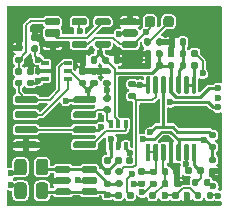
<source format=gtl>
G04 #@! TF.GenerationSoftware,KiCad,Pcbnew,(5.99.0-10483-ga6ad7a4a70)*
G04 #@! TF.CreationDate,2021-05-30T13:32:27+03:00*
G04 #@! TF.ProjectId,hellen1-vr-discrete,68656c6c-656e-4312-9d76-722d64697363,rev?*
G04 #@! TF.SameCoordinates,PX4a19ba0PY5aa5910*
G04 #@! TF.FileFunction,Copper,L1,Top*
G04 #@! TF.FilePolarity,Positive*
%FSLAX46Y46*%
G04 Gerber Fmt 4.6, Leading zero omitted, Abs format (unit mm)*
G04 Created by KiCad (PCBNEW (5.99.0-10483-ga6ad7a4a70)) date 2021-05-30 13:32:27*
%MOMM*%
%LPD*%
G01*
G04 APERTURE LIST*
G04 #@! TA.AperFunction,SMDPad,CuDef*
%ADD10R,0.650000X0.400000*%
G04 #@! TD*
G04 #@! TA.AperFunction,ComponentPad*
%ADD11C,0.599999*%
G04 #@! TD*
G04 #@! TA.AperFunction,SMDPad,CuDef*
%ADD12R,0.250000X1.250000*%
G04 #@! TD*
G04 #@! TA.AperFunction,SMDPad,CuDef*
%ADD13R,0.250000X13.650000*%
G04 #@! TD*
G04 #@! TA.AperFunction,SMDPad,CuDef*
%ADD14R,18.200000X0.250000*%
G04 #@! TD*
G04 #@! TA.AperFunction,SMDPad,CuDef*
%ADD15R,0.250000X6.450000*%
G04 #@! TD*
G04 #@! TA.AperFunction,SMDPad,CuDef*
%ADD16R,0.250000X0.350000*%
G04 #@! TD*
G04 #@! TA.AperFunction,SMDPad,CuDef*
%ADD17R,0.250000X6.500000*%
G04 #@! TD*
G04 #@! TA.AperFunction,SMDPad,CuDef*
%ADD18R,0.400000X0.650000*%
G04 #@! TD*
G04 #@! TA.AperFunction,ViaPad*
%ADD19C,0.600000*%
G04 #@! TD*
G04 #@! TA.AperFunction,Conductor*
%ADD20C,0.200000*%
G04 #@! TD*
G04 #@! TA.AperFunction,Conductor*
%ADD21C,0.250000*%
G04 #@! TD*
G04 APERTURE END LIST*
G04 #@! TO.P,R764,1*
G04 #@! TO.N,Net-(R763-Pad1)*
G04 #@! TA.AperFunction,SMDPad,CuDef*
G36*
G01*
X15720000Y1815000D02*
X15720000Y2185000D01*
G75*
G02*
X15855000Y2320000I135000J0D01*
G01*
X16125000Y2320000D01*
G75*
G02*
X16260000Y2185000I0J-135000D01*
G01*
X16260000Y1815000D01*
G75*
G02*
X16125000Y1680000I-135000J0D01*
G01*
X15855000Y1680000D01*
G75*
G02*
X15720000Y1815000I0J135000D01*
G01*
G37*
G04 #@! TD.AperFunction*
G04 #@! TO.P,R764,2*
G04 #@! TO.N,thresh_high*
G04 #@! TA.AperFunction,SMDPad,CuDef*
G36*
G01*
X16740000Y1815000D02*
X16740000Y2185000D01*
G75*
G02*
X16875000Y2320000I135000J0D01*
G01*
X17145000Y2320000D01*
G75*
G02*
X17280000Y2185000I0J-135000D01*
G01*
X17280000Y1815000D01*
G75*
G02*
X17145000Y1680000I-135000J0D01*
G01*
X16875000Y1680000D01*
G75*
G02*
X16740000Y1815000I0J135000D01*
G01*
G37*
G04 #@! TD.AperFunction*
G04 #@! TD*
G04 #@! TO.P,U757,1*
G04 #@! TO.N,output*
G04 #@! TA.AperFunction,SMDPad,CuDef*
G36*
G01*
X11110000Y13850000D02*
X11110000Y13550000D01*
G75*
G02*
X10960000Y13400000I-150000J0D01*
G01*
X9935000Y13400000D01*
G75*
G02*
X9785000Y13550000I0J150000D01*
G01*
X9785000Y13850000D01*
G75*
G02*
X9935000Y14000000I150000J0D01*
G01*
X10960000Y14000000D01*
G75*
G02*
X11110000Y13850000I0J-150000D01*
G01*
G37*
G04 #@! TD.AperFunction*
G04 #@! TO.P,U757,2*
G04 #@! TO.N,Net-(C757-Pad1)*
G04 #@! TA.AperFunction,SMDPad,CuDef*
G36*
G01*
X11110000Y14800000D02*
X11110000Y14500000D01*
G75*
G02*
X10960000Y14350000I-150000J0D01*
G01*
X9935000Y14350000D01*
G75*
G02*
X9785000Y14500000I0J150000D01*
G01*
X9785000Y14800000D01*
G75*
G02*
X9935000Y14950000I150000J0D01*
G01*
X10960000Y14950000D01*
G75*
G02*
X11110000Y14800000I0J-150000D01*
G01*
G37*
G04 #@! TD.AperFunction*
G04 #@! TO.P,U757,3,GND*
G04 #@! TO.N,GND*
G04 #@! TA.AperFunction,SMDPad,CuDef*
G36*
G01*
X11110000Y15750000D02*
X11110000Y15450000D01*
G75*
G02*
X10960000Y15300000I-150000J0D01*
G01*
X9935000Y15300000D01*
G75*
G02*
X9785000Y15450000I0J150000D01*
G01*
X9785000Y15750000D01*
G75*
G02*
X9935000Y15900000I150000J0D01*
G01*
X10960000Y15900000D01*
G75*
G02*
X11110000Y15750000I0J-150000D01*
G01*
G37*
G04 #@! TD.AperFunction*
G04 #@! TO.P,U757,4*
G04 #@! TO.N,N/C*
G04 #@! TA.AperFunction,SMDPad,CuDef*
G36*
G01*
X8835000Y15750000D02*
X8835000Y15450000D01*
G75*
G02*
X8685000Y15300000I-150000J0D01*
G01*
X7660000Y15300000D01*
G75*
G02*
X7510000Y15450000I0J150000D01*
G01*
X7510000Y15750000D01*
G75*
G02*
X7660000Y15900000I150000J0D01*
G01*
X8685000Y15900000D01*
G75*
G02*
X8835000Y15750000I0J-150000D01*
G01*
G37*
G04 #@! TD.AperFunction*
G04 #@! TO.P,U757,5,VCC*
G04 #@! TO.N,+5V*
G04 #@! TA.AperFunction,SMDPad,CuDef*
G36*
G01*
X8835000Y13850000D02*
X8835000Y13550000D01*
G75*
G02*
X8685000Y13400000I-150000J0D01*
G01*
X7660000Y13400000D01*
G75*
G02*
X7510000Y13550000I0J150000D01*
G01*
X7510000Y13850000D01*
G75*
G02*
X7660000Y14000000I150000J0D01*
G01*
X8685000Y14000000D01*
G75*
G02*
X8835000Y13850000I0J-150000D01*
G01*
G37*
G04 #@! TD.AperFunction*
G04 #@! TD*
G04 #@! TO.P,C760,1*
G04 #@! TO.N,+5V*
G04 #@! TA.AperFunction,SMDPad,CuDef*
G36*
G01*
X13230000Y12070000D02*
X13230000Y11730000D01*
G75*
G02*
X13090000Y11590000I-140000J0D01*
G01*
X12810000Y11590000D01*
G75*
G02*
X12670000Y11730000I0J140000D01*
G01*
X12670000Y12070000D01*
G75*
G02*
X12810000Y12210000I140000J0D01*
G01*
X13090000Y12210000D01*
G75*
G02*
X13230000Y12070000I0J-140000D01*
G01*
G37*
G04 #@! TD.AperFunction*
G04 #@! TO.P,C760,2*
G04 #@! TO.N,GND*
G04 #@! TA.AperFunction,SMDPad,CuDef*
G36*
G01*
X12270000Y12070000D02*
X12270000Y11730000D01*
G75*
G02*
X12130000Y11590000I-140000J0D01*
G01*
X11850000Y11590000D01*
G75*
G02*
X11710000Y11730000I0J140000D01*
G01*
X11710000Y12070000D01*
G75*
G02*
X11850000Y12210000I140000J0D01*
G01*
X12130000Y12210000D01*
G75*
G02*
X12270000Y12070000I0J-140000D01*
G01*
G37*
G04 #@! TD.AperFunction*
G04 #@! TD*
G04 #@! TO.P,U754,1*
G04 #@! TO.N,Net-(C756-Pad2)*
G04 #@! TA.AperFunction,SMDPad,CuDef*
G36*
G01*
X705000Y8855000D02*
X705000Y9155000D01*
G75*
G02*
X855000Y9305000I150000J0D01*
G01*
X2505000Y9305000D01*
G75*
G02*
X2655000Y9155000I0J-150000D01*
G01*
X2655000Y8855000D01*
G75*
G02*
X2505000Y8705000I-150000J0D01*
G01*
X855000Y8705000D01*
G75*
G02*
X705000Y8855000I0J150000D01*
G01*
G37*
G04 #@! TD.AperFunction*
G04 #@! TO.P,U754,2,-*
G04 #@! TO.N,Net-(U754-Pad2)*
G04 #@! TA.AperFunction,SMDPad,CuDef*
G36*
G01*
X705000Y7585000D02*
X705000Y7885000D01*
G75*
G02*
X855000Y8035000I150000J0D01*
G01*
X2505000Y8035000D01*
G75*
G02*
X2655000Y7885000I0J-150000D01*
G01*
X2655000Y7585000D01*
G75*
G02*
X2505000Y7435000I-150000J0D01*
G01*
X855000Y7435000D01*
G75*
G02*
X705000Y7585000I0J150000D01*
G01*
G37*
G04 #@! TD.AperFunction*
G04 #@! TO.P,U754,3,+*
G04 #@! TO.N,analog_out*
G04 #@! TA.AperFunction,SMDPad,CuDef*
G36*
G01*
X705000Y6315000D02*
X705000Y6615000D01*
G75*
G02*
X855000Y6765000I150000J0D01*
G01*
X2505000Y6765000D01*
G75*
G02*
X2655000Y6615000I0J-150000D01*
G01*
X2655000Y6315000D01*
G75*
G02*
X2505000Y6165000I-150000J0D01*
G01*
X855000Y6165000D01*
G75*
G02*
X705000Y6315000I0J150000D01*
G01*
G37*
G04 #@! TD.AperFunction*
G04 #@! TO.P,U754,4,V-*
G04 #@! TO.N,GND*
G04 #@! TA.AperFunction,SMDPad,CuDef*
G36*
G01*
X705000Y5045000D02*
X705000Y5345000D01*
G75*
G02*
X855000Y5495000I150000J0D01*
G01*
X2505000Y5495000D01*
G75*
G02*
X2655000Y5345000I0J-150000D01*
G01*
X2655000Y5045000D01*
G75*
G02*
X2505000Y4895000I-150000J0D01*
G01*
X855000Y4895000D01*
G75*
G02*
X705000Y5045000I0J150000D01*
G01*
G37*
G04 #@! TD.AperFunction*
G04 #@! TO.P,U754,5,+*
G04 #@! TO.N,Net-(U754-Pad5)*
G04 #@! TA.AperFunction,SMDPad,CuDef*
G36*
G01*
X5655000Y5045000D02*
X5655000Y5345000D01*
G75*
G02*
X5805000Y5495000I150000J0D01*
G01*
X7455000Y5495000D01*
G75*
G02*
X7605000Y5345000I0J-150000D01*
G01*
X7605000Y5045000D01*
G75*
G02*
X7455000Y4895000I-150000J0D01*
G01*
X5805000Y4895000D01*
G75*
G02*
X5655000Y5045000I0J150000D01*
G01*
G37*
G04 #@! TD.AperFunction*
G04 #@! TO.P,U754,6,_*
G04 #@! TO.N,analog_out*
G04 #@! TA.AperFunction,SMDPad,CuDef*
G36*
G01*
X5655000Y6315000D02*
X5655000Y6615000D01*
G75*
G02*
X5805000Y6765000I150000J0D01*
G01*
X7455000Y6765000D01*
G75*
G02*
X7605000Y6615000I0J-150000D01*
G01*
X7605000Y6315000D01*
G75*
G02*
X7455000Y6165000I-150000J0D01*
G01*
X5805000Y6165000D01*
G75*
G02*
X5655000Y6315000I0J150000D01*
G01*
G37*
G04 #@! TD.AperFunction*
G04 #@! TO.P,U754,7*
G04 #@! TO.N,Net-(C757-Pad2)*
G04 #@! TA.AperFunction,SMDPad,CuDef*
G36*
G01*
X5655000Y7585000D02*
X5655000Y7885000D01*
G75*
G02*
X5805000Y8035000I150000J0D01*
G01*
X7455000Y8035000D01*
G75*
G02*
X7605000Y7885000I0J-150000D01*
G01*
X7605000Y7585000D01*
G75*
G02*
X7455000Y7435000I-150000J0D01*
G01*
X5805000Y7435000D01*
G75*
G02*
X5655000Y7585000I0J150000D01*
G01*
G37*
G04 #@! TD.AperFunction*
G04 #@! TO.P,U754,8,V+*
G04 #@! TO.N,+5V*
G04 #@! TA.AperFunction,SMDPad,CuDef*
G36*
G01*
X5655000Y8855000D02*
X5655000Y9155000D01*
G75*
G02*
X5805000Y9305000I150000J0D01*
G01*
X7455000Y9305000D01*
G75*
G02*
X7605000Y9155000I0J-150000D01*
G01*
X7605000Y8855000D01*
G75*
G02*
X7455000Y8705000I-150000J0D01*
G01*
X5805000Y8705000D01*
G75*
G02*
X5655000Y8855000I0J150000D01*
G01*
G37*
G04 #@! TD.AperFunction*
G04 #@! TD*
G04 #@! TO.P,C755,1*
G04 #@! TO.N,thresh_low*
G04 #@! TA.AperFunction,SMDPad,CuDef*
G36*
G01*
X2570000Y13040000D02*
X2230000Y13040000D01*
G75*
G02*
X2090000Y13180000I0J140000D01*
G01*
X2090000Y13460000D01*
G75*
G02*
X2230000Y13600000I140000J0D01*
G01*
X2570000Y13600000D01*
G75*
G02*
X2710000Y13460000I0J-140000D01*
G01*
X2710000Y13180000D01*
G75*
G02*
X2570000Y13040000I-140000J0D01*
G01*
G37*
G04 #@! TD.AperFunction*
G04 #@! TO.P,C755,2*
G04 #@! TO.N,GND*
G04 #@! TA.AperFunction,SMDPad,CuDef*
G36*
G01*
X2570000Y14000000D02*
X2230000Y14000000D01*
G75*
G02*
X2090000Y14140000I0J140000D01*
G01*
X2090000Y14420000D01*
G75*
G02*
X2230000Y14560000I140000J0D01*
G01*
X2570000Y14560000D01*
G75*
G02*
X2710000Y14420000I0J-140000D01*
G01*
X2710000Y14140000D01*
G75*
G02*
X2570000Y14000000I-140000J0D01*
G01*
G37*
G04 #@! TD.AperFunction*
G04 #@! TD*
D10*
G04 #@! TO.P,U755,1*
G04 #@! TO.N,thresh_low*
X3280000Y12085000D03*
G04 #@! TO.P,U755,2,GND*
G04 #@! TO.N,GND*
X3280000Y11435000D03*
G04 #@! TO.P,U755,3*
G04 #@! TO.N,Vref*
X3280000Y10785000D03*
G04 #@! TO.P,U755,4*
G04 #@! TO.N,Net-(U754-Pad2)*
X5180000Y10785000D03*
G04 #@! TO.P,U755,5,V+*
G04 #@! TO.N,+5V*
X5180000Y11435000D03*
G04 #@! TO.P,U755,6*
G04 #@! TO.N,Net-(C756-Pad2)*
X5180000Y12085000D03*
G04 #@! TD*
G04 #@! TO.P,C766,1*
G04 #@! TO.N,+5V*
G04 #@! TA.AperFunction,SMDPad,CuDef*
G36*
G01*
X7600000Y10155000D02*
X7260000Y10155000D01*
G75*
G02*
X7120000Y10295000I0J140000D01*
G01*
X7120000Y10575000D01*
G75*
G02*
X7260000Y10715000I140000J0D01*
G01*
X7600000Y10715000D01*
G75*
G02*
X7740000Y10575000I0J-140000D01*
G01*
X7740000Y10295000D01*
G75*
G02*
X7600000Y10155000I-140000J0D01*
G01*
G37*
G04 #@! TD.AperFunction*
G04 #@! TO.P,C766,2*
G04 #@! TO.N,GND*
G04 #@! TA.AperFunction,SMDPad,CuDef*
G36*
G01*
X7600000Y11115000D02*
X7260000Y11115000D01*
G75*
G02*
X7120000Y11255000I0J140000D01*
G01*
X7120000Y11535000D01*
G75*
G02*
X7260000Y11675000I140000J0D01*
G01*
X7600000Y11675000D01*
G75*
G02*
X7740000Y11535000I0J-140000D01*
G01*
X7740000Y11255000D01*
G75*
G02*
X7600000Y11115000I-140000J0D01*
G01*
G37*
G04 #@! TD.AperFunction*
G04 #@! TD*
D11*
G04 #@! TO.P,M750,E1,Thresh_IN*
G04 #@! TO.N,thresh_input*
X17900000Y875000D03*
G04 #@! TO.P,M750,E2,OUT_A*
G04 #@! TO.N,analog_out*
X17900000Y8375000D03*
G04 #@! TO.P,M750,E3,OUT*
G04 #@! TO.N,output*
X17900000Y9175000D03*
G04 #@! TO.P,M750,E4,V5_IN*
G04 #@! TO.N,+5V*
X17900000Y9975000D03*
D12*
G04 #@! TO.P,M750,G,GND*
G04 #@! TO.N,GND*
X150000Y650000D03*
D13*
X150000Y10100000D03*
D14*
X9125000Y16800000D03*
D15*
X18100000Y13700000D03*
D14*
X9125000Y150000D03*
D16*
X18100000Y200000D03*
D17*
X18100000Y4625000D03*
D11*
G04 #@! TO.P,M750,W1,VR-*
G04 #@! TO.N,VR-*
X375000Y2775000D03*
G04 #@! TO.P,M750,W2,VR+*
G04 #@! TO.N,VR+*
X375000Y1775000D03*
G04 #@! TD*
G04 #@! TO.P,R767,1*
G04 #@! TO.N,+5V*
G04 #@! TA.AperFunction,SMDPad,CuDef*
G36*
G01*
X13670000Y11715000D02*
X13670000Y12085000D01*
G75*
G02*
X13805000Y12220000I135000J0D01*
G01*
X14075000Y12220000D01*
G75*
G02*
X14210000Y12085000I0J-135000D01*
G01*
X14210000Y11715000D01*
G75*
G02*
X14075000Y11580000I-135000J0D01*
G01*
X13805000Y11580000D01*
G75*
G02*
X13670000Y11715000I0J135000D01*
G01*
G37*
G04 #@! TD.AperFunction*
G04 #@! TO.P,R767,2*
G04 #@! TO.N,Net-(C759-Pad1)*
G04 #@! TA.AperFunction,SMDPad,CuDef*
G36*
G01*
X14690000Y11715000D02*
X14690000Y12085000D01*
G75*
G02*
X14825000Y12220000I135000J0D01*
G01*
X15095000Y12220000D01*
G75*
G02*
X15230000Y12085000I0J-135000D01*
G01*
X15230000Y11715000D01*
G75*
G02*
X15095000Y11580000I-135000J0D01*
G01*
X14825000Y11580000D01*
G75*
G02*
X14690000Y11715000I0J135000D01*
G01*
G37*
G04 #@! TD.AperFunction*
G04 #@! TD*
G04 #@! TO.P,C757,1*
G04 #@! TO.N,Net-(C757-Pad1)*
G04 #@! TA.AperFunction,SMDPad,CuDef*
G36*
G01*
X8360000Y9400000D02*
X8700000Y9400000D01*
G75*
G02*
X8840000Y9260000I0J-140000D01*
G01*
X8840000Y8980000D01*
G75*
G02*
X8700000Y8840000I-140000J0D01*
G01*
X8360000Y8840000D01*
G75*
G02*
X8220000Y8980000I0J140000D01*
G01*
X8220000Y9260000D01*
G75*
G02*
X8360000Y9400000I140000J0D01*
G01*
G37*
G04 #@! TD.AperFunction*
G04 #@! TO.P,C757,2*
G04 #@! TO.N,Net-(C757-Pad2)*
G04 #@! TA.AperFunction,SMDPad,CuDef*
G36*
G01*
X8360000Y8440000D02*
X8700000Y8440000D01*
G75*
G02*
X8840000Y8300000I0J-140000D01*
G01*
X8840000Y8020000D01*
G75*
G02*
X8700000Y7880000I-140000J0D01*
G01*
X8360000Y7880000D01*
G75*
G02*
X8220000Y8020000I0J140000D01*
G01*
X8220000Y8300000D01*
G75*
G02*
X8360000Y8440000I140000J0D01*
G01*
G37*
G04 #@! TD.AperFunction*
G04 #@! TD*
G04 #@! TO.P,C764,1*
G04 #@! TO.N,+5V*
G04 #@! TA.AperFunction,SMDPad,CuDef*
G36*
G01*
X6600000Y10155000D02*
X6260000Y10155000D01*
G75*
G02*
X6120000Y10295000I0J140000D01*
G01*
X6120000Y10575000D01*
G75*
G02*
X6260000Y10715000I140000J0D01*
G01*
X6600000Y10715000D01*
G75*
G02*
X6740000Y10575000I0J-140000D01*
G01*
X6740000Y10295000D01*
G75*
G02*
X6600000Y10155000I-140000J0D01*
G01*
G37*
G04 #@! TD.AperFunction*
G04 #@! TO.P,C764,2*
G04 #@! TO.N,GND*
G04 #@! TA.AperFunction,SMDPad,CuDef*
G36*
G01*
X6600000Y11115000D02*
X6260000Y11115000D01*
G75*
G02*
X6120000Y11255000I0J140000D01*
G01*
X6120000Y11535000D01*
G75*
G02*
X6260000Y11675000I140000J0D01*
G01*
X6600000Y11675000D01*
G75*
G02*
X6740000Y11535000I0J-140000D01*
G01*
X6740000Y11255000D01*
G75*
G02*
X6600000Y11115000I-140000J0D01*
G01*
G37*
G04 #@! TD.AperFunction*
G04 #@! TD*
G04 #@! TO.P,C759,1*
G04 #@! TO.N,Net-(C759-Pad1)*
G04 #@! TA.AperFunction,SMDPad,CuDef*
G36*
G01*
X15230000Y14070000D02*
X15230000Y13730000D01*
G75*
G02*
X15090000Y13590000I-140000J0D01*
G01*
X14810000Y13590000D01*
G75*
G02*
X14670000Y13730000I0J140000D01*
G01*
X14670000Y14070000D01*
G75*
G02*
X14810000Y14210000I140000J0D01*
G01*
X15090000Y14210000D01*
G75*
G02*
X15230000Y14070000I0J-140000D01*
G01*
G37*
G04 #@! TD.AperFunction*
G04 #@! TO.P,C759,2*
G04 #@! TO.N,GND*
G04 #@! TA.AperFunction,SMDPad,CuDef*
G36*
G01*
X14270000Y14070000D02*
X14270000Y13730000D01*
G75*
G02*
X14130000Y13590000I-140000J0D01*
G01*
X13850000Y13590000D01*
G75*
G02*
X13710000Y13730000I0J140000D01*
G01*
X13710000Y14070000D01*
G75*
G02*
X13850000Y14210000I140000J0D01*
G01*
X14130000Y14210000D01*
G75*
G02*
X14270000Y14070000I0J-140000D01*
G01*
G37*
G04 #@! TD.AperFunction*
G04 #@! TD*
G04 #@! TO.P,R769,1*
G04 #@! TO.N,Net-(R769-Pad1)*
G04 #@! TA.AperFunction,SMDPad,CuDef*
G36*
G01*
X16135000Y11630000D02*
X15765000Y11630000D01*
G75*
G02*
X15630000Y11765000I0J135000D01*
G01*
X15630000Y12035000D01*
G75*
G02*
X15765000Y12170000I135000J0D01*
G01*
X16135000Y12170000D01*
G75*
G02*
X16270000Y12035000I0J-135000D01*
G01*
X16270000Y11765000D01*
G75*
G02*
X16135000Y11630000I-135000J0D01*
G01*
G37*
G04 #@! TD.AperFunction*
G04 #@! TO.P,R769,2*
G04 #@! TO.N,Vref*
G04 #@! TA.AperFunction,SMDPad,CuDef*
G36*
G01*
X16135000Y12650000D02*
X15765000Y12650000D01*
G75*
G02*
X15630000Y12785000I0J135000D01*
G01*
X15630000Y13055000D01*
G75*
G02*
X15765000Y13190000I135000J0D01*
G01*
X16135000Y13190000D01*
G75*
G02*
X16270000Y13055000I0J-135000D01*
G01*
X16270000Y12785000D01*
G75*
G02*
X16135000Y12650000I-135000J0D01*
G01*
G37*
G04 #@! TD.AperFunction*
G04 #@! TD*
G04 #@! TO.P,C758,1*
G04 #@! TO.N,thresh_high*
G04 #@! TA.AperFunction,SMDPad,CuDef*
G36*
G01*
X8380000Y4140000D02*
X8720000Y4140000D01*
G75*
G02*
X8860000Y4000000I0J-140000D01*
G01*
X8860000Y3720000D01*
G75*
G02*
X8720000Y3580000I-140000J0D01*
G01*
X8380000Y3580000D01*
G75*
G02*
X8240000Y3720000I0J140000D01*
G01*
X8240000Y4000000D01*
G75*
G02*
X8380000Y4140000I140000J0D01*
G01*
G37*
G04 #@! TD.AperFunction*
G04 #@! TO.P,C758,2*
G04 #@! TO.N,GND*
G04 #@! TA.AperFunction,SMDPad,CuDef*
G36*
G01*
X8380000Y3180000D02*
X8720000Y3180000D01*
G75*
G02*
X8860000Y3040000I0J-140000D01*
G01*
X8860000Y2760000D01*
G75*
G02*
X8720000Y2620000I-140000J0D01*
G01*
X8380000Y2620000D01*
G75*
G02*
X8240000Y2760000I0J140000D01*
G01*
X8240000Y3040000D01*
G75*
G02*
X8380000Y3180000I140000J0D01*
G01*
G37*
G04 #@! TD.AperFunction*
G04 #@! TD*
G04 #@! TO.P,C751,1*
G04 #@! TO.N,Net-(C751-Pad1)*
G04 #@! TA.AperFunction,SMDPad,CuDef*
G36*
G01*
X8380000Y2160000D02*
X8720000Y2160000D01*
G75*
G02*
X8860000Y2020000I0J-140000D01*
G01*
X8860000Y1740000D01*
G75*
G02*
X8720000Y1600000I-140000J0D01*
G01*
X8380000Y1600000D01*
G75*
G02*
X8240000Y1740000I0J140000D01*
G01*
X8240000Y2020000D01*
G75*
G02*
X8380000Y2160000I140000J0D01*
G01*
G37*
G04 #@! TD.AperFunction*
G04 #@! TO.P,C751,2*
G04 #@! TO.N,Net-(C751-Pad2)*
G04 #@! TA.AperFunction,SMDPad,CuDef*
G36*
G01*
X8380000Y1200000D02*
X8720000Y1200000D01*
G75*
G02*
X8860000Y1060000I0J-140000D01*
G01*
X8860000Y780000D01*
G75*
G02*
X8720000Y640000I-140000J0D01*
G01*
X8380000Y640000D01*
G75*
G02*
X8240000Y780000I0J140000D01*
G01*
X8240000Y1060000D01*
G75*
G02*
X8380000Y1200000I140000J0D01*
G01*
G37*
G04 #@! TD.AperFunction*
G04 #@! TD*
G04 #@! TO.P,R755,1*
G04 #@! TO.N,Net-(R755-Pad1)*
G04 #@! TA.AperFunction,SMDPad,CuDef*
G36*
G01*
X9355000Y3190000D02*
X9725000Y3190000D01*
G75*
G02*
X9860000Y3055000I0J-135000D01*
G01*
X9860000Y2785000D01*
G75*
G02*
X9725000Y2650000I-135000J0D01*
G01*
X9355000Y2650000D01*
G75*
G02*
X9220000Y2785000I0J135000D01*
G01*
X9220000Y3055000D01*
G75*
G02*
X9355000Y3190000I135000J0D01*
G01*
G37*
G04 #@! TD.AperFunction*
G04 #@! TO.P,R755,2*
G04 #@! TO.N,Net-(C751-Pad1)*
G04 #@! TA.AperFunction,SMDPad,CuDef*
G36*
G01*
X9355000Y2170000D02*
X9725000Y2170000D01*
G75*
G02*
X9860000Y2035000I0J-135000D01*
G01*
X9860000Y1765000D01*
G75*
G02*
X9725000Y1630000I-135000J0D01*
G01*
X9355000Y1630000D01*
G75*
G02*
X9220000Y1765000I0J135000D01*
G01*
X9220000Y2035000D01*
G75*
G02*
X9355000Y2170000I135000J0D01*
G01*
G37*
G04 #@! TD.AperFunction*
G04 #@! TD*
G04 #@! TO.P,C753,1*
G04 #@! TO.N,Net-(C753-Pad1)*
G04 #@! TA.AperFunction,SMDPad,CuDef*
G36*
G01*
X13170000Y2730000D02*
X13170000Y3070000D01*
G75*
G02*
X13310000Y3210000I140000J0D01*
G01*
X13590000Y3210000D01*
G75*
G02*
X13730000Y3070000I0J-140000D01*
G01*
X13730000Y2730000D01*
G75*
G02*
X13590000Y2590000I-140000J0D01*
G01*
X13310000Y2590000D01*
G75*
G02*
X13170000Y2730000I0J140000D01*
G01*
G37*
G04 #@! TD.AperFunction*
G04 #@! TO.P,C753,2*
G04 #@! TO.N,GND*
G04 #@! TA.AperFunction,SMDPad,CuDef*
G36*
G01*
X14130000Y2730000D02*
X14130000Y3070000D01*
G75*
G02*
X14270000Y3210000I140000J0D01*
G01*
X14550000Y3210000D01*
G75*
G02*
X14690000Y3070000I0J-140000D01*
G01*
X14690000Y2730000D01*
G75*
G02*
X14550000Y2590000I-140000J0D01*
G01*
X14270000Y2590000D01*
G75*
G02*
X14130000Y2730000I0J140000D01*
G01*
G37*
G04 #@! TD.AperFunction*
G04 #@! TD*
G04 #@! TO.P,U753,1*
G04 #@! TO.N,Net-(R769-Pad1)*
G04 #@! TA.AperFunction,SMDPad,CuDef*
G36*
G01*
X15800000Y11000000D02*
X16000000Y11000000D01*
G75*
G02*
X16100000Y10900000I0J-100000D01*
G01*
X16100000Y9625000D01*
G75*
G02*
X16000000Y9525000I-100000J0D01*
G01*
X15800000Y9525000D01*
G75*
G02*
X15700000Y9625000I0J100000D01*
G01*
X15700000Y10900000D01*
G75*
G02*
X15800000Y11000000I100000J0D01*
G01*
G37*
G04 #@! TD.AperFunction*
G04 #@! TO.P,U753,2,-*
G04 #@! TA.AperFunction,SMDPad,CuDef*
G36*
G01*
X15150000Y11000000D02*
X15350000Y11000000D01*
G75*
G02*
X15450000Y10900000I0J-100000D01*
G01*
X15450000Y9625000D01*
G75*
G02*
X15350000Y9525000I-100000J0D01*
G01*
X15150000Y9525000D01*
G75*
G02*
X15050000Y9625000I0J100000D01*
G01*
X15050000Y10900000D01*
G75*
G02*
X15150000Y11000000I100000J0D01*
G01*
G37*
G04 #@! TD.AperFunction*
G04 #@! TO.P,U753,3,+*
G04 #@! TO.N,Net-(C759-Pad1)*
G04 #@! TA.AperFunction,SMDPad,CuDef*
G36*
G01*
X14500000Y11000000D02*
X14700000Y11000000D01*
G75*
G02*
X14800000Y10900000I0J-100000D01*
G01*
X14800000Y9625000D01*
G75*
G02*
X14700000Y9525000I-100000J0D01*
G01*
X14500000Y9525000D01*
G75*
G02*
X14400000Y9625000I0J100000D01*
G01*
X14400000Y10900000D01*
G75*
G02*
X14500000Y11000000I100000J0D01*
G01*
G37*
G04 #@! TD.AperFunction*
G04 #@! TO.P,U753,4,V+*
G04 #@! TO.N,+5V*
G04 #@! TA.AperFunction,SMDPad,CuDef*
G36*
G01*
X13850000Y11000000D02*
X14050000Y11000000D01*
G75*
G02*
X14150000Y10900000I0J-100000D01*
G01*
X14150000Y9625000D01*
G75*
G02*
X14050000Y9525000I-100000J0D01*
G01*
X13850000Y9525000D01*
G75*
G02*
X13750000Y9625000I0J100000D01*
G01*
X13750000Y10900000D01*
G75*
G02*
X13850000Y11000000I100000J0D01*
G01*
G37*
G04 #@! TD.AperFunction*
G04 #@! TO.P,U753,5,+*
G04 #@! TO.N,Net-(R756-Pad2)*
G04 #@! TA.AperFunction,SMDPad,CuDef*
G36*
G01*
X13200000Y11000000D02*
X13400000Y11000000D01*
G75*
G02*
X13500000Y10900000I0J-100000D01*
G01*
X13500000Y9625000D01*
G75*
G02*
X13400000Y9525000I-100000J0D01*
G01*
X13200000Y9525000D01*
G75*
G02*
X13100000Y9625000I0J100000D01*
G01*
X13100000Y10900000D01*
G75*
G02*
X13200000Y11000000I100000J0D01*
G01*
G37*
G04 #@! TD.AperFunction*
G04 #@! TO.P,U753,6,-*
G04 #@! TO.N,Net-(R755-Pad1)*
G04 #@! TA.AperFunction,SMDPad,CuDef*
G36*
G01*
X12550000Y11000000D02*
X12750000Y11000000D01*
G75*
G02*
X12850000Y10900000I0J-100000D01*
G01*
X12850000Y9625000D01*
G75*
G02*
X12750000Y9525000I-100000J0D01*
G01*
X12550000Y9525000D01*
G75*
G02*
X12450000Y9625000I0J100000D01*
G01*
X12450000Y10900000D01*
G75*
G02*
X12550000Y11000000I100000J0D01*
G01*
G37*
G04 #@! TD.AperFunction*
G04 #@! TO.P,U753,7*
G04 #@! TO.N,analog_out*
G04 #@! TA.AperFunction,SMDPad,CuDef*
G36*
G01*
X11900000Y11000000D02*
X12100000Y11000000D01*
G75*
G02*
X12200000Y10900000I0J-100000D01*
G01*
X12200000Y9625000D01*
G75*
G02*
X12100000Y9525000I-100000J0D01*
G01*
X11900000Y9525000D01*
G75*
G02*
X11800000Y9625000I0J100000D01*
G01*
X11800000Y10900000D01*
G75*
G02*
X11900000Y11000000I100000J0D01*
G01*
G37*
G04 #@! TD.AperFunction*
G04 #@! TO.P,U753,8*
G04 #@! TO.N,Net-(R761-Pad1)*
G04 #@! TA.AperFunction,SMDPad,CuDef*
G36*
G01*
X11900000Y5275000D02*
X12100000Y5275000D01*
G75*
G02*
X12200000Y5175000I0J-100000D01*
G01*
X12200000Y3900000D01*
G75*
G02*
X12100000Y3800000I-100000J0D01*
G01*
X11900000Y3800000D01*
G75*
G02*
X11800000Y3900000I0J100000D01*
G01*
X11800000Y5175000D01*
G75*
G02*
X11900000Y5275000I100000J0D01*
G01*
G37*
G04 #@! TD.AperFunction*
G04 #@! TO.P,U753,9,-*
G04 #@! TA.AperFunction,SMDPad,CuDef*
G36*
G01*
X12550000Y5275000D02*
X12750000Y5275000D01*
G75*
G02*
X12850000Y5175000I0J-100000D01*
G01*
X12850000Y3900000D01*
G75*
G02*
X12750000Y3800000I-100000J0D01*
G01*
X12550000Y3800000D01*
G75*
G02*
X12450000Y3900000I0J100000D01*
G01*
X12450000Y5175000D01*
G75*
G02*
X12550000Y5275000I100000J0D01*
G01*
G37*
G04 #@! TD.AperFunction*
G04 #@! TO.P,U753,10,+*
G04 #@! TO.N,Net-(C753-Pad1)*
G04 #@! TA.AperFunction,SMDPad,CuDef*
G36*
G01*
X13200000Y5275000D02*
X13400000Y5275000D01*
G75*
G02*
X13500000Y5175000I0J-100000D01*
G01*
X13500000Y3900000D01*
G75*
G02*
X13400000Y3800000I-100000J0D01*
G01*
X13200000Y3800000D01*
G75*
G02*
X13100000Y3900000I0J100000D01*
G01*
X13100000Y5175000D01*
G75*
G02*
X13200000Y5275000I100000J0D01*
G01*
G37*
G04 #@! TD.AperFunction*
G04 #@! TO.P,U753,11,V-*
G04 #@! TO.N,GND*
G04 #@! TA.AperFunction,SMDPad,CuDef*
G36*
G01*
X13850000Y5275000D02*
X14050000Y5275000D01*
G75*
G02*
X14150000Y5175000I0J-100000D01*
G01*
X14150000Y3900000D01*
G75*
G02*
X14050000Y3800000I-100000J0D01*
G01*
X13850000Y3800000D01*
G75*
G02*
X13750000Y3900000I0J100000D01*
G01*
X13750000Y5175000D01*
G75*
G02*
X13850000Y5275000I100000J0D01*
G01*
G37*
G04 #@! TD.AperFunction*
G04 #@! TO.P,U753,12,+*
G04 #@! TO.N,Vref*
G04 #@! TA.AperFunction,SMDPad,CuDef*
G36*
G01*
X14500000Y5275000D02*
X14700000Y5275000D01*
G75*
G02*
X14800000Y5175000I0J-100000D01*
G01*
X14800000Y3900000D01*
G75*
G02*
X14700000Y3800000I-100000J0D01*
G01*
X14500000Y3800000D01*
G75*
G02*
X14400000Y3900000I0J100000D01*
G01*
X14400000Y5175000D01*
G75*
G02*
X14500000Y5275000I100000J0D01*
G01*
G37*
G04 #@! TD.AperFunction*
G04 #@! TO.P,U753,13,-*
G04 #@! TO.N,Net-(R762-Pad1)*
G04 #@! TA.AperFunction,SMDPad,CuDef*
G36*
G01*
X15150000Y5275000D02*
X15350000Y5275000D01*
G75*
G02*
X15450000Y5175000I0J-100000D01*
G01*
X15450000Y3900000D01*
G75*
G02*
X15350000Y3800000I-100000J0D01*
G01*
X15150000Y3800000D01*
G75*
G02*
X15050000Y3900000I0J100000D01*
G01*
X15050000Y5175000D01*
G75*
G02*
X15150000Y5275000I100000J0D01*
G01*
G37*
G04 #@! TD.AperFunction*
G04 #@! TO.P,U753,14*
G04 #@! TO.N,Net-(R763-Pad1)*
G04 #@! TA.AperFunction,SMDPad,CuDef*
G36*
G01*
X15800000Y5275000D02*
X16000000Y5275000D01*
G75*
G02*
X16100000Y5175000I0J-100000D01*
G01*
X16100000Y3900000D01*
G75*
G02*
X16000000Y3800000I-100000J0D01*
G01*
X15800000Y3800000D01*
G75*
G02*
X15700000Y3900000I0J100000D01*
G01*
X15700000Y5175000D01*
G75*
G02*
X15800000Y5275000I100000J0D01*
G01*
G37*
G04 #@! TD.AperFunction*
G04 #@! TD*
G04 #@! TO.P,D751,1,K*
G04 #@! TO.N,Net-(D751-Pad1)*
G04 #@! TA.AperFunction,SMDPad,CuDef*
G36*
G01*
X14175000Y15856250D02*
X14175000Y15343750D01*
G75*
G02*
X13956250Y15125000I-218750J0D01*
G01*
X13518750Y15125000D01*
G75*
G02*
X13300000Y15343750I0J218750D01*
G01*
X13300000Y15856250D01*
G75*
G02*
X13518750Y16075000I218750J0D01*
G01*
X13956250Y16075000D01*
G75*
G02*
X14175000Y15856250I0J-218750D01*
G01*
G37*
G04 #@! TD.AperFunction*
G04 #@! TO.P,D751,2,A*
G04 #@! TO.N,output*
G04 #@! TA.AperFunction,SMDPad,CuDef*
G36*
G01*
X12600000Y15856250D02*
X12600000Y15343750D01*
G75*
G02*
X12381250Y15125000I-218750J0D01*
G01*
X11943750Y15125000D01*
G75*
G02*
X11725000Y15343750I0J218750D01*
G01*
X11725000Y15856250D01*
G75*
G02*
X11943750Y16075000I218750J0D01*
G01*
X12381250Y16075000D01*
G75*
G02*
X12600000Y15856250I0J-218750D01*
G01*
G37*
G04 #@! TD.AperFunction*
G04 #@! TD*
G04 #@! TO.P,R752,1*
G04 #@! TO.N,VR-*
G04 #@! TA.AperFunction,SMDPad,CuDef*
G36*
G01*
X687500Y2850000D02*
X687500Y3750000D01*
G75*
G02*
X937500Y4000000I250000J0D01*
G01*
X1462500Y4000000D01*
G75*
G02*
X1712500Y3750000I0J-250000D01*
G01*
X1712500Y2850000D01*
G75*
G02*
X1462500Y2600000I-250000J0D01*
G01*
X937500Y2600000D01*
G75*
G02*
X687500Y2850000I0J250000D01*
G01*
G37*
G04 #@! TD.AperFunction*
G04 #@! TO.P,R752,2*
G04 #@! TO.N,Net-(C751-Pad1)*
G04 #@! TA.AperFunction,SMDPad,CuDef*
G36*
G01*
X2512500Y2850000D02*
X2512500Y3750000D01*
G75*
G02*
X2762500Y4000000I250000J0D01*
G01*
X3287500Y4000000D01*
G75*
G02*
X3537500Y3750000I0J-250000D01*
G01*
X3537500Y2850000D01*
G75*
G02*
X3287500Y2600000I-250000J0D01*
G01*
X2762500Y2600000D01*
G75*
G02*
X2512500Y2850000I0J250000D01*
G01*
G37*
G04 #@! TD.AperFunction*
G04 #@! TD*
G04 #@! TO.P,R762,1*
G04 #@! TO.N,Net-(R762-Pad1)*
G04 #@! TA.AperFunction,SMDPad,CuDef*
G36*
G01*
X11635000Y1620000D02*
X11265000Y1620000D01*
G75*
G02*
X11130000Y1755000I0J135000D01*
G01*
X11130000Y2025000D01*
G75*
G02*
X11265000Y2160000I135000J0D01*
G01*
X11635000Y2160000D01*
G75*
G02*
X11770000Y2025000I0J-135000D01*
G01*
X11770000Y1755000D01*
G75*
G02*
X11635000Y1620000I-135000J0D01*
G01*
G37*
G04 #@! TD.AperFunction*
G04 #@! TO.P,R762,2*
G04 #@! TO.N,Net-(R761-Pad1)*
G04 #@! TA.AperFunction,SMDPad,CuDef*
G36*
G01*
X11635000Y2640000D02*
X11265000Y2640000D01*
G75*
G02*
X11130000Y2775000I0J135000D01*
G01*
X11130000Y3045000D01*
G75*
G02*
X11265000Y3180000I135000J0D01*
G01*
X11635000Y3180000D01*
G75*
G02*
X11770000Y3045000I0J-135000D01*
G01*
X11770000Y2775000D01*
G75*
G02*
X11635000Y2640000I-135000J0D01*
G01*
G37*
G04 #@! TD.AperFunction*
G04 #@! TD*
G04 #@! TO.P,R751,1*
G04 #@! TO.N,GND*
G04 #@! TA.AperFunction,SMDPad,CuDef*
G36*
G01*
X13240000Y14085000D02*
X13240000Y13715000D01*
G75*
G02*
X13105000Y13580000I-135000J0D01*
G01*
X12835000Y13580000D01*
G75*
G02*
X12700000Y13715000I0J135000D01*
G01*
X12700000Y14085000D01*
G75*
G02*
X12835000Y14220000I135000J0D01*
G01*
X13105000Y14220000D01*
G75*
G02*
X13240000Y14085000I0J-135000D01*
G01*
G37*
G04 #@! TD.AperFunction*
G04 #@! TO.P,R751,2*
G04 #@! TO.N,Net-(D751-Pad1)*
G04 #@! TA.AperFunction,SMDPad,CuDef*
G36*
G01*
X12220000Y14085000D02*
X12220000Y13715000D01*
G75*
G02*
X12085000Y13580000I-135000J0D01*
G01*
X11815000Y13580000D01*
G75*
G02*
X11680000Y13715000I0J135000D01*
G01*
X11680000Y14085000D01*
G75*
G02*
X11815000Y14220000I135000J0D01*
G01*
X12085000Y14220000D01*
G75*
G02*
X12220000Y14085000I0J-135000D01*
G01*
G37*
G04 #@! TD.AperFunction*
G04 #@! TD*
G04 #@! TO.P,R759,1*
G04 #@! TO.N,analog_out*
G04 #@! TA.AperFunction,SMDPad,CuDef*
G36*
G01*
X10465000Y10590000D02*
X10835000Y10590000D01*
G75*
G02*
X10970000Y10455000I0J-135000D01*
G01*
X10970000Y10185000D01*
G75*
G02*
X10835000Y10050000I-135000J0D01*
G01*
X10465000Y10050000D01*
G75*
G02*
X10330000Y10185000I0J135000D01*
G01*
X10330000Y10455000D01*
G75*
G02*
X10465000Y10590000I135000J0D01*
G01*
G37*
G04 #@! TD.AperFunction*
G04 #@! TO.P,R759,2*
G04 #@! TO.N,Net-(R755-Pad1)*
G04 #@! TA.AperFunction,SMDPad,CuDef*
G36*
G01*
X10465000Y9570000D02*
X10835000Y9570000D01*
G75*
G02*
X10970000Y9435000I0J-135000D01*
G01*
X10970000Y9165000D01*
G75*
G02*
X10835000Y9030000I-135000J0D01*
G01*
X10465000Y9030000D01*
G75*
G02*
X10330000Y9165000I0J135000D01*
G01*
X10330000Y9435000D01*
G75*
G02*
X10465000Y9570000I135000J0D01*
G01*
G37*
G04 #@! TD.AperFunction*
G04 #@! TD*
G04 #@! TO.P,C761,1*
G04 #@! TO.N,+5V*
G04 #@! TA.AperFunction,SMDPad,CuDef*
G36*
G01*
X8127500Y12180000D02*
X8127500Y12520000D01*
G75*
G02*
X8267500Y12660000I140000J0D01*
G01*
X8547500Y12660000D01*
G75*
G02*
X8687500Y12520000I0J-140000D01*
G01*
X8687500Y12180000D01*
G75*
G02*
X8547500Y12040000I-140000J0D01*
G01*
X8267500Y12040000D01*
G75*
G02*
X8127500Y12180000I0J140000D01*
G01*
G37*
G04 #@! TD.AperFunction*
G04 #@! TO.P,C761,2*
G04 #@! TO.N,GND*
G04 #@! TA.AperFunction,SMDPad,CuDef*
G36*
G01*
X9087500Y12180000D02*
X9087500Y12520000D01*
G75*
G02*
X9227500Y12660000I140000J0D01*
G01*
X9507500Y12660000D01*
G75*
G02*
X9647500Y12520000I0J-140000D01*
G01*
X9647500Y12180000D01*
G75*
G02*
X9507500Y12040000I-140000J0D01*
G01*
X9227500Y12040000D01*
G75*
G02*
X9087500Y12180000I0J140000D01*
G01*
G37*
G04 #@! TD.AperFunction*
G04 #@! TD*
G04 #@! TO.P,R758,1*
G04 #@! TO.N,Net-(R756-Pad2)*
G04 #@! TA.AperFunction,SMDPad,CuDef*
G36*
G01*
X17265000Y6290000D02*
X17635000Y6290000D01*
G75*
G02*
X17770000Y6155000I0J-135000D01*
G01*
X17770000Y5885000D01*
G75*
G02*
X17635000Y5750000I-135000J0D01*
G01*
X17265000Y5750000D01*
G75*
G02*
X17130000Y5885000I0J135000D01*
G01*
X17130000Y6155000D01*
G75*
G02*
X17265000Y6290000I135000J0D01*
G01*
G37*
G04 #@! TD.AperFunction*
G04 #@! TO.P,R758,2*
G04 #@! TO.N,Vref*
G04 #@! TA.AperFunction,SMDPad,CuDef*
G36*
G01*
X17265000Y5270000D02*
X17635000Y5270000D01*
G75*
G02*
X17770000Y5135000I0J-135000D01*
G01*
X17770000Y4865000D01*
G75*
G02*
X17635000Y4730000I-135000J0D01*
G01*
X17265000Y4730000D01*
G75*
G02*
X17130000Y4865000I0J135000D01*
G01*
X17130000Y5135000D01*
G75*
G02*
X17265000Y5270000I135000J0D01*
G01*
G37*
G04 #@! TD.AperFunction*
G04 #@! TD*
G04 #@! TO.P,R754,1*
G04 #@! TO.N,thresh_input*
G04 #@! TA.AperFunction,SMDPad,CuDef*
G36*
G01*
X17515000Y1085000D02*
X17515000Y715000D01*
G75*
G02*
X17380000Y580000I-135000J0D01*
G01*
X17110000Y580000D01*
G75*
G02*
X16975000Y715000I0J135000D01*
G01*
X16975000Y1085000D01*
G75*
G02*
X17110000Y1220000I135000J0D01*
G01*
X17380000Y1220000D01*
G75*
G02*
X17515000Y1085000I0J-135000D01*
G01*
G37*
G04 #@! TD.AperFunction*
G04 #@! TO.P,R754,2*
G04 #@! TO.N,Net-(C752-Pad1)*
G04 #@! TA.AperFunction,SMDPad,CuDef*
G36*
G01*
X16495000Y1085000D02*
X16495000Y715000D01*
G75*
G02*
X16360000Y580000I-135000J0D01*
G01*
X16090000Y580000D01*
G75*
G02*
X15955000Y715000I0J135000D01*
G01*
X15955000Y1085000D01*
G75*
G02*
X16090000Y1220000I135000J0D01*
G01*
X16360000Y1220000D01*
G75*
G02*
X16495000Y1085000I0J-135000D01*
G01*
G37*
G04 #@! TD.AperFunction*
G04 #@! TD*
G04 #@! TO.P,R766,1*
G04 #@! TO.N,GND*
G04 #@! TA.AperFunction,SMDPad,CuDef*
G36*
G01*
X8330000Y11680000D02*
X8700000Y11680000D01*
G75*
G02*
X8835000Y11545000I0J-135000D01*
G01*
X8835000Y11275000D01*
G75*
G02*
X8700000Y11140000I-135000J0D01*
G01*
X8330000Y11140000D01*
G75*
G02*
X8195000Y11275000I0J135000D01*
G01*
X8195000Y11545000D01*
G75*
G02*
X8330000Y11680000I135000J0D01*
G01*
G37*
G04 #@! TD.AperFunction*
G04 #@! TO.P,R766,2*
G04 #@! TO.N,Net-(C757-Pad1)*
G04 #@! TA.AperFunction,SMDPad,CuDef*
G36*
G01*
X8330000Y10660000D02*
X8700000Y10660000D01*
G75*
G02*
X8835000Y10525000I0J-135000D01*
G01*
X8835000Y10255000D01*
G75*
G02*
X8700000Y10120000I-135000J0D01*
G01*
X8330000Y10120000D01*
G75*
G02*
X8195000Y10255000I0J135000D01*
G01*
X8195000Y10525000D01*
G75*
G02*
X8330000Y10660000I135000J0D01*
G01*
G37*
G04 #@! TD.AperFunction*
G04 #@! TD*
G04 #@! TO.P,C763,1*
G04 #@! TO.N,+5V*
G04 #@! TA.AperFunction,SMDPad,CuDef*
G36*
G01*
X7710000Y12545000D02*
X7710000Y12205000D01*
G75*
G02*
X7570000Y12065000I-140000J0D01*
G01*
X7290000Y12065000D01*
G75*
G02*
X7150000Y12205000I0J140000D01*
G01*
X7150000Y12545000D01*
G75*
G02*
X7290000Y12685000I140000J0D01*
G01*
X7570000Y12685000D01*
G75*
G02*
X7710000Y12545000I0J-140000D01*
G01*
G37*
G04 #@! TD.AperFunction*
G04 #@! TO.P,C763,2*
G04 #@! TO.N,GND*
G04 #@! TA.AperFunction,SMDPad,CuDef*
G36*
G01*
X6750000Y12545000D02*
X6750000Y12205000D01*
G75*
G02*
X6610000Y12065000I-140000J0D01*
G01*
X6330000Y12065000D01*
G75*
G02*
X6190000Y12205000I0J140000D01*
G01*
X6190000Y12545000D01*
G75*
G02*
X6330000Y12685000I140000J0D01*
G01*
X6610000Y12685000D01*
G75*
G02*
X6750000Y12545000I0J-140000D01*
G01*
G37*
G04 #@! TD.AperFunction*
G04 #@! TD*
G04 #@! TO.P,R753,1*
G04 #@! TO.N,Net-(C751-Pad2)*
G04 #@! TA.AperFunction,SMDPad,CuDef*
G36*
G01*
X3537500Y1750000D02*
X3537500Y850000D01*
G75*
G02*
X3287500Y600000I-250000J0D01*
G01*
X2762500Y600000D01*
G75*
G02*
X2512500Y850000I0J250000D01*
G01*
X2512500Y1750000D01*
G75*
G02*
X2762500Y2000000I250000J0D01*
G01*
X3287500Y2000000D01*
G75*
G02*
X3537500Y1750000I0J-250000D01*
G01*
G37*
G04 #@! TD.AperFunction*
G04 #@! TO.P,R753,2*
G04 #@! TO.N,VR+*
G04 #@! TA.AperFunction,SMDPad,CuDef*
G36*
G01*
X1712500Y1750000D02*
X1712500Y850000D01*
G75*
G02*
X1462500Y600000I-250000J0D01*
G01*
X937500Y600000D01*
G75*
G02*
X687500Y850000I0J250000D01*
G01*
X687500Y1750000D01*
G75*
G02*
X937500Y2000000I250000J0D01*
G01*
X1462500Y2000000D01*
G75*
G02*
X1712500Y1750000I0J-250000D01*
G01*
G37*
G04 #@! TD.AperFunction*
G04 #@! TD*
G04 #@! TO.P,R765,1*
G04 #@! TO.N,GND*
G04 #@! TA.AperFunction,SMDPad,CuDef*
G36*
G01*
X865000Y13680000D02*
X1235000Y13680000D01*
G75*
G02*
X1370000Y13545000I0J-135000D01*
G01*
X1370000Y13275000D01*
G75*
G02*
X1235000Y13140000I-135000J0D01*
G01*
X865000Y13140000D01*
G75*
G02*
X730000Y13275000I0J135000D01*
G01*
X730000Y13545000D01*
G75*
G02*
X865000Y13680000I135000J0D01*
G01*
G37*
G04 #@! TD.AperFunction*
G04 #@! TO.P,R765,2*
G04 #@! TO.N,Net-(C756-Pad1)*
G04 #@! TA.AperFunction,SMDPad,CuDef*
G36*
G01*
X865000Y12660000D02*
X1235000Y12660000D01*
G75*
G02*
X1370000Y12525000I0J-135000D01*
G01*
X1370000Y12255000D01*
G75*
G02*
X1235000Y12120000I-135000J0D01*
G01*
X865000Y12120000D01*
G75*
G02*
X730000Y12255000I0J135000D01*
G01*
X730000Y12525000D01*
G75*
G02*
X865000Y12660000I135000J0D01*
G01*
G37*
G04 #@! TD.AperFunction*
G04 #@! TD*
G04 #@! TO.P,R763,1*
G04 #@! TO.N,Net-(R763-Pad1)*
G04 #@! TA.AperFunction,SMDPad,CuDef*
G36*
G01*
X16720000Y3185000D02*
X16720000Y2815000D01*
G75*
G02*
X16585000Y2680000I-135000J0D01*
G01*
X16315000Y2680000D01*
G75*
G02*
X16180000Y2815000I0J135000D01*
G01*
X16180000Y3185000D01*
G75*
G02*
X16315000Y3320000I135000J0D01*
G01*
X16585000Y3320000D01*
G75*
G02*
X16720000Y3185000I0J-135000D01*
G01*
G37*
G04 #@! TD.AperFunction*
G04 #@! TO.P,R763,2*
G04 #@! TO.N,Net-(R762-Pad1)*
G04 #@! TA.AperFunction,SMDPad,CuDef*
G36*
G01*
X15700000Y3185000D02*
X15700000Y2815000D01*
G75*
G02*
X15565000Y2680000I-135000J0D01*
G01*
X15295000Y2680000D01*
G75*
G02*
X15160000Y2815000I0J135000D01*
G01*
X15160000Y3185000D01*
G75*
G02*
X15295000Y3320000I135000J0D01*
G01*
X15565000Y3320000D01*
G75*
G02*
X15700000Y3185000I0J-135000D01*
G01*
G37*
G04 #@! TD.AperFunction*
G04 #@! TD*
G04 #@! TO.P,C767,1*
G04 #@! TO.N,Vref*
G04 #@! TA.AperFunction,SMDPad,CuDef*
G36*
G01*
X10730000Y4030000D02*
X10730000Y3690000D01*
G75*
G02*
X10590000Y3550000I-140000J0D01*
G01*
X10310000Y3550000D01*
G75*
G02*
X10170000Y3690000I0J140000D01*
G01*
X10170000Y4030000D01*
G75*
G02*
X10310000Y4170000I140000J0D01*
G01*
X10590000Y4170000D01*
G75*
G02*
X10730000Y4030000I0J-140000D01*
G01*
G37*
G04 #@! TD.AperFunction*
G04 #@! TO.P,C767,2*
G04 #@! TO.N,GND*
G04 #@! TA.AperFunction,SMDPad,CuDef*
G36*
G01*
X9770000Y4030000D02*
X9770000Y3690000D01*
G75*
G02*
X9630000Y3550000I-140000J0D01*
G01*
X9350000Y3550000D01*
G75*
G02*
X9210000Y3690000I0J140000D01*
G01*
X9210000Y4030000D01*
G75*
G02*
X9350000Y4170000I140000J0D01*
G01*
X9630000Y4170000D01*
G75*
G02*
X9770000Y4030000I0J-140000D01*
G01*
G37*
G04 #@! TD.AperFunction*
G04 #@! TD*
G04 #@! TO.P,R756,1*
G04 #@! TO.N,Net-(C751-Pad2)*
G04 #@! TA.AperFunction,SMDPad,CuDef*
G36*
G01*
X9220000Y715000D02*
X9220000Y1085000D01*
G75*
G02*
X9355000Y1220000I135000J0D01*
G01*
X9625000Y1220000D01*
G75*
G02*
X9760000Y1085000I0J-135000D01*
G01*
X9760000Y715000D01*
G75*
G02*
X9625000Y580000I-135000J0D01*
G01*
X9355000Y580000D01*
G75*
G02*
X9220000Y715000I0J135000D01*
G01*
G37*
G04 #@! TD.AperFunction*
G04 #@! TO.P,R756,2*
G04 #@! TO.N,Net-(R756-Pad2)*
G04 #@! TA.AperFunction,SMDPad,CuDef*
G36*
G01*
X10240000Y715000D02*
X10240000Y1085000D01*
G75*
G02*
X10375000Y1220000I135000J0D01*
G01*
X10645000Y1220000D01*
G75*
G02*
X10780000Y1085000I0J-135000D01*
G01*
X10780000Y715000D01*
G75*
G02*
X10645000Y580000I-135000J0D01*
G01*
X10375000Y580000D01*
G75*
G02*
X10240000Y715000I0J135000D01*
G01*
G37*
G04 #@! TD.AperFunction*
G04 #@! TD*
D18*
G04 #@! TO.P,U756,1*
G04 #@! TO.N,thresh_high*
X8830000Y5060000D03*
G04 #@! TO.P,U756,2,GND*
G04 #@! TO.N,GND*
X9480000Y5060000D03*
G04 #@! TO.P,U756,3*
G04 #@! TO.N,Vref*
X10130000Y5060000D03*
G04 #@! TO.P,U756,4*
G04 #@! TO.N,Net-(U754-Pad5)*
X10130000Y6960000D03*
G04 #@! TO.P,U756,5,V+*
G04 #@! TO.N,+5V*
X9480000Y6960000D03*
G04 #@! TO.P,U756,6*
G04 #@! TO.N,Net-(C757-Pad2)*
X8830000Y6960000D03*
G04 #@! TD*
G04 #@! TO.P,R760,1*
G04 #@! TO.N,Net-(C753-Pad1)*
G04 #@! TA.AperFunction,SMDPad,CuDef*
G36*
G01*
X13180000Y1715000D02*
X13180000Y2085000D01*
G75*
G02*
X13315000Y2220000I135000J0D01*
G01*
X13585000Y2220000D01*
G75*
G02*
X13720000Y2085000I0J-135000D01*
G01*
X13720000Y1715000D01*
G75*
G02*
X13585000Y1580000I-135000J0D01*
G01*
X13315000Y1580000D01*
G75*
G02*
X13180000Y1715000I0J135000D01*
G01*
G37*
G04 #@! TD.AperFunction*
G04 #@! TO.P,R760,2*
G04 #@! TO.N,GND*
G04 #@! TA.AperFunction,SMDPad,CuDef*
G36*
G01*
X14200000Y1715000D02*
X14200000Y2085000D01*
G75*
G02*
X14335000Y2220000I135000J0D01*
G01*
X14605000Y2220000D01*
G75*
G02*
X14740000Y2085000I0J-135000D01*
G01*
X14740000Y1715000D01*
G75*
G02*
X14605000Y1580000I-135000J0D01*
G01*
X14335000Y1580000D01*
G75*
G02*
X14200000Y1715000I0J135000D01*
G01*
G37*
G04 #@! TD.AperFunction*
G04 #@! TD*
G04 #@! TO.P,R761,1*
G04 #@! TO.N,Net-(R761-Pad1)*
G04 #@! TA.AperFunction,SMDPad,CuDef*
G36*
G01*
X12265000Y3170000D02*
X12635000Y3170000D01*
G75*
G02*
X12770000Y3035000I0J-135000D01*
G01*
X12770000Y2765000D01*
G75*
G02*
X12635000Y2630000I-135000J0D01*
G01*
X12265000Y2630000D01*
G75*
G02*
X12130000Y2765000I0J135000D01*
G01*
X12130000Y3035000D01*
G75*
G02*
X12265000Y3170000I135000J0D01*
G01*
G37*
G04 #@! TD.AperFunction*
G04 #@! TO.P,R761,2*
G04 #@! TO.N,thresh_low*
G04 #@! TA.AperFunction,SMDPad,CuDef*
G36*
G01*
X12265000Y2150000D02*
X12635000Y2150000D01*
G75*
G02*
X12770000Y2015000I0J-135000D01*
G01*
X12770000Y1745000D01*
G75*
G02*
X12635000Y1610000I-135000J0D01*
G01*
X12265000Y1610000D01*
G75*
G02*
X12130000Y1745000I0J135000D01*
G01*
X12130000Y2015000D01*
G75*
G02*
X12265000Y2150000I135000J0D01*
G01*
G37*
G04 #@! TD.AperFunction*
G04 #@! TD*
G04 #@! TO.P,C752,1*
G04 #@! TO.N,Net-(C752-Pad1)*
G04 #@! TA.AperFunction,SMDPad,CuDef*
G36*
G01*
X14045000Y730000D02*
X14045000Y1070000D01*
G75*
G02*
X14185000Y1210000I140000J0D01*
G01*
X14465000Y1210000D01*
G75*
G02*
X14605000Y1070000I0J-140000D01*
G01*
X14605000Y730000D01*
G75*
G02*
X14465000Y590000I-140000J0D01*
G01*
X14185000Y590000D01*
G75*
G02*
X14045000Y730000I0J140000D01*
G01*
G37*
G04 #@! TD.AperFunction*
G04 #@! TO.P,C752,2*
G04 #@! TO.N,GND*
G04 #@! TA.AperFunction,SMDPad,CuDef*
G36*
G01*
X15005000Y730000D02*
X15005000Y1070000D01*
G75*
G02*
X15145000Y1210000I140000J0D01*
G01*
X15425000Y1210000D01*
G75*
G02*
X15565000Y1070000I0J-140000D01*
G01*
X15565000Y730000D01*
G75*
G02*
X15425000Y590000I-140000J0D01*
G01*
X15145000Y590000D01*
G75*
G02*
X15005000Y730000I0J140000D01*
G01*
G37*
G04 #@! TD.AperFunction*
G04 #@! TD*
G04 #@! TO.P,U751,1,IO1*
G04 #@! TO.N,Net-(C751-Pad1)*
G04 #@! TA.AperFunction,SMDPad,CuDef*
G36*
G01*
X4112500Y2950000D02*
X4112500Y3250000D01*
G75*
G02*
X4262500Y3400000I150000J0D01*
G01*
X5287500Y3400000D01*
G75*
G02*
X5437500Y3250000I0J-150000D01*
G01*
X5437500Y2950000D01*
G75*
G02*
X5287500Y2800000I-150000J0D01*
G01*
X4262500Y2800000D01*
G75*
G02*
X4112500Y2950000I0J150000D01*
G01*
G37*
G04 #@! TD.AperFunction*
G04 #@! TO.P,U751,2,VN*
G04 #@! TO.N,GND*
G04 #@! TA.AperFunction,SMDPad,CuDef*
G36*
G01*
X4112500Y2000000D02*
X4112500Y2300000D01*
G75*
G02*
X4262500Y2450000I150000J0D01*
G01*
X5287500Y2450000D01*
G75*
G02*
X5437500Y2300000I0J-150000D01*
G01*
X5437500Y2000000D01*
G75*
G02*
X5287500Y1850000I-150000J0D01*
G01*
X4262500Y1850000D01*
G75*
G02*
X4112500Y2000000I0J150000D01*
G01*
G37*
G04 #@! TD.AperFunction*
G04 #@! TO.P,U751,3,IO2*
G04 #@! TO.N,Net-(C751-Pad2)*
G04 #@! TA.AperFunction,SMDPad,CuDef*
G36*
G01*
X4112500Y1050000D02*
X4112500Y1350000D01*
G75*
G02*
X4262500Y1500000I150000J0D01*
G01*
X5287500Y1500000D01*
G75*
G02*
X5437500Y1350000I0J-150000D01*
G01*
X5437500Y1050000D01*
G75*
G02*
X5287500Y900000I-150000J0D01*
G01*
X4262500Y900000D01*
G75*
G02*
X4112500Y1050000I0J150000D01*
G01*
G37*
G04 #@! TD.AperFunction*
G04 #@! TO.P,U751,4,IO3*
G04 #@! TA.AperFunction,SMDPad,CuDef*
G36*
G01*
X6387500Y1050000D02*
X6387500Y1350000D01*
G75*
G02*
X6537500Y1500000I150000J0D01*
G01*
X7562500Y1500000D01*
G75*
G02*
X7712500Y1350000I0J-150000D01*
G01*
X7712500Y1050000D01*
G75*
G02*
X7562500Y900000I-150000J0D01*
G01*
X6537500Y900000D01*
G75*
G02*
X6387500Y1050000I0J150000D01*
G01*
G37*
G04 #@! TD.AperFunction*
G04 #@! TO.P,U751,5,VP*
G04 #@! TO.N,+5V*
G04 #@! TA.AperFunction,SMDPad,CuDef*
G36*
G01*
X6387500Y2000000D02*
X6387500Y2300000D01*
G75*
G02*
X6537500Y2450000I150000J0D01*
G01*
X7562500Y2450000D01*
G75*
G02*
X7712500Y2300000I0J-150000D01*
G01*
X7712500Y2000000D01*
G75*
G02*
X7562500Y1850000I-150000J0D01*
G01*
X6537500Y1850000D01*
G75*
G02*
X6387500Y2000000I0J150000D01*
G01*
G37*
G04 #@! TD.AperFunction*
G04 #@! TO.P,U751,6,IO4*
G04 #@! TO.N,Net-(C751-Pad1)*
G04 #@! TA.AperFunction,SMDPad,CuDef*
G36*
G01*
X6387500Y2950000D02*
X6387500Y3250000D01*
G75*
G02*
X6537500Y3400000I150000J0D01*
G01*
X7562500Y3400000D01*
G75*
G02*
X7712500Y3250000I0J-150000D01*
G01*
X7712500Y2950000D01*
G75*
G02*
X7562500Y2800000I-150000J0D01*
G01*
X6537500Y2800000D01*
G75*
G02*
X6387500Y2950000I0J150000D01*
G01*
G37*
G04 #@! TD.AperFunction*
G04 #@! TD*
G04 #@! TO.P,C765,1*
G04 #@! TO.N,Vref*
G04 #@! TA.AperFunction,SMDPad,CuDef*
G36*
G01*
X2220000Y10155000D02*
X1880000Y10155000D01*
G75*
G02*
X1740000Y10295000I0J140000D01*
G01*
X1740000Y10575000D01*
G75*
G02*
X1880000Y10715000I140000J0D01*
G01*
X2220000Y10715000D01*
G75*
G02*
X2360000Y10575000I0J-140000D01*
G01*
X2360000Y10295000D01*
G75*
G02*
X2220000Y10155000I-140000J0D01*
G01*
G37*
G04 #@! TD.AperFunction*
G04 #@! TO.P,C765,2*
G04 #@! TO.N,GND*
G04 #@! TA.AperFunction,SMDPad,CuDef*
G36*
G01*
X2220000Y11115000D02*
X1880000Y11115000D01*
G75*
G02*
X1740000Y11255000I0J140000D01*
G01*
X1740000Y11535000D01*
G75*
G02*
X1880000Y11675000I140000J0D01*
G01*
X2220000Y11675000D01*
G75*
G02*
X2360000Y11535000I0J-140000D01*
G01*
X2360000Y11255000D01*
G75*
G02*
X2220000Y11115000I-140000J0D01*
G01*
G37*
G04 #@! TD.AperFunction*
G04 #@! TD*
G04 #@! TO.P,C754,1*
G04 #@! TO.N,GND*
G04 #@! TA.AperFunction,SMDPad,CuDef*
G36*
G01*
X17620000Y2660000D02*
X17280000Y2660000D01*
G75*
G02*
X17140000Y2800000I0J140000D01*
G01*
X17140000Y3080000D01*
G75*
G02*
X17280000Y3220000I140000J0D01*
G01*
X17620000Y3220000D01*
G75*
G02*
X17760000Y3080000I0J-140000D01*
G01*
X17760000Y2800000D01*
G75*
G02*
X17620000Y2660000I-140000J0D01*
G01*
G37*
G04 #@! TD.AperFunction*
G04 #@! TO.P,C754,2*
G04 #@! TO.N,Vref*
G04 #@! TA.AperFunction,SMDPad,CuDef*
G36*
G01*
X17620000Y3620000D02*
X17280000Y3620000D01*
G75*
G02*
X17140000Y3760000I0J140000D01*
G01*
X17140000Y4040000D01*
G75*
G02*
X17280000Y4180000I140000J0D01*
G01*
X17620000Y4180000D01*
G75*
G02*
X17760000Y4040000I0J-140000D01*
G01*
X17760000Y3760000D01*
G75*
G02*
X17620000Y3620000I-140000J0D01*
G01*
G37*
G04 #@! TD.AperFunction*
G04 #@! TD*
G04 #@! TO.P,R768,1*
G04 #@! TO.N,Net-(C759-Pad1)*
G04 #@! TA.AperFunction,SMDPad,CuDef*
G36*
G01*
X15220000Y13085000D02*
X15220000Y12715000D01*
G75*
G02*
X15085000Y12580000I-135000J0D01*
G01*
X14815000Y12580000D01*
G75*
G02*
X14680000Y12715000I0J135000D01*
G01*
X14680000Y13085000D01*
G75*
G02*
X14815000Y13220000I135000J0D01*
G01*
X15085000Y13220000D01*
G75*
G02*
X15220000Y13085000I0J-135000D01*
G01*
G37*
G04 #@! TD.AperFunction*
G04 #@! TO.P,R768,2*
G04 #@! TO.N,GND*
G04 #@! TA.AperFunction,SMDPad,CuDef*
G36*
G01*
X14200000Y13085000D02*
X14200000Y12715000D01*
G75*
G02*
X14065000Y12580000I-135000J0D01*
G01*
X13795000Y12580000D01*
G75*
G02*
X13660000Y12715000I0J135000D01*
G01*
X13660000Y13085000D01*
G75*
G02*
X13795000Y13220000I135000J0D01*
G01*
X14065000Y13220000D01*
G75*
G02*
X14200000Y13085000I0J-135000D01*
G01*
G37*
G04 #@! TD.AperFunction*
G04 #@! TD*
G04 #@! TO.P,C762,1*
G04 #@! TO.N,+5V*
G04 #@! TA.AperFunction,SMDPad,CuDef*
G36*
G01*
X13230000Y13070000D02*
X13230000Y12730000D01*
G75*
G02*
X13090000Y12590000I-140000J0D01*
G01*
X12810000Y12590000D01*
G75*
G02*
X12670000Y12730000I0J140000D01*
G01*
X12670000Y13070000D01*
G75*
G02*
X12810000Y13210000I140000J0D01*
G01*
X13090000Y13210000D01*
G75*
G02*
X13230000Y13070000I0J-140000D01*
G01*
G37*
G04 #@! TD.AperFunction*
G04 #@! TO.P,C762,2*
G04 #@! TO.N,GND*
G04 #@! TA.AperFunction,SMDPad,CuDef*
G36*
G01*
X12270000Y13070000D02*
X12270000Y12730000D01*
G75*
G02*
X12130000Y12590000I-140000J0D01*
G01*
X11850000Y12590000D01*
G75*
G02*
X11710000Y12730000I0J140000D01*
G01*
X11710000Y13070000D01*
G75*
G02*
X11850000Y13210000I140000J0D01*
G01*
X12130000Y13210000D01*
G75*
G02*
X12270000Y13070000I0J-140000D01*
G01*
G37*
G04 #@! TD.AperFunction*
G04 #@! TD*
G04 #@! TO.P,R757,1*
G04 #@! TO.N,Net-(C753-Pad1)*
G04 #@! TA.AperFunction,SMDPad,CuDef*
G36*
G01*
X12120000Y715000D02*
X12120000Y1085000D01*
G75*
G02*
X12255000Y1220000I135000J0D01*
G01*
X12525000Y1220000D01*
G75*
G02*
X12660000Y1085000I0J-135000D01*
G01*
X12660000Y715000D01*
G75*
G02*
X12525000Y580000I-135000J0D01*
G01*
X12255000Y580000D01*
G75*
G02*
X12120000Y715000I0J135000D01*
G01*
G37*
G04 #@! TD.AperFunction*
G04 #@! TO.P,R757,2*
G04 #@! TO.N,Net-(C752-Pad1)*
G04 #@! TA.AperFunction,SMDPad,CuDef*
G36*
G01*
X13140000Y715000D02*
X13140000Y1085000D01*
G75*
G02*
X13275000Y1220000I135000J0D01*
G01*
X13545000Y1220000D01*
G75*
G02*
X13680000Y1085000I0J-135000D01*
G01*
X13680000Y715000D01*
G75*
G02*
X13545000Y580000I-135000J0D01*
G01*
X13275000Y580000D01*
G75*
G02*
X13140000Y715000I0J135000D01*
G01*
G37*
G04 #@! TD.AperFunction*
G04 #@! TD*
G04 #@! TO.P,U752,1*
G04 #@! TO.N,Net-(C756-Pad1)*
G04 #@! TA.AperFunction,SMDPad,CuDef*
G36*
G01*
X3250000Y15450000D02*
X3250000Y15750000D01*
G75*
G02*
X3400000Y15900000I150000J0D01*
G01*
X4425000Y15900000D01*
G75*
G02*
X4575000Y15750000I0J-150000D01*
G01*
X4575000Y15450000D01*
G75*
G02*
X4425000Y15300000I-150000J0D01*
G01*
X3400000Y15300000D01*
G75*
G02*
X3250000Y15450000I0J150000D01*
G01*
G37*
G04 #@! TD.AperFunction*
G04 #@! TO.P,U752,2*
G04 #@! TO.N,N/C*
G04 #@! TA.AperFunction,SMDPad,CuDef*
G36*
G01*
X3250000Y14500000D02*
X3250000Y14800000D01*
G75*
G02*
X3400000Y14950000I150000J0D01*
G01*
X4425000Y14950000D01*
G75*
G02*
X4575000Y14800000I0J-150000D01*
G01*
X4575000Y14500000D01*
G75*
G02*
X4425000Y14350000I-150000J0D01*
G01*
X3400000Y14350000D01*
G75*
G02*
X3250000Y14500000I0J150000D01*
G01*
G37*
G04 #@! TD.AperFunction*
G04 #@! TO.P,U752,3,GND*
G04 #@! TO.N,GND*
G04 #@! TA.AperFunction,SMDPad,CuDef*
G36*
G01*
X3250000Y13550000D02*
X3250000Y13850000D01*
G75*
G02*
X3400000Y14000000I150000J0D01*
G01*
X4425000Y14000000D01*
G75*
G02*
X4575000Y13850000I0J-150000D01*
G01*
X4575000Y13550000D01*
G75*
G02*
X4425000Y13400000I-150000J0D01*
G01*
X3400000Y13400000D01*
G75*
G02*
X3250000Y13550000I0J150000D01*
G01*
G37*
G04 #@! TD.AperFunction*
G04 #@! TO.P,U752,4*
G04 #@! TO.N,output*
G04 #@! TA.AperFunction,SMDPad,CuDef*
G36*
G01*
X5525000Y13550000D02*
X5525000Y13850000D01*
G75*
G02*
X5675000Y14000000I150000J0D01*
G01*
X6700000Y14000000D01*
G75*
G02*
X6850000Y13850000I0J-150000D01*
G01*
X6850000Y13550000D01*
G75*
G02*
X6700000Y13400000I-150000J0D01*
G01*
X5675000Y13400000D01*
G75*
G02*
X5525000Y13550000I0J150000D01*
G01*
G37*
G04 #@! TD.AperFunction*
G04 #@! TO.P,U752,5,VCC*
G04 #@! TO.N,+5V*
G04 #@! TA.AperFunction,SMDPad,CuDef*
G36*
G01*
X5525000Y15450000D02*
X5525000Y15750000D01*
G75*
G02*
X5675000Y15900000I150000J0D01*
G01*
X6700000Y15900000D01*
G75*
G02*
X6850000Y15750000I0J-150000D01*
G01*
X6850000Y15450000D01*
G75*
G02*
X6700000Y15300000I-150000J0D01*
G01*
X5675000Y15300000D01*
G75*
G02*
X5525000Y15450000I0J150000D01*
G01*
G37*
G04 #@! TD.AperFunction*
G04 #@! TD*
G04 #@! TO.P,C756,1*
G04 #@! TO.N,Net-(C756-Pad1)*
G04 #@! TA.AperFunction,SMDPad,CuDef*
G36*
G01*
X880000Y11675000D02*
X1220000Y11675000D01*
G75*
G02*
X1360000Y11535000I0J-140000D01*
G01*
X1360000Y11255000D01*
G75*
G02*
X1220000Y11115000I-140000J0D01*
G01*
X880000Y11115000D01*
G75*
G02*
X740000Y11255000I0J140000D01*
G01*
X740000Y11535000D01*
G75*
G02*
X880000Y11675000I140000J0D01*
G01*
G37*
G04 #@! TD.AperFunction*
G04 #@! TO.P,C756,2*
G04 #@! TO.N,Net-(C756-Pad2)*
G04 #@! TA.AperFunction,SMDPad,CuDef*
G36*
G01*
X880000Y10715000D02*
X1220000Y10715000D01*
G75*
G02*
X1360000Y10575000I0J-140000D01*
G01*
X1360000Y10295000D01*
G75*
G02*
X1220000Y10155000I-140000J0D01*
G01*
X880000Y10155000D01*
G75*
G02*
X740000Y10295000I0J140000D01*
G01*
X740000Y10575000D01*
G75*
G02*
X880000Y10715000I140000J0D01*
G01*
G37*
G04 #@! TD.AperFunction*
G04 #@! TD*
D19*
G04 #@! TO.N,GND*
X3500000Y5200000D03*
X11300000Y12900000D03*
X17400000Y14700000D03*
X7200000Y16200000D03*
X2400000Y15100000D03*
X700000Y15200000D03*
X11200000Y11900000D03*
X9800000Y9400000D03*
X10400000Y16400000D03*
X2100000Y4300000D03*
X3100000Y7100000D03*
X5800000Y12800000D03*
X17400000Y7600000D03*
X17000000Y6900000D03*
X11700000Y8300000D03*
X15900000Y13800000D03*
X11492303Y367887D03*
X3749209Y2300000D03*
X10407275Y5843130D03*
X17800000Y2400000D03*
X4500000Y5700000D03*
X800000Y16200000D03*
X2100000Y400000D03*
X7100000Y3900000D03*
X10200000Y7900000D03*
X4900000Y13700000D03*
X15200000Y2100000D03*
X13457300Y13897742D03*
X7957731Y11390581D03*
X12942938Y16358569D03*
X15400000Y8100000D03*
X5400000Y4100000D03*
X400000Y7100000D03*
X12600000Y7900000D03*
X11700000Y7500000D03*
X13683089Y5683089D03*
X4400000Y8100000D03*
X9800000Y10200000D03*
X13900000Y8000000D03*
X2644067Y11424041D03*
X3000000Y14000000D03*
X5100000Y16200000D03*
X1000000Y14200000D03*
X15100000Y7000000D03*
X2100000Y2300000D03*
X2300000Y16300000D03*
X9400000Y15600000D03*
X4400000Y12500000D03*
X3935400Y10200000D03*
X15200000Y16200000D03*
X10200000Y12400000D03*
X17500000Y16200000D03*
G04 #@! TO.N,+5V*
X7900000Y13000000D03*
X5045780Y8900000D03*
X6900000Y9800000D03*
X6200000Y14829220D03*
X6100000Y2200000D03*
G04 #@! TO.N,Vref*
X16725273Y5613621D03*
X16610400Y11233822D03*
X11576808Y5641676D03*
X10430020Y4500000D03*
X2700000Y10600000D03*
G04 #@! TO.N,thresh_low*
X11494618Y1155400D03*
X2700000Y12400000D03*
G04 #@! TO.N,Net-(C757-Pad1)*
X9549233Y14549233D03*
X8530000Y9830000D03*
G04 #@! TO.N,thresh_high*
X8888651Y5635400D03*
X17510399Y1672765D03*
G04 #@! TO.N,output*
X11850000Y14750000D03*
G04 #@! TO.N,analog_out*
X11337500Y10262500D03*
X13900000Y8800000D03*
X8000000Y6700000D03*
G04 #@! TO.N,Net-(R756-Pad2)*
X10644679Y2720780D03*
X12200000Y6231276D03*
G04 #@! TO.N,Net-(R762-Pad1)*
X10800000Y1900000D03*
X15250000Y3550000D03*
G04 #@! TD*
D20*
G04 #@! TO.N,*
X6837120Y14264620D02*
X8172500Y15600000D01*
X3912500Y14650000D02*
X4297880Y14264620D01*
X4297880Y14264620D02*
X6837120Y14264620D01*
D21*
G04 #@! TO.N,GND*
X15250000Y150000D02*
X9125000Y150000D01*
X8550000Y2900000D02*
X8550000Y2920000D01*
D20*
X3000000Y14000000D02*
X2680000Y14000000D01*
D21*
X15285000Y900000D02*
X15285000Y185000D01*
D20*
X3935400Y10200000D02*
X3935400Y11304600D01*
D21*
X7550000Y3900000D02*
X7100000Y3900000D01*
X9866830Y5843130D02*
X9480000Y5456300D01*
X13683089Y5683089D02*
X13950000Y5416178D01*
X9480000Y5456300D02*
X9480000Y5060000D01*
D20*
X3805000Y11435000D02*
X3280000Y11435000D01*
D21*
X6045000Y12800000D02*
X6470000Y12375000D01*
X8550000Y2920000D02*
X9490000Y3860000D01*
X13950000Y3360000D02*
X14410000Y2900000D01*
D20*
X3912500Y13700000D02*
X3300000Y13700000D01*
X3935400Y11304600D02*
X3805000Y11435000D01*
D21*
X17450000Y2940000D02*
X17940000Y2940000D01*
X5800000Y12800000D02*
X6045000Y12800000D01*
X17940000Y2940000D02*
X18100000Y3100000D01*
D20*
X2680000Y14000000D02*
X2400000Y14280000D01*
D21*
X18100000Y3100000D02*
X18100000Y4625000D01*
X8550000Y2900000D02*
X7550000Y3900000D01*
X13950000Y4537500D02*
X13950000Y3360000D01*
X10407275Y5843130D02*
X9866830Y5843130D01*
X15285000Y185000D02*
X15250000Y150000D01*
D20*
X3300000Y13700000D02*
X3000000Y14000000D01*
D21*
X150000Y13410000D02*
X150000Y10100000D01*
X1050000Y13410000D02*
X150000Y13410000D01*
X13950000Y5416178D02*
X13950000Y4537500D01*
G04 #@! TO.N,Net-(C751-Pad1)*
X8550000Y1950000D02*
X8550000Y1880000D01*
X9520000Y1880000D02*
X9540000Y1900000D01*
X3225000Y3100000D02*
X3025000Y3300000D01*
X4775000Y3100000D02*
X3225000Y3100000D01*
X7400000Y3100000D02*
X8550000Y1950000D01*
X4775000Y3100000D02*
X7050000Y3100000D01*
X8550000Y1880000D02*
X9520000Y1880000D01*
X7050000Y3100000D02*
X7400000Y3100000D01*
G04 #@! TO.N,Net-(C751-Pad2)*
X8550000Y920000D02*
X9520000Y920000D01*
X3125000Y1200000D02*
X3025000Y1300000D01*
X4775000Y1200000D02*
X3125000Y1200000D01*
X9520000Y920000D02*
X9540000Y900000D01*
X8270000Y1200000D02*
X8550000Y920000D01*
X4775000Y1200000D02*
X7050000Y1200000D01*
X7050000Y1200000D02*
X8270000Y1200000D01*
D20*
G04 #@! TO.N,Net-(C752-Pad1)*
X16174290Y900000D02*
X15574290Y1500000D01*
X14395710Y900000D02*
X14325000Y900000D01*
X16225000Y900000D02*
X16174290Y900000D01*
X14995710Y1500000D02*
X14395710Y900000D01*
X15574290Y1500000D02*
X14995710Y1500000D01*
X14325000Y900000D02*
X13345000Y900000D01*
G04 #@! TO.N,Net-(C753-Pad1)*
X13450000Y1900000D02*
X13450000Y2900000D01*
X13300000Y4537500D02*
X13300000Y3050000D01*
X12325000Y900000D02*
X12450000Y900000D01*
X12450000Y900000D02*
X13450000Y1900000D01*
X13300000Y3050000D02*
X13450000Y2900000D01*
D21*
G04 #@! TO.N,+5V*
X6900000Y9800000D02*
X6900000Y9905000D01*
X6900000Y9800000D02*
X6900000Y9275000D01*
X6900000Y9275000D02*
X6630000Y9005000D01*
X16400000Y9200000D02*
X17200000Y10000000D01*
X6900000Y9905000D02*
X7430000Y10435000D01*
X7900000Y13000000D02*
X7900000Y13427500D01*
D20*
X5180000Y11435000D02*
X5430000Y11435000D01*
D21*
X6430000Y10270000D02*
X6900000Y9800000D01*
X5150780Y9005000D02*
X6630000Y9005000D01*
X7430000Y12375000D02*
X7430000Y12530000D01*
X7430000Y12530000D02*
X7900000Y13000000D01*
X6150000Y2150000D02*
X6100000Y2200000D01*
X6430000Y10435000D02*
X6430000Y10270000D01*
X7900000Y13000000D02*
X7900000Y12857500D01*
D20*
X6187500Y15600000D02*
X6187500Y14841720D01*
X9480000Y7269611D02*
X9480000Y6960000D01*
D21*
X12350000Y11300000D02*
X9200000Y11300000D01*
X17200000Y10000000D02*
X17925000Y10000000D01*
D20*
X8467220Y12350000D02*
X9200000Y11617220D01*
X9200000Y11617220D02*
X9200000Y7549611D01*
D21*
X13943909Y11896091D02*
X13940000Y11900000D01*
X13950000Y9616924D02*
X14366924Y9200000D01*
D20*
X9200000Y11617220D02*
X9200000Y11000000D01*
X5430000Y11435000D02*
X6430000Y10435000D01*
D21*
X14366924Y9200000D02*
X16400000Y9200000D01*
X12950000Y11900000D02*
X12950000Y12900000D01*
X7900000Y12857500D02*
X8407500Y12350000D01*
D20*
X9200000Y7549611D02*
X9480000Y7269611D01*
X6187500Y14841720D02*
X6200000Y14829220D01*
D21*
X13940000Y11900000D02*
X12950000Y11900000D01*
X13943909Y10268591D02*
X13943909Y11896091D01*
X12950000Y11900000D02*
X12350000Y11300000D01*
X13950000Y10262500D02*
X13943909Y10268591D01*
X5045780Y8900000D02*
X5150780Y9005000D01*
D20*
X8407500Y12350000D02*
X8467220Y12350000D01*
D21*
X13950000Y10262500D02*
X13950000Y9616924D01*
X7050000Y2150000D02*
X6150000Y2150000D01*
X7900000Y13427500D02*
X8172500Y13700000D01*
G04 #@! TO.N,Vref*
X10450000Y4480020D02*
X10430020Y4500000D01*
X14600000Y5600000D02*
X14558324Y5641676D01*
X13900000Y6300000D02*
X14558324Y5641676D01*
X14558324Y5641676D02*
X16808324Y5641676D01*
X17450000Y3900000D02*
X17450000Y5000000D01*
X10130000Y4800020D02*
X10430020Y4500000D01*
X14600000Y4537500D02*
X14600000Y5600000D01*
X10130000Y5060000D02*
X10130000Y4800020D01*
X2050000Y10435000D02*
X2535000Y10435000D01*
X12483025Y5641676D02*
X13141349Y6300000D01*
X16808324Y5641676D02*
X17450000Y5000000D01*
D20*
X16610400Y11233822D02*
X16610400Y12259600D01*
D21*
X3280000Y10785000D02*
X2885000Y10785000D01*
D20*
X16610400Y12259600D02*
X15950000Y12920000D01*
D21*
X11576808Y5641676D02*
X12483025Y5641676D01*
X10450000Y3860000D02*
X10450000Y4480020D01*
X2535000Y10435000D02*
X2700000Y10600000D01*
X13141349Y6300000D02*
X13900000Y6300000D01*
X2885000Y10785000D02*
X2700000Y10600000D01*
D20*
G04 #@! TO.N,thresh_low*
X12450000Y1880000D02*
X11725400Y1155400D01*
X2965000Y12400000D02*
X3280000Y12085000D01*
X11725400Y1155400D02*
X11494618Y1155400D01*
X2700000Y12400000D02*
X2965000Y12400000D01*
X2400000Y12700000D02*
X2700000Y12400000D01*
X2400000Y13320000D02*
X2400000Y12700000D01*
G04 #@! TO.N,Net-(C756-Pad1)*
X1700000Y13040000D02*
X1700000Y15300000D01*
X1050000Y11395000D02*
X1050000Y12390000D01*
X3847889Y15664611D02*
X3912500Y15600000D01*
X1050000Y12390000D02*
X1700000Y13040000D01*
X1700000Y15300000D02*
X2064611Y15664611D01*
X2064611Y15664611D02*
X3847889Y15664611D01*
G04 #@! TO.N,Net-(C756-Pad2)*
X4500000Y11764375D02*
X4820625Y12085000D01*
X4500000Y9800000D02*
X4500000Y11764375D01*
X3705000Y9005000D02*
X4500000Y9800000D01*
X1050000Y9635000D02*
X1680000Y9005000D01*
X1680000Y9005000D02*
X3705000Y9005000D01*
X4820625Y12085000D02*
X5180000Y12085000D01*
X1680000Y9005000D02*
X2505000Y9005000D01*
X1050000Y10435000D02*
X1050000Y9635000D01*
D21*
G04 #@! TO.N,Net-(C757-Pad1)*
X8530000Y9830000D02*
X8530000Y10375000D01*
X10447500Y14650000D02*
X9650000Y14650000D01*
X8530000Y10375000D02*
X8515000Y10390000D01*
X8530000Y9120000D02*
X8530000Y9830000D01*
X9650000Y14650000D02*
X9549233Y14549233D01*
D20*
G04 #@! TO.N,Net-(C757-Pad2)*
X8530000Y8160000D02*
X8530000Y7260000D01*
X6630000Y7735000D02*
X7235000Y7735000D01*
X7235000Y7735000D02*
X7660000Y8160000D01*
X7660000Y8160000D02*
X8530000Y8160000D01*
X8530000Y7260000D02*
X8830000Y6960000D01*
G04 #@! TO.N,thresh_high*
X17510399Y1672765D02*
X17283164Y1900000D01*
D21*
X8830000Y5060000D02*
X8830000Y5576749D01*
X8830000Y5576749D02*
X8888651Y5635400D01*
X8830000Y4140000D02*
X8550000Y3860000D01*
D20*
X17283164Y1900000D02*
X16960000Y1900000D01*
D21*
X8830000Y5060000D02*
X8830000Y4140000D01*
G04 #@! TO.N,Net-(C759-Pad1)*
X14960000Y13890000D02*
X14950000Y13900000D01*
X14600000Y11540000D02*
X14960000Y11900000D01*
X14960000Y11900000D02*
X14960000Y13890000D01*
X14600000Y10262500D02*
X14600000Y11540000D01*
D20*
G04 #@! TO.N,Net-(D751-Pad1)*
X11950000Y13900000D02*
X12037500Y13900000D01*
X12037500Y13900000D02*
X13737500Y15600000D01*
G04 #@! TO.N,output*
X7481186Y14264620D02*
X9035380Y14264620D01*
X11850000Y14750000D02*
X12162500Y15062500D01*
X10800000Y13700000D02*
X11850000Y14750000D01*
X9600000Y13700000D02*
X10447500Y13700000D01*
D21*
X12162500Y15600000D02*
X12162500Y15662500D01*
D20*
X12162500Y15062500D02*
X12162500Y15600000D01*
X9035380Y14264620D02*
X9600000Y13700000D01*
X6187500Y13700000D02*
X6916566Y13700000D01*
X6916566Y13700000D02*
X7481186Y14264620D01*
X10447500Y13700000D02*
X10800000Y13700000D01*
D21*
G04 #@! TO.N,analog_out*
X17500000Y8400000D02*
X17114620Y8785380D01*
X7765000Y6465000D02*
X8000000Y6700000D01*
D20*
X1680000Y6465000D02*
X6630000Y6465000D01*
D21*
X11337500Y10262500D02*
X10707500Y10262500D01*
X10707500Y10262500D02*
X10650000Y10320000D01*
X12000000Y10262500D02*
X11337500Y10262500D01*
X17925000Y8400000D02*
X17500000Y8400000D01*
X13914620Y8785380D02*
X13900000Y8800000D01*
X17114620Y8785380D02*
X13914620Y8785380D01*
X6630000Y6465000D02*
X7765000Y6465000D01*
D20*
G04 #@! TO.N,thresh_input*
X17245000Y900000D02*
X17925000Y900000D01*
D21*
G04 #@! TO.N,VR-*
X375000Y2775000D02*
X675000Y2775000D01*
X675000Y2775000D02*
X1200000Y3300000D01*
G04 #@! TO.N,VR+*
X375000Y1775000D02*
X725000Y1775000D01*
X725000Y1775000D02*
X1200000Y1300000D01*
D20*
G04 #@! TO.N,Net-(R755-Pad1)*
X10764670Y3285380D02*
X10994620Y3515330D01*
X12355380Y8955380D02*
X12650000Y9250000D01*
X9620000Y2920000D02*
X9985380Y3285380D01*
X10994620Y3515330D02*
X10994620Y8955380D01*
X10994620Y8955380D02*
X10650000Y9300000D01*
X9540000Y2920000D02*
X9620000Y2920000D01*
X12650000Y9250000D02*
X12650000Y10262500D01*
X9985380Y3285380D02*
X10764670Y3285380D01*
X10994620Y8955380D02*
X12355380Y8955380D01*
D21*
G04 #@! TO.N,Net-(R756-Pad2)*
X12683344Y6714620D02*
X13300000Y6714620D01*
D20*
X10235389Y2311490D02*
X10644679Y2720780D01*
X10235389Y1174611D02*
X10235389Y2311490D01*
D21*
X13300000Y7727375D02*
X13300000Y10262500D01*
X17159611Y6310389D02*
X14475973Y6310389D01*
X13300000Y6714620D02*
X13300000Y7727375D01*
D20*
X10510000Y900000D02*
X10235389Y1174611D01*
D21*
X17450000Y6020000D02*
X17159611Y6310389D01*
X14475973Y6310389D02*
X14071742Y6714620D01*
X14071742Y6714620D02*
X13300000Y6714620D01*
X12200000Y6231276D02*
X12683344Y6714620D01*
D20*
G04 #@! TO.N,Net-(R761-Pad1)*
X12650000Y3100000D02*
X12450000Y2900000D01*
D21*
X11450000Y2910000D02*
X12440000Y2910000D01*
D20*
X12650000Y4537500D02*
X12650000Y3100000D01*
D21*
X12440000Y2910000D02*
X12450000Y2900000D01*
D20*
X12000000Y4537500D02*
X12650000Y4537500D01*
D21*
G04 #@! TO.N,Net-(R762-Pad1)*
X15250000Y3550000D02*
X15250000Y3080000D01*
X11450000Y1890000D02*
X10810000Y1890000D01*
X15250000Y3550000D02*
X15250000Y4537500D01*
X15250000Y3080000D02*
X15430000Y2900000D01*
X10810000Y1890000D02*
X10800000Y1900000D01*
D20*
G04 #@! TO.N,Net-(R763-Pad1)*
X16450000Y2900000D02*
X16450000Y2410000D01*
X16450000Y2410000D02*
X15940000Y1900000D01*
D21*
X15900000Y4537500D02*
X15900000Y3450000D01*
X15900000Y3450000D02*
X16450000Y2900000D01*
G04 #@! TO.N,Net-(R769-Pad1)*
X15250000Y10262500D02*
X15900000Y10262500D01*
X15900000Y10262500D02*
X15900000Y11850000D01*
X15900000Y11850000D02*
X15950000Y11900000D01*
D20*
G04 #@! TO.N,Net-(U754-Pad2)*
X5180000Y9880000D02*
X5180000Y10785000D01*
X3035000Y7735000D02*
X5180000Y9880000D01*
X1680000Y7735000D02*
X3035000Y7735000D01*
G04 #@! TO.N,Net-(U754-Pad5)*
X10130000Y6435000D02*
X10130000Y6960000D01*
X7295000Y5195000D02*
X8470389Y6370389D01*
X8470389Y6370389D02*
X10065389Y6370389D01*
X6630000Y5195000D02*
X7295000Y5195000D01*
X10065389Y6370389D02*
X10130000Y6435000D01*
G04 #@! TD*
G04 #@! TA.AperFunction,Conductor*
G04 #@! TO.N,GND*
G36*
X18184191Y16906093D02*
G01*
X18220155Y16856593D01*
X18225000Y16826000D01*
X18225000Y10496395D01*
X18206093Y10438204D01*
X18156593Y10402240D01*
X18095407Y10402240D01*
X18086554Y10406196D01*
X18086520Y10406110D01*
X18079641Y10408833D01*
X18073239Y10412552D01*
X17936923Y10444148D01*
X17797342Y10434265D01*
X17779561Y10427386D01*
X17673741Y10386448D01*
X17673739Y10386447D01*
X17666838Y10383777D01*
X17587930Y10321571D01*
X17575604Y10311854D01*
X17514314Y10290600D01*
X17251382Y10290600D01*
X17247727Y10290868D01*
X17243182Y10292429D01*
X17196330Y10290670D01*
X17192616Y10290600D01*
X17173153Y10290600D01*
X17168728Y10289776D01*
X17163531Y10289439D01*
X17151637Y10288992D01*
X17135014Y10288368D01*
X17125123Y10284118D01*
X17104171Y10277752D01*
X17093585Y10275781D01*
X17085801Y10270983D01*
X17071865Y10262393D01*
X17058998Y10255709D01*
X17035560Y10245639D01*
X17030571Y10241541D01*
X17026766Y10237736D01*
X17009984Y10224471D01*
X17009220Y10223778D01*
X17001439Y10218982D01*
X16995907Y10211707D01*
X16995906Y10211706D01*
X16984640Y10196890D01*
X16975840Y10186810D01*
X16434604Y9645575D01*
X16380087Y9617798D01*
X16319655Y9627369D01*
X16276390Y9670634D01*
X16265600Y9715579D01*
X16265600Y10724474D01*
X16284507Y10782665D01*
X16334007Y10818629D01*
X16395193Y10818629D01*
X16401760Y10816235D01*
X16500541Y10776225D01*
X16507913Y10775587D01*
X16507915Y10775586D01*
X16591171Y10768376D01*
X16639949Y10764151D01*
X16756136Y10789165D01*
X16769509Y10792044D01*
X16769510Y10792044D01*
X16776745Y10793602D01*
X16797266Y10805094D01*
X16892375Y10858358D01*
X16898834Y10861975D01*
X16903940Y10867327D01*
X16903942Y10867329D01*
X16948930Y10914490D01*
X16995421Y10963225D01*
X17034269Y11040972D01*
X17054660Y11081780D01*
X17054661Y11081782D01*
X17057967Y11088399D01*
X17068905Y11154115D01*
X17080302Y11222583D01*
X17080302Y11222587D01*
X17080942Y11226430D01*
X17081000Y11233822D01*
X17060196Y11372197D01*
X17011588Y11473423D01*
X17002828Y11491666D01*
X17002827Y11491667D01*
X16999624Y11498338D01*
X16991428Y11507205D01*
X16904639Y11601093D01*
X16906558Y11602867D01*
X16879511Y11644035D01*
X16876000Y11670166D01*
X16876000Y12224711D01*
X16877902Y12244025D01*
X16879098Y12250038D01*
X16881000Y12259600D01*
X16874392Y12292821D01*
X16862305Y12353589D01*
X16862304Y12353591D01*
X16860402Y12363154D01*
X16815982Y12429633D01*
X16801743Y12450943D01*
X16788543Y12459763D01*
X16773541Y12472074D01*
X16464596Y12781019D01*
X16436819Y12835536D01*
X16435600Y12851023D01*
X16435600Y13081847D01*
X16429900Y13112457D01*
X16421784Y13156033D01*
X16421784Y13156034D01*
X16420111Y13165015D01*
X16361390Y13260278D01*
X16349409Y13269389D01*
X16279591Y13322479D01*
X16272312Y13328014D01*
X16212763Y13345258D01*
X16183760Y13353657D01*
X16183758Y13353657D01*
X16177049Y13355600D01*
X15738153Y13355600D01*
X15733677Y13354766D01*
X15733673Y13354766D01*
X15663967Y13341784D01*
X15663966Y13341784D01*
X15654985Y13340111D01*
X15559722Y13281390D01*
X15554190Y13274115D01*
X15554189Y13274114D01*
X15512948Y13219879D01*
X15462675Y13185003D01*
X15401505Y13186338D01*
X15349868Y13227855D01*
X15341442Y13241524D01*
X15311390Y13290278D01*
X15304115Y13295810D01*
X15304113Y13295812D01*
X15289676Y13306790D01*
X15254800Y13357063D01*
X15250600Y13385594D01*
X15250600Y13415024D01*
X15269507Y13473215D01*
X15285188Y13487753D01*
X15284084Y13488971D01*
X15290853Y13495108D01*
X15298636Y13499906D01*
X15305291Y13508657D01*
X15357674Y13577545D01*
X15367481Y13590442D01*
X15395600Y13687543D01*
X15395600Y14096846D01*
X15383420Y14162243D01*
X15381449Y14172828D01*
X15381449Y14172829D01*
X15379775Y14181815D01*
X15352955Y14225326D01*
X15324890Y14270856D01*
X15324889Y14270857D01*
X15320094Y14278636D01*
X15297194Y14296050D01*
X15236834Y14341948D01*
X15236835Y14341948D01*
X15229558Y14347481D01*
X15163837Y14366513D01*
X15139167Y14373657D01*
X15139166Y14373657D01*
X15132457Y14375600D01*
X14783154Y14375600D01*
X14762429Y14371740D01*
X14707172Y14361449D01*
X14707171Y14361449D01*
X14698185Y14359775D01*
X14690405Y14354979D01*
X14690404Y14354979D01*
X14609144Y14304890D01*
X14609143Y14304889D01*
X14601364Y14300094D01*
X14571027Y14260199D01*
X14520757Y14225326D01*
X14459586Y14226660D01*
X14410882Y14263695D01*
X14406489Y14270623D01*
X14398615Y14284261D01*
X14387647Y14297332D01*
X14309134Y14363212D01*
X14294364Y14371740D01*
X14258735Y14384708D01*
X14247987Y14385083D01*
X14244000Y14373504D01*
X14244000Y13436328D01*
X14225093Y13378137D01*
X14194042Y13355579D01*
X14184000Y13341757D01*
X14184000Y12745000D01*
X14165093Y12686809D01*
X14115593Y12650845D01*
X14085000Y12646000D01*
X13775000Y12646000D01*
X13716809Y12664907D01*
X13680845Y12714407D01*
X13676000Y12745000D01*
X13676000Y13373672D01*
X13694907Y13431863D01*
X13725958Y13454421D01*
X13736000Y13468243D01*
X13736000Y13630320D01*
X13731878Y13643005D01*
X13727757Y13646000D01*
X13535490Y13646000D01*
X13507391Y13636870D01*
X13444566Y13637418D01*
X13419643Y13646000D01*
X12815000Y13646000D01*
X12756809Y13664907D01*
X12720845Y13714407D01*
X12716000Y13745000D01*
X12716000Y14055000D01*
X12734907Y14113191D01*
X12784407Y14149155D01*
X12815000Y14154000D01*
X13417153Y14154000D01*
X13446579Y14163561D01*
X13509402Y14163012D01*
X13535575Y14154000D01*
X13720320Y14154000D01*
X13733005Y14158122D01*
X13736000Y14162243D01*
X13736000Y14379219D01*
X13731878Y14391904D01*
X13731369Y14392274D01*
X13731164Y14392289D01*
X13724503Y14389864D01*
X13635743Y14338618D01*
X13622668Y14327647D01*
X13552935Y14244543D01*
X13501047Y14212120D01*
X13440011Y14216388D01*
X13391360Y14258679D01*
X13369784Y14296050D01*
X13358821Y14309114D01*
X13281634Y14373882D01*
X13266864Y14382410D01*
X13170137Y14417616D01*
X13151243Y14421804D01*
X13151878Y14424669D01*
X13106754Y14443797D01*
X13075216Y14496228D01*
X13080519Y14557183D01*
X13101664Y14588549D01*
X13443519Y14930404D01*
X13498036Y14958181D01*
X13513523Y14959400D01*
X13986289Y14959400D01*
X14082367Y14975392D01*
X14143726Y15008499D01*
X14187683Y15032217D01*
X14194885Y15036103D01*
X14203659Y15045594D01*
X14252890Y15098852D01*
X14281672Y15129988D01*
X14317504Y15211038D01*
X14330455Y15240333D01*
X14330456Y15240335D01*
X14333368Y15246923D01*
X14340600Y15304171D01*
X14340600Y15886289D01*
X14324608Y15982367D01*
X14263897Y16094885D01*
X14170012Y16181672D01*
X14149288Y16190834D01*
X14059667Y16230455D01*
X14059665Y16230456D01*
X14053077Y16233368D01*
X13995829Y16240600D01*
X13488711Y16240600D01*
X13392633Y16224608D01*
X13280115Y16163897D01*
X13193328Y16070012D01*
X13190019Y16062527D01*
X13157496Y15988960D01*
X13141632Y15953077D01*
X13134400Y15895829D01*
X13134400Y15413523D01*
X13115493Y15355332D01*
X13105404Y15343519D01*
X12926619Y15164734D01*
X12872102Y15136957D01*
X12811670Y15146528D01*
X12768405Y15189793D01*
X12758396Y15247146D01*
X12760346Y15262581D01*
X12765600Y15304171D01*
X12765600Y15886289D01*
X12749608Y15982367D01*
X12688897Y16094885D01*
X12595012Y16181672D01*
X12574288Y16190834D01*
X12484667Y16230455D01*
X12484665Y16230456D01*
X12478077Y16233368D01*
X12420829Y16240600D01*
X11913711Y16240600D01*
X11817633Y16224608D01*
X11705115Y16163897D01*
X11618328Y16070012D01*
X11615019Y16062527D01*
X11582496Y15988960D01*
X11566632Y15953077D01*
X11559400Y15895829D01*
X11559400Y15313711D01*
X11575392Y15217633D01*
X11578475Y15211919D01*
X11579421Y15151640D01*
X11546088Y15103004D01*
X11529734Y15090112D01*
X11506947Y15072148D01*
X11502740Y15066061D01*
X11434232Y14966937D01*
X11427388Y14957035D01*
X11425157Y14949981D01*
X11421901Y14943334D01*
X11419374Y14944572D01*
X11391114Y14905015D01*
X11333076Y14885644D01*
X11274736Y14904086D01*
X11246549Y14935141D01*
X11209923Y14998580D01*
X11205594Y15006078D01*
X11183872Y15024305D01*
X11151448Y15076191D01*
X11155715Y15137227D01*
X11179074Y15168115D01*
X11177582Y15169495D01*
X11251158Y15249088D01*
X11260021Y15262581D01*
X11290560Y15331660D01*
X11291721Y15342991D01*
X11284916Y15346000D01*
X9612991Y15346000D01*
X9600306Y15341878D01*
X9599784Y15341160D01*
X9599546Y15337973D01*
X9603026Y15327806D01*
X9650610Y15239619D01*
X9660504Y15226863D01*
X9712215Y15179062D01*
X9742112Y15125678D01*
X9734920Y15064917D01*
X9693387Y15019987D01*
X9633378Y15008050D01*
X9622660Y15009921D01*
X9615235Y15011642D01*
X9586156Y15018382D01*
X9446575Y15008499D01*
X9420936Y14998580D01*
X9322973Y14960682D01*
X9322970Y14960681D01*
X9316070Y14958011D01*
X9281051Y14930404D01*
X9211993Y14875964D01*
X9211991Y14875962D01*
X9206180Y14871381D01*
X9201973Y14865294D01*
X9201972Y14865293D01*
X9135932Y14769740D01*
X9126621Y14756268D01*
X9084427Y14622851D01*
X9084369Y14615451D01*
X9084097Y14613734D01*
X9056321Y14559217D01*
X9001804Y14531439D01*
X8986316Y14530220D01*
X7717343Y14530220D01*
X7659152Y14549127D01*
X7623188Y14598627D01*
X7623188Y14659813D01*
X7647339Y14699224D01*
X8053519Y15105404D01*
X8108036Y15133181D01*
X8123523Y15134400D01*
X8713356Y15134400D01*
X8794652Y15148735D01*
X8869278Y15191820D01*
X8883580Y15200077D01*
X8891078Y15204406D01*
X8962648Y15289700D01*
X9000600Y15393974D01*
X9000600Y15778356D01*
X8986731Y15857009D01*
X9603279Y15857009D01*
X9610084Y15854000D01*
X10177820Y15854000D01*
X10190505Y15858122D01*
X10193500Y15862243D01*
X10193500Y16084320D01*
X10191083Y16091757D01*
X10701500Y16091757D01*
X10701500Y15869680D01*
X10705622Y15856995D01*
X10709743Y15854000D01*
X11282009Y15854000D01*
X11294694Y15858122D01*
X11295216Y15858840D01*
X11295454Y15862027D01*
X11291974Y15872194D01*
X11244390Y15960381D01*
X11234496Y15973137D01*
X11160912Y16041158D01*
X11147419Y16050021D01*
X11054875Y16090934D01*
X11041136Y16094750D01*
X11002662Y16099610D01*
X10996474Y16100000D01*
X10717180Y16100000D01*
X10704495Y16095878D01*
X10701500Y16091757D01*
X10191083Y16091757D01*
X10189378Y16097005D01*
X10185257Y16100000D01*
X9909043Y16100000D01*
X9900932Y16099329D01*
X9828084Y16087204D01*
X9812805Y16081973D01*
X9724619Y16034390D01*
X9711863Y16024496D01*
X9643842Y15950912D01*
X9634979Y15937419D01*
X9604440Y15868340D01*
X9603279Y15857009D01*
X8986731Y15857009D01*
X8986265Y15859652D01*
X8930594Y15956078D01*
X8845300Y16027648D01*
X8837162Y16030610D01*
X8837160Y16030611D01*
X8792311Y16046934D01*
X8741026Y16065600D01*
X7631644Y16065600D01*
X7550348Y16051265D01*
X7453922Y15995594D01*
X7382352Y15910300D01*
X7344400Y15806026D01*
X7344400Y15421644D01*
X7358735Y15340348D01*
X7363064Y15332849D01*
X7363067Y15332842D01*
X7386086Y15292973D01*
X7398808Y15233125D01*
X7370354Y15173469D01*
X6819381Y14622496D01*
X6764864Y14594719D01*
X6704432Y14604290D01*
X6661167Y14647555D01*
X6651721Y14708755D01*
X6654001Y14722449D01*
X6670542Y14821828D01*
X6670600Y14829220D01*
X6665347Y14864163D01*
X6654675Y14935141D01*
X6649796Y14967595D01*
X6637815Y14992546D01*
X6629670Y15053187D01*
X6658725Y15107034D01*
X6713881Y15133519D01*
X6719738Y15133911D01*
X6719728Y15134023D01*
X6724037Y15134400D01*
X6728356Y15134400D01*
X6809652Y15148735D01*
X6884278Y15191820D01*
X6898580Y15200077D01*
X6906078Y15204406D01*
X6977648Y15289700D01*
X7015600Y15393974D01*
X7015600Y15778356D01*
X7001265Y15859652D01*
X6945594Y15956078D01*
X6860300Y16027648D01*
X6852162Y16030610D01*
X6852160Y16030611D01*
X6807311Y16046934D01*
X6756026Y16065600D01*
X5646644Y16065600D01*
X5565348Y16051265D01*
X5468922Y15995594D01*
X5397352Y15910300D01*
X5359400Y15806026D01*
X5359400Y15421644D01*
X5373735Y15340348D01*
X5429406Y15243922D01*
X5514700Y15172352D01*
X5522838Y15169390D01*
X5522840Y15169389D01*
X5548945Y15159888D01*
X5618974Y15134400D01*
X5673285Y15134400D01*
X5731476Y15115493D01*
X5767440Y15065993D01*
X5767677Y15005549D01*
X5754259Y14963121D01*
X5741907Y14924063D01*
X5735194Y14902838D01*
X5735136Y14895439D01*
X5734528Y14817981D01*
X5734095Y14762912D01*
X5736215Y14755824D01*
X5736215Y14755822D01*
X5739152Y14746003D01*
X5763308Y14665231D01*
X5765594Y14657586D01*
X5764153Y14596417D01*
X5727033Y14547779D01*
X5670745Y14530220D01*
X4839600Y14530220D01*
X4781409Y14549127D01*
X4745445Y14598627D01*
X4740600Y14629220D01*
X4740600Y14828356D01*
X4726265Y14909652D01*
X4670594Y15006078D01*
X4621868Y15046964D01*
X4589445Y15098852D01*
X4593713Y15159888D01*
X4621866Y15198638D01*
X4623583Y15200079D01*
X4631078Y15204406D01*
X4638137Y15212818D01*
X4697079Y15283063D01*
X4702648Y15289700D01*
X4740600Y15393974D01*
X4740600Y15778356D01*
X4726265Y15859652D01*
X4670594Y15956078D01*
X4585300Y16027648D01*
X4577162Y16030610D01*
X4577160Y16030611D01*
X4532311Y16046934D01*
X4481026Y16065600D01*
X3371644Y16065600D01*
X3290348Y16051265D01*
X3193922Y15995594D01*
X3175078Y15973137D01*
X3168733Y15965575D01*
X3116845Y15933152D01*
X3092895Y15930211D01*
X2099500Y15930211D01*
X2080186Y15932113D01*
X2074173Y15933309D01*
X2064611Y15935211D01*
X2055049Y15933309D01*
X2039474Y15930211D01*
X1970622Y15916516D01*
X1970620Y15916515D01*
X1961057Y15914613D01*
X1873268Y15855954D01*
X1867849Y15847844D01*
X1864448Y15842754D01*
X1852137Y15827752D01*
X1536859Y15512474D01*
X1521857Y15500163D01*
X1508657Y15491343D01*
X1494418Y15470033D01*
X1449998Y15403554D01*
X1448096Y15393991D01*
X1448095Y15393989D01*
X1434931Y15327806D01*
X1429400Y15300000D01*
X1431302Y15290438D01*
X1432498Y15284425D01*
X1434400Y15265111D01*
X1434400Y13969326D01*
X1415493Y13911135D01*
X1365993Y13875171D01*
X1331946Y13870386D01*
X1307987Y13871222D01*
X1304000Y13859643D01*
X1304000Y13255000D01*
X1285093Y13196809D01*
X1235593Y13160845D01*
X1205000Y13156000D01*
X562751Y13156000D01*
X551916Y13152479D01*
X551916Y13147608D01*
X600216Y13063950D01*
X611179Y13050886D01*
X688366Y12986118D01*
X703140Y12977588D01*
X714340Y12973511D01*
X762554Y12935841D01*
X779419Y12877026D01*
X758492Y12819531D01*
X732427Y12796206D01*
X659722Y12751390D01*
X654190Y12744115D01*
X654189Y12744114D01*
X639759Y12725137D01*
X591986Y12662312D01*
X587118Y12645500D01*
X566468Y12574189D01*
X564400Y12567049D01*
X564400Y12228153D01*
X565234Y12223677D01*
X565234Y12223673D01*
X576272Y12164407D01*
X579889Y12144985D01*
X638610Y12049722D01*
X645885Y12044190D01*
X645886Y12044189D01*
X690676Y12010130D01*
X727688Y11981986D01*
X731891Y11980769D01*
X773373Y11939718D01*
X784400Y11894312D01*
X784400Y11890043D01*
X765493Y11831852D01*
X737348Y11805767D01*
X733857Y11803615D01*
X671364Y11765094D01*
X665832Y11757819D01*
X665831Y11757818D01*
X638260Y11721560D01*
X602519Y11674558D01*
X574400Y11577457D01*
X574400Y11228154D01*
X577892Y11209407D01*
X588334Y11153341D01*
X590225Y11143185D01*
X595021Y11135405D01*
X595021Y11135404D01*
X638768Y11064434D01*
X649906Y11046364D01*
X657181Y11040832D01*
X657182Y11040831D01*
X719874Y10993159D01*
X754750Y10942886D01*
X753415Y10881716D01*
X711897Y10830079D01*
X679146Y10809892D01*
X679142Y10809888D01*
X671364Y10805094D01*
X665832Y10797819D01*
X665831Y10797818D01*
X649131Y10775856D01*
X602519Y10714558D01*
X574400Y10617457D01*
X574400Y10268154D01*
X578080Y10248397D01*
X587673Y10196890D01*
X590225Y10183185D01*
X595021Y10175405D01*
X595021Y10175404D01*
X638319Y10105162D01*
X649906Y10086364D01*
X657181Y10080832D01*
X657182Y10080831D01*
X740442Y10017519D01*
X739025Y10015655D01*
X773370Y9981672D01*
X784400Y9936260D01*
X784400Y9669889D01*
X782498Y9650575D01*
X779400Y9635000D01*
X781302Y9625438D01*
X783607Y9613852D01*
X784400Y9609863D01*
X788336Y9590078D01*
X793982Y9561693D01*
X786790Y9500931D01*
X745530Y9456297D01*
X745348Y9456265D01*
X648922Y9400594D01*
X577352Y9315300D01*
X574390Y9307162D01*
X574389Y9307160D01*
X562734Y9275137D01*
X539400Y9211026D01*
X539400Y8826644D01*
X553735Y8745348D01*
X609406Y8648922D01*
X694700Y8577352D01*
X702838Y8574390D01*
X702840Y8574389D01*
X741485Y8560324D01*
X798974Y8539400D01*
X2533356Y8539400D01*
X2614652Y8553735D01*
X2711078Y8609406D01*
X2782648Y8694700D01*
X2783074Y8694343D01*
X2823608Y8730841D01*
X2863876Y8739400D01*
X3424777Y8739400D01*
X3482968Y8720493D01*
X3518932Y8670993D01*
X3518932Y8609807D01*
X3494781Y8570396D01*
X2953981Y8029596D01*
X2899464Y8001819D01*
X2883977Y8000600D01*
X2859989Y8000600D01*
X2801798Y8019507D01*
X2774252Y8050101D01*
X2754924Y8083578D01*
X2750594Y8091078D01*
X2665300Y8162648D01*
X2657162Y8165610D01*
X2657160Y8165611D01*
X2612311Y8181934D01*
X2561026Y8200600D01*
X826644Y8200600D01*
X745348Y8186265D01*
X648922Y8130594D01*
X577352Y8045300D01*
X539400Y7941026D01*
X539400Y7556644D01*
X553735Y7475348D01*
X609406Y7378922D01*
X694700Y7307352D01*
X702838Y7304390D01*
X702840Y7304389D01*
X728942Y7294889D01*
X798974Y7269400D01*
X2533356Y7269400D01*
X2614652Y7283735D01*
X2711078Y7339406D01*
X2782648Y7424700D01*
X2783074Y7424343D01*
X2823608Y7460841D01*
X2863876Y7469400D01*
X3000111Y7469400D01*
X3019425Y7467498D01*
X3035000Y7464400D01*
X3044562Y7466302D01*
X3128989Y7483095D01*
X3128991Y7483096D01*
X3138554Y7484998D01*
X3205033Y7529418D01*
X3226343Y7543657D01*
X3235163Y7556857D01*
X3247474Y7571859D01*
X4446313Y8770698D01*
X4500830Y8798475D01*
X4561262Y8788904D01*
X4604527Y8745639D01*
X4611166Y8729060D01*
X4619968Y8699628D01*
X4624080Y8693474D01*
X4693600Y8589430D01*
X4693602Y8589427D01*
X4697710Y8583280D01*
X4703445Y8578611D01*
X4703446Y8578610D01*
X4800488Y8499605D01*
X4800491Y8499603D01*
X4806225Y8494935D01*
X4935921Y8442403D01*
X4943293Y8441765D01*
X4943295Y8441764D01*
X5026551Y8434554D01*
X5075329Y8430329D01*
X5175050Y8451798D01*
X5204889Y8458222D01*
X5204890Y8458222D01*
X5212125Y8459780D01*
X5220868Y8464676D01*
X5320536Y8520493D01*
X5334214Y8528153D01*
X5339320Y8533505D01*
X5339322Y8533507D01*
X5430801Y8629403D01*
X5432251Y8628020D01*
X5473206Y8658771D01*
X5534384Y8659733D01*
X5568909Y8640948D01*
X5644700Y8577352D01*
X5652838Y8574390D01*
X5652840Y8574389D01*
X5691485Y8560324D01*
X5748974Y8539400D01*
X7423745Y8539400D01*
X7481936Y8520493D01*
X7517900Y8470993D01*
X7517900Y8409807D01*
X7483263Y8364050D01*
X7483659Y8363654D01*
X7480794Y8360789D01*
X7478747Y8358085D01*
X7468657Y8351343D01*
X7463238Y8343233D01*
X7459837Y8338143D01*
X7447526Y8323141D01*
X7353981Y8229596D01*
X7299464Y8201819D01*
X7283977Y8200600D01*
X5776644Y8200600D01*
X5695348Y8186265D01*
X5598922Y8130594D01*
X5527352Y8045300D01*
X5489400Y7941026D01*
X5489400Y7556644D01*
X5503735Y7475348D01*
X5559406Y7378922D01*
X5644700Y7307352D01*
X5652838Y7304390D01*
X5652840Y7304389D01*
X5678942Y7294889D01*
X5748974Y7269400D01*
X7483356Y7269400D01*
X7564652Y7283735D01*
X7661078Y7339406D01*
X7732648Y7424700D01*
X7743550Y7454652D01*
X7754594Y7484998D01*
X7770600Y7528974D01*
X7770600Y7795400D01*
X7789507Y7853591D01*
X7839007Y7889555D01*
X7869600Y7894400D01*
X8023449Y7894400D01*
X8081640Y7875493D01*
X8107724Y7847348D01*
X8125107Y7819148D01*
X8125110Y7819145D01*
X8129906Y7811364D01*
X8137181Y7805832D01*
X8137182Y7805831D01*
X8220442Y7742519D01*
X8219025Y7740655D01*
X8253370Y7706672D01*
X8264400Y7661260D01*
X8264400Y7294889D01*
X8262498Y7275575D01*
X8259400Y7260000D01*
X8261302Y7250438D01*
X8261302Y7241712D01*
X8242395Y7183521D01*
X8192895Y7147557D01*
X8139949Y7145269D01*
X8036923Y7169149D01*
X7897342Y7159266D01*
X7890053Y7156446D01*
X7773740Y7111449D01*
X7773737Y7111448D01*
X7766837Y7108778D01*
X7722248Y7073627D01*
X7662760Y7026731D01*
X7662758Y7026729D01*
X7656947Y7022148D01*
X7652740Y7016061D01*
X7652739Y7016060D01*
X7646274Y7006706D01*
X7625753Y6977013D01*
X7619858Y6968484D01*
X7571219Y6931363D01*
X7521227Y6927275D01*
X7519160Y6927639D01*
X7511026Y6930600D01*
X5776644Y6930600D01*
X5695348Y6916265D01*
X5598922Y6860594D01*
X5527352Y6775300D01*
X5526926Y6775657D01*
X5486392Y6739159D01*
X5446124Y6730600D01*
X2859989Y6730600D01*
X2801798Y6749507D01*
X2774252Y6780101D01*
X2754924Y6813578D01*
X2750594Y6821078D01*
X2665300Y6892648D01*
X2657162Y6895610D01*
X2657160Y6895611D01*
X2612311Y6911934D01*
X2561026Y6930600D01*
X826644Y6930600D01*
X745348Y6916265D01*
X648922Y6860594D01*
X577352Y6775300D01*
X539400Y6671026D01*
X539400Y6286644D01*
X553735Y6205348D01*
X609406Y6108922D01*
X694700Y6037352D01*
X702838Y6034390D01*
X702840Y6034389D01*
X741485Y6020324D01*
X798974Y5999400D01*
X2533356Y5999400D01*
X2614652Y6013735D01*
X2711078Y6069406D01*
X2782648Y6154700D01*
X2783074Y6154343D01*
X2823608Y6190841D01*
X2863876Y6199400D01*
X5450011Y6199400D01*
X5508202Y6180493D01*
X5535748Y6149899D01*
X5559406Y6108922D01*
X5644700Y6037352D01*
X5652838Y6034390D01*
X5652840Y6034389D01*
X5691485Y6020324D01*
X5748974Y5999400D01*
X7483356Y5999400D01*
X7483356Y5997530D01*
X7535914Y5985388D01*
X7576048Y5939206D01*
X7581373Y5878252D01*
X7554917Y5830532D01*
X7413981Y5689596D01*
X7359464Y5661819D01*
X7343977Y5660600D01*
X5776644Y5660600D01*
X5695348Y5646265D01*
X5598922Y5590594D01*
X5527352Y5505300D01*
X5489400Y5401026D01*
X5489400Y5016644D01*
X5503735Y4935348D01*
X5559406Y4838922D01*
X5644700Y4767352D01*
X5652838Y4764390D01*
X5652840Y4764389D01*
X5681819Y4753842D01*
X5748974Y4729400D01*
X7483356Y4729400D01*
X7564652Y4743735D01*
X7661078Y4799406D01*
X7732648Y4884700D01*
X7770600Y4988974D01*
X7770600Y5253977D01*
X7789507Y5312168D01*
X7799596Y5323981D01*
X8254839Y5779224D01*
X8309356Y5807001D01*
X8369788Y5797430D01*
X8413053Y5754165D01*
X8423840Y5708443D01*
X8422866Y5584400D01*
X8422746Y5569092D01*
X8424866Y5562004D01*
X8424866Y5562002D01*
X8439839Y5511937D01*
X8456196Y5457243D01*
X8459704Y5445512D01*
X8461952Y5397830D01*
X8459400Y5385000D01*
X8459400Y4735000D01*
X8472386Y4669714D01*
X8509368Y4614368D01*
X8512217Y4612464D01*
X8538181Y4561506D01*
X8539400Y4546019D01*
X8539400Y4404600D01*
X8520493Y4346409D01*
X8470993Y4310445D01*
X8440400Y4305600D01*
X8353154Y4305600D01*
X8333288Y4301900D01*
X8277172Y4291449D01*
X8277171Y4291449D01*
X8268185Y4289775D01*
X8260405Y4284979D01*
X8260404Y4284979D01*
X8179144Y4234890D01*
X8179143Y4234889D01*
X8171364Y4230094D01*
X8102519Y4139558D01*
X8074400Y4042457D01*
X8074400Y3693154D01*
X8077313Y3677514D01*
X8085343Y3634400D01*
X8090225Y3608185D01*
X8095021Y3600405D01*
X8095021Y3600404D01*
X8144522Y3520099D01*
X8149906Y3511364D01*
X8189801Y3481027D01*
X8224674Y3430757D01*
X8223340Y3369586D01*
X8186305Y3320882D01*
X8179377Y3316489D01*
X8165739Y3308615D01*
X8152668Y3297647D01*
X8086788Y3219134D01*
X8078257Y3204359D01*
X8070129Y3182028D01*
X8032460Y3133813D01*
X7973645Y3116948D01*
X7916149Y3137875D01*
X7881935Y3188600D01*
X7878100Y3215888D01*
X7878100Y3278356D01*
X7863765Y3359652D01*
X7808094Y3456078D01*
X7722800Y3527648D01*
X7714662Y3530610D01*
X7714660Y3530611D01*
X7669811Y3546934D01*
X7618526Y3565600D01*
X6509144Y3565600D01*
X6427848Y3551265D01*
X6331422Y3495594D01*
X6272994Y3425962D01*
X6221109Y3393541D01*
X6197158Y3390600D01*
X5628055Y3390600D01*
X5569864Y3409507D01*
X5542318Y3440101D01*
X5537424Y3448578D01*
X5533094Y3456078D01*
X5447800Y3527648D01*
X5439662Y3530610D01*
X5439660Y3530611D01*
X5394811Y3546934D01*
X5343526Y3565600D01*
X4234144Y3565600D01*
X4152848Y3551265D01*
X4056422Y3495594D01*
X3997994Y3425962D01*
X3946109Y3393541D01*
X3922158Y3390600D01*
X3802100Y3390600D01*
X3743909Y3409507D01*
X3707945Y3459007D01*
X3703100Y3489600D01*
X3703100Y3781568D01*
X3687514Y3879973D01*
X3665309Y3923553D01*
X3631309Y3990283D01*
X3631308Y3990285D01*
X3627773Y3997222D01*
X3534722Y4090273D01*
X3527785Y4093808D01*
X3527783Y4093809D01*
X3424413Y4146478D01*
X3417473Y4150014D01*
X3409779Y4151233D01*
X3409778Y4151233D01*
X3322914Y4164991D01*
X3322912Y4164991D01*
X3319068Y4165600D01*
X2730932Y4165600D01*
X2727088Y4164991D01*
X2727086Y4164991D01*
X2640222Y4151233D01*
X2640221Y4151233D01*
X2632527Y4150014D01*
X2625587Y4146478D01*
X2522217Y4093809D01*
X2522215Y4093808D01*
X2515278Y4090273D01*
X2422227Y3997222D01*
X2418692Y3990285D01*
X2418691Y3990283D01*
X2384691Y3923553D01*
X2362486Y3879973D01*
X2346900Y3781568D01*
X2346900Y2818432D01*
X2347509Y2814588D01*
X2347509Y2814586D01*
X2360183Y2734570D01*
X2362486Y2720027D01*
X2366022Y2713087D01*
X2418689Y2609722D01*
X2422227Y2602778D01*
X2515278Y2509727D01*
X2522215Y2506192D01*
X2522217Y2506191D01*
X2610579Y2461169D01*
X2632527Y2449986D01*
X2640221Y2448767D01*
X2640222Y2448767D01*
X2727086Y2435009D01*
X2727088Y2435009D01*
X2730932Y2434400D01*
X3319068Y2434400D01*
X3322912Y2435009D01*
X3322914Y2435009D01*
X3409778Y2448767D01*
X3409779Y2448767D01*
X3417473Y2449986D01*
X3439421Y2461169D01*
X3527783Y2506191D01*
X3527785Y2506192D01*
X3534722Y2509727D01*
X3627773Y2602778D01*
X3631312Y2609722D01*
X3683978Y2713087D01*
X3687514Y2720027D01*
X3688733Y2727722D01*
X3691140Y2735131D01*
X3692867Y2734570D01*
X3716218Y2780402D01*
X3770734Y2808181D01*
X3786223Y2809400D01*
X3921945Y2809400D01*
X3980136Y2790493D01*
X4007682Y2759899D01*
X4016906Y2743922D01*
X4038628Y2725695D01*
X4071052Y2673809D01*
X4066785Y2612773D01*
X4043426Y2581885D01*
X4044918Y2580505D01*
X3971342Y2500912D01*
X3962479Y2487419D01*
X3931940Y2418340D01*
X3930779Y2407009D01*
X3937584Y2404000D01*
X4930000Y2404000D01*
X4988191Y2385093D01*
X5024155Y2335593D01*
X5029000Y2305000D01*
X5029000Y1995000D01*
X5010093Y1936809D01*
X4960593Y1900845D01*
X4930000Y1896000D01*
X3940491Y1896000D01*
X3927806Y1891878D01*
X3927284Y1891160D01*
X3927046Y1887973D01*
X3930526Y1877806D01*
X3978110Y1789619D01*
X3988001Y1776867D01*
X4042906Y1726113D01*
X4072802Y1672729D01*
X4065610Y1611967D01*
X4051543Y1589780D01*
X4038830Y1574629D01*
X3997996Y1525964D01*
X3946109Y1493541D01*
X3922158Y1490600D01*
X3802100Y1490600D01*
X3743909Y1509507D01*
X3707945Y1559007D01*
X3703100Y1589600D01*
X3703100Y1781568D01*
X3698416Y1811140D01*
X3688733Y1872278D01*
X3688733Y1872279D01*
X3687514Y1879973D01*
X3658555Y1936809D01*
X3631309Y1990283D01*
X3631308Y1990285D01*
X3627773Y1997222D01*
X3534722Y2090273D01*
X3527785Y2093808D01*
X3527783Y2093809D01*
X3424413Y2146478D01*
X3417473Y2150014D01*
X3409779Y2151233D01*
X3409778Y2151233D01*
X3322914Y2164991D01*
X3322912Y2164991D01*
X3319068Y2165600D01*
X2730932Y2165600D01*
X2727088Y2164991D01*
X2727086Y2164991D01*
X2640222Y2151233D01*
X2640221Y2151233D01*
X2632527Y2150014D01*
X2625587Y2146478D01*
X2522217Y2093809D01*
X2522215Y2093808D01*
X2515278Y2090273D01*
X2422227Y1997222D01*
X2418692Y1990285D01*
X2418691Y1990283D01*
X2391445Y1936809D01*
X2362486Y1879973D01*
X2361267Y1872279D01*
X2361267Y1872278D01*
X2351584Y1811140D01*
X2346900Y1781568D01*
X2346900Y818432D01*
X2347509Y814588D01*
X2347509Y814586D01*
X2360210Y734400D01*
X2362486Y720027D01*
X2366022Y713087D01*
X2414377Y618185D01*
X2422227Y602778D01*
X2515278Y509727D01*
X2522215Y506192D01*
X2522217Y506191D01*
X2610161Y461382D01*
X2632527Y449986D01*
X2640221Y448767D01*
X2640222Y448767D01*
X2727086Y435009D01*
X2727088Y435009D01*
X2730932Y434400D01*
X3319068Y434400D01*
X3322912Y435009D01*
X3322914Y435009D01*
X3409778Y448767D01*
X3409779Y448767D01*
X3417473Y449986D01*
X3439839Y461382D01*
X3527783Y506191D01*
X3527785Y506192D01*
X3534722Y509727D01*
X3627773Y602778D01*
X3635624Y618185D01*
X3683978Y713087D01*
X3687514Y720027D01*
X3689027Y729577D01*
X3702491Y814584D01*
X3702491Y814590D01*
X3703100Y818432D01*
X3703100Y818960D01*
X3726190Y874698D01*
X3778360Y906665D01*
X3801468Y909400D01*
X3921945Y909400D01*
X3980136Y890493D01*
X4007682Y859899D01*
X4016906Y843922D01*
X4102200Y772352D01*
X4110338Y769390D01*
X4110340Y769389D01*
X4128032Y762950D01*
X4206474Y734400D01*
X5315856Y734400D01*
X5397152Y748735D01*
X5493578Y804406D01*
X5552006Y874038D01*
X5603891Y906459D01*
X5627842Y909400D01*
X6196945Y909400D01*
X6255136Y890493D01*
X6282682Y859899D01*
X6291906Y843922D01*
X6377200Y772352D01*
X6385338Y769390D01*
X6385340Y769389D01*
X6403032Y762950D01*
X6481474Y734400D01*
X7590856Y734400D01*
X7672152Y748735D01*
X7768578Y804406D01*
X7827006Y874038D01*
X7878891Y906459D01*
X7902842Y909400D01*
X7975400Y909400D01*
X8033591Y890493D01*
X8069555Y840993D01*
X8074400Y810400D01*
X8074400Y753154D01*
X8075235Y748672D01*
X8086958Y685729D01*
X8090225Y668185D01*
X8095021Y660405D01*
X8095021Y660404D01*
X8133579Y597852D01*
X8149906Y571364D01*
X8157181Y565832D01*
X8157182Y565831D01*
X8168555Y557183D01*
X8240442Y502519D01*
X8337543Y474400D01*
X8746846Y474400D01*
X8789415Y482328D01*
X8822828Y488551D01*
X8822829Y488551D01*
X8831815Y490225D01*
X8851760Y502519D01*
X8920856Y545110D01*
X8920857Y545111D01*
X8928636Y549906D01*
X8934166Y557179D01*
X8934171Y557183D01*
X8938048Y562282D01*
X8988321Y597158D01*
X9049492Y595823D01*
X9101128Y554306D01*
X9128610Y509722D01*
X9135885Y504190D01*
X9135886Y504189D01*
X9184586Y467157D01*
X9217688Y441986D01*
X9247953Y433222D01*
X9306240Y416343D01*
X9306242Y416343D01*
X9312951Y414400D01*
X9651847Y414400D01*
X9656323Y415234D01*
X9656327Y415234D01*
X9726033Y428216D01*
X9726034Y428216D01*
X9735015Y429889D01*
X9830278Y488610D01*
X9841338Y503154D01*
X9892479Y570409D01*
X9898014Y577688D01*
X9903853Y597852D01*
X9938200Y648487D01*
X9995750Y669263D01*
X10054520Y652245D01*
X10089219Y608584D01*
X10089889Y604985D01*
X10094684Y597206D01*
X10098853Y590442D01*
X10148610Y509722D01*
X10155885Y504190D01*
X10155886Y504189D01*
X10204586Y467157D01*
X10237688Y441986D01*
X10267953Y433222D01*
X10326240Y416343D01*
X10326242Y416343D01*
X10332951Y414400D01*
X10671847Y414400D01*
X10676323Y415234D01*
X10676327Y415234D01*
X10746033Y428216D01*
X10746034Y428216D01*
X10755015Y429889D01*
X10850278Y488610D01*
X10861338Y503154D01*
X10912479Y570409D01*
X10918014Y577688D01*
X10945600Y672951D01*
X10945600Y813061D01*
X10964507Y871252D01*
X11014007Y907216D01*
X11075193Y907216D01*
X11126915Y868063D01*
X11146548Y838680D01*
X11152283Y834011D01*
X11152284Y834010D01*
X11249326Y755005D01*
X11249329Y755003D01*
X11255063Y750335D01*
X11384759Y697803D01*
X11392131Y697165D01*
X11392133Y697164D01*
X11475389Y689954D01*
X11524167Y685729D01*
X11611780Y704591D01*
X11653727Y713622D01*
X11653728Y713622D01*
X11660963Y715180D01*
X11783052Y783553D01*
X11788160Y788908D01*
X11794010Y793445D01*
X11795985Y790899D01*
X11837644Y813361D01*
X11898282Y805197D01*
X11942541Y762950D01*
X11954400Y715966D01*
X11954400Y688153D01*
X11955234Y683677D01*
X11955234Y683673D01*
X11968216Y613967D01*
X11969889Y604985D01*
X12028610Y509722D01*
X12035885Y504190D01*
X12035886Y504189D01*
X12084586Y467157D01*
X12117688Y441986D01*
X12147953Y433222D01*
X12206240Y416343D01*
X12206242Y416343D01*
X12212951Y414400D01*
X12551847Y414400D01*
X12556323Y415234D01*
X12556327Y415234D01*
X12626033Y428216D01*
X12626034Y428216D01*
X12635015Y429889D01*
X12730278Y488610D01*
X12741338Y503154D01*
X12792479Y570409D01*
X12798014Y577688D01*
X12803853Y597852D01*
X12838200Y648487D01*
X12895750Y669263D01*
X12954520Y652245D01*
X12989219Y608584D01*
X12989889Y604985D01*
X12994684Y597206D01*
X12998853Y590442D01*
X13048610Y509722D01*
X13055885Y504190D01*
X13055886Y504189D01*
X13104586Y467157D01*
X13137688Y441986D01*
X13167953Y433222D01*
X13226240Y416343D01*
X13226242Y416343D01*
X13232951Y414400D01*
X13571847Y414400D01*
X13576323Y415234D01*
X13576327Y415234D01*
X13646033Y428216D01*
X13646034Y428216D01*
X13655015Y429889D01*
X13750278Y488610D01*
X13761338Y503154D01*
X13787091Y537022D01*
X13837363Y571897D01*
X13898534Y570563D01*
X13942867Y534918D01*
X13943969Y535917D01*
X13950110Y529144D01*
X13954906Y521364D01*
X13962181Y515832D01*
X13962182Y515831D01*
X13979688Y502519D01*
X14045442Y452519D01*
X14099765Y436788D01*
X14132111Y427421D01*
X14142543Y424400D01*
X14491846Y424400D01*
X14548809Y435009D01*
X14567828Y438551D01*
X14567829Y438551D01*
X14576815Y440225D01*
X14584596Y445021D01*
X14665856Y495110D01*
X14665857Y495111D01*
X14673636Y499906D01*
X14703973Y539801D01*
X14754243Y574674D01*
X14815414Y573340D01*
X14864118Y536305D01*
X14868511Y529377D01*
X14876385Y515739D01*
X14887353Y502668D01*
X14965866Y436788D01*
X14980636Y428260D01*
X15016265Y415292D01*
X15027013Y414917D01*
X15031000Y426496D01*
X15031000Y1055000D01*
X15049907Y1113191D01*
X15099407Y1149155D01*
X15130000Y1154000D01*
X15440000Y1154000D01*
X15498191Y1135093D01*
X15534155Y1085593D01*
X15539000Y1055000D01*
X15539000Y420781D01*
X15543122Y408096D01*
X15543631Y407726D01*
X15543836Y407711D01*
X15550497Y410136D01*
X15639257Y461382D01*
X15652332Y472353D01*
X15699261Y528281D01*
X15751149Y560704D01*
X15812185Y556436D01*
X15851517Y523227D01*
X15852673Y524275D01*
X15858814Y517503D01*
X15863610Y509722D01*
X15870885Y504190D01*
X15870886Y504189D01*
X15919586Y467157D01*
X15952688Y441986D01*
X15982953Y433222D01*
X16041240Y416343D01*
X16041242Y416343D01*
X16047951Y414400D01*
X16386847Y414400D01*
X16391323Y415234D01*
X16391327Y415234D01*
X16461033Y428216D01*
X16461034Y428216D01*
X16470015Y429889D01*
X16565278Y488610D01*
X16576338Y503154D01*
X16627479Y570409D01*
X16633014Y577688D01*
X16638853Y597852D01*
X16673200Y648487D01*
X16730750Y669263D01*
X16789520Y652245D01*
X16824219Y608584D01*
X16824889Y604985D01*
X16829684Y597206D01*
X16833853Y590442D01*
X16883610Y509722D01*
X16890885Y504190D01*
X16890886Y504189D01*
X16939586Y467157D01*
X16972688Y441986D01*
X17002953Y433222D01*
X17061240Y416343D01*
X17061242Y416343D01*
X17067951Y414400D01*
X17406847Y414400D01*
X17411323Y415234D01*
X17411327Y415234D01*
X17481033Y428216D01*
X17481034Y428216D01*
X17490015Y429889D01*
X17497792Y434683D01*
X17497795Y434684D01*
X17556792Y471051D01*
X17616249Y485491D01*
X17657160Y472611D01*
X17660446Y469936D01*
X17790141Y417404D01*
X17797513Y416766D01*
X17797515Y416765D01*
X17874058Y410136D01*
X17929549Y405330D01*
X17985631Y417404D01*
X18059106Y433222D01*
X18059109Y433223D01*
X18066345Y434781D01*
X18077625Y441098D01*
X18137634Y453036D01*
X18193200Y427421D01*
X18223097Y374038D01*
X18225000Y354722D01*
X18225000Y124000D01*
X18206093Y65809D01*
X18156593Y29845D01*
X18126000Y25000D01*
X124000Y25000D01*
X65809Y43907D01*
X29845Y93407D01*
X25000Y124000D01*
X25000Y1267759D01*
X43907Y1325950D01*
X93407Y1361914D01*
X154593Y1361914D01*
X161166Y1359518D01*
X190618Y1347589D01*
X265141Y1317404D01*
X272513Y1316766D01*
X272515Y1316765D01*
X397179Y1305968D01*
X397181Y1305968D01*
X404549Y1305330D01*
X411784Y1306888D01*
X416680Y1307196D01*
X475944Y1291982D01*
X514946Y1244840D01*
X521900Y1208392D01*
X521900Y818432D01*
X522509Y814588D01*
X522509Y814586D01*
X535210Y734400D01*
X537486Y720027D01*
X541022Y713087D01*
X589377Y618185D01*
X597227Y602778D01*
X690278Y509727D01*
X697215Y506192D01*
X697217Y506191D01*
X785161Y461382D01*
X807527Y449986D01*
X815221Y448767D01*
X815222Y448767D01*
X902086Y435009D01*
X902088Y435009D01*
X905932Y434400D01*
X1494068Y434400D01*
X1497912Y435009D01*
X1497914Y435009D01*
X1584778Y448767D01*
X1584779Y448767D01*
X1592473Y449986D01*
X1614839Y461382D01*
X1702783Y506191D01*
X1702785Y506192D01*
X1709722Y509727D01*
X1802773Y602778D01*
X1810624Y618185D01*
X1858978Y713087D01*
X1862514Y720027D01*
X1864791Y734400D01*
X1877491Y814586D01*
X1877491Y814588D01*
X1878100Y818432D01*
X1878100Y1781568D01*
X1873416Y1811140D01*
X1863733Y1872278D01*
X1863733Y1872279D01*
X1862514Y1879973D01*
X1833555Y1936809D01*
X1806309Y1990283D01*
X1806308Y1990285D01*
X1802773Y1997222D01*
X1709722Y2090273D01*
X1702785Y2093808D01*
X1702783Y2093809D01*
X1599413Y2146478D01*
X1592473Y2150014D01*
X1584779Y2151233D01*
X1584778Y2151233D01*
X1497914Y2164991D01*
X1497912Y2164991D01*
X1494068Y2165600D01*
X905932Y2165600D01*
X902088Y2164991D01*
X902086Y2164991D01*
X815222Y2151233D01*
X815221Y2151233D01*
X807527Y2150014D01*
X800588Y2146478D01*
X800584Y2146477D01*
X772971Y2132407D01*
X712539Y2122835D01*
X669695Y2141777D01*
X669239Y2142270D01*
X587804Y2189571D01*
X546982Y2235148D01*
X540746Y2296015D01*
X571477Y2348922D01*
X589154Y2361555D01*
X640441Y2390278D01*
X663433Y2403154D01*
X689740Y2430730D01*
X743584Y2459783D01*
X792117Y2452674D01*
X793175Y2455931D01*
X800583Y2453524D01*
X807527Y2449986D01*
X832738Y2445993D01*
X902086Y2435009D01*
X902088Y2435009D01*
X905932Y2434400D01*
X1494068Y2434400D01*
X1497912Y2435009D01*
X1497914Y2435009D01*
X1584778Y2448767D01*
X1584779Y2448767D01*
X1592473Y2449986D01*
X1614421Y2461169D01*
X1702783Y2506191D01*
X1702785Y2506192D01*
X1709722Y2509727D01*
X1802773Y2602778D01*
X1806312Y2609722D01*
X1858978Y2713087D01*
X1862514Y2720027D01*
X1864818Y2734570D01*
X1877491Y2814586D01*
X1877491Y2814588D01*
X1878100Y2818432D01*
X1878100Y3781568D01*
X1862514Y3879973D01*
X1840309Y3923553D01*
X1806309Y3990283D01*
X1806308Y3990285D01*
X1802773Y3997222D01*
X1709722Y4090273D01*
X1702785Y4093808D01*
X1702783Y4093809D01*
X1599413Y4146478D01*
X1592473Y4150014D01*
X1584779Y4151233D01*
X1584778Y4151233D01*
X1497914Y4164991D01*
X1497912Y4164991D01*
X1494068Y4165600D01*
X905932Y4165600D01*
X902088Y4164991D01*
X902086Y4164991D01*
X815222Y4151233D01*
X815221Y4151233D01*
X807527Y4150014D01*
X800587Y4146478D01*
X697217Y4093809D01*
X697215Y4093808D01*
X690278Y4090273D01*
X597227Y3997222D01*
X593692Y3990285D01*
X593691Y3990283D01*
X559691Y3923553D01*
X537486Y3879973D01*
X521900Y3781568D01*
X521900Y3341487D01*
X502993Y3283296D01*
X453493Y3247332D01*
X416881Y3242999D01*
X411923Y3244148D01*
X272342Y3234265D01*
X185323Y3200600D01*
X159720Y3190695D01*
X98627Y3187333D01*
X47226Y3220522D01*
X25000Y3283026D01*
X25000Y4932973D01*
X519546Y4932973D01*
X523026Y4922806D01*
X570610Y4834619D01*
X580504Y4821863D01*
X654088Y4753842D01*
X667581Y4744979D01*
X760125Y4704066D01*
X773864Y4700250D01*
X812338Y4695390D01*
X818526Y4695000D01*
X1410320Y4695000D01*
X1423005Y4699122D01*
X1426000Y4703243D01*
X1426000Y4925320D01*
X1423583Y4932757D01*
X1934000Y4932757D01*
X1934000Y4710680D01*
X1938122Y4697995D01*
X1942243Y4695000D01*
X2530957Y4695000D01*
X2539068Y4695671D01*
X2611916Y4707796D01*
X2627195Y4713027D01*
X2715381Y4760610D01*
X2728137Y4770504D01*
X2796158Y4844088D01*
X2805021Y4857581D01*
X2835560Y4926660D01*
X2836721Y4937991D01*
X2829916Y4941000D01*
X1949680Y4941000D01*
X1936995Y4936878D01*
X1934000Y4932757D01*
X1423583Y4932757D01*
X1421878Y4938005D01*
X1417757Y4941000D01*
X532991Y4941000D01*
X520306Y4936878D01*
X519784Y4936160D01*
X519546Y4932973D01*
X25000Y4932973D01*
X25000Y5452009D01*
X523279Y5452009D01*
X530084Y5449000D01*
X1410320Y5449000D01*
X1423005Y5453122D01*
X1426000Y5457243D01*
X1426000Y5679320D01*
X1423583Y5686757D01*
X1934000Y5686757D01*
X1934000Y5464680D01*
X1938122Y5451995D01*
X1942243Y5449000D01*
X2827009Y5449000D01*
X2839694Y5453122D01*
X2840216Y5453840D01*
X2840454Y5457027D01*
X2836974Y5467194D01*
X2789390Y5555381D01*
X2779496Y5568137D01*
X2705912Y5636158D01*
X2692419Y5645021D01*
X2599875Y5685934D01*
X2586136Y5689750D01*
X2547662Y5694610D01*
X2541474Y5695000D01*
X1949680Y5695000D01*
X1936995Y5690878D01*
X1934000Y5686757D01*
X1423583Y5686757D01*
X1421878Y5692005D01*
X1417757Y5695000D01*
X829043Y5695000D01*
X820932Y5694329D01*
X748084Y5682204D01*
X732805Y5676973D01*
X644619Y5629390D01*
X631863Y5619496D01*
X563842Y5545912D01*
X554979Y5532419D01*
X524440Y5463340D01*
X523279Y5452009D01*
X25000Y5452009D01*
X25000Y13667987D01*
X556977Y13667987D01*
X568556Y13664000D01*
X780320Y13664000D01*
X793005Y13668122D01*
X796000Y13672243D01*
X796000Y13857153D01*
X791878Y13869838D01*
X791368Y13870209D01*
X784029Y13870722D01*
X757243Y13865999D01*
X741213Y13860165D01*
X653950Y13809784D01*
X640886Y13798821D01*
X576120Y13721636D01*
X567588Y13706860D01*
X557352Y13678735D01*
X556977Y13667987D01*
X25000Y13667987D01*
X25000Y16826000D01*
X43907Y16884191D01*
X93407Y16920155D01*
X124000Y16925000D01*
X18126000Y16925000D01*
X18184191Y16906093D01*
G37*
G04 #@! TD.AperFunction*
G04 #@! TA.AperFunction,Conductor*
G36*
X17011433Y8475873D02*
G01*
X17023246Y8465784D01*
X17258182Y8230848D01*
X17260576Y8228074D01*
X17262687Y8223756D01*
X17288458Y8199850D01*
X17297067Y8191864D01*
X17299743Y8189287D01*
X17313499Y8175531D01*
X17317210Y8172986D01*
X17321111Y8169560D01*
X17342045Y8150141D01*
X17350534Y8146754D01*
X17350536Y8146753D01*
X17352047Y8146150D01*
X17371356Y8135840D01*
X17372693Y8134923D01*
X17380240Y8129746D01*
X17389128Y8127637D01*
X17389132Y8127635D01*
X17405071Y8123853D01*
X17418890Y8119483D01*
X17442584Y8110030D01*
X17449009Y8109400D01*
X17454387Y8109400D01*
X17477246Y8106725D01*
X17485560Y8104752D01*
X17484885Y8101909D01*
X17528334Y8085400D01*
X17542662Y8069747D01*
X17542838Y8069907D01*
X17547821Y8064431D01*
X17551930Y8058281D01*
X17557665Y8053612D01*
X17557666Y8053611D01*
X17654709Y7974606D01*
X17654712Y7974604D01*
X17660446Y7969936D01*
X17790141Y7917404D01*
X17797513Y7916766D01*
X17797515Y7916765D01*
X17880771Y7909555D01*
X17929549Y7905330D01*
X17985631Y7917404D01*
X18059106Y7933222D01*
X18059109Y7933223D01*
X18066345Y7934781D01*
X18077625Y7941098D01*
X18137634Y7953036D01*
X18193200Y7927421D01*
X18223097Y7874038D01*
X18225000Y7854722D01*
X18225000Y1396395D01*
X18206093Y1338204D01*
X18156593Y1302240D01*
X18095407Y1302240D01*
X18086554Y1306196D01*
X18086520Y1306110D01*
X18079641Y1308833D01*
X18073239Y1312552D01*
X17996083Y1330436D01*
X17943666Y1361993D01*
X17919807Y1418335D01*
X17929878Y1471129D01*
X17954659Y1520723D01*
X17954660Y1520725D01*
X17957966Y1527342D01*
X17976247Y1637173D01*
X17980301Y1661526D01*
X17980301Y1661530D01*
X17980941Y1665373D01*
X17980999Y1672765D01*
X17960195Y1811140D01*
X17899623Y1937281D01*
X17804638Y2040036D01*
X17683638Y2110318D01*
X17547322Y2141914D01*
X17539939Y2141391D01*
X17533174Y2141924D01*
X17476647Y2165340D01*
X17443617Y2222494D01*
X17442296Y2229590D01*
X17430111Y2295015D01*
X17371390Y2390278D01*
X17349388Y2407009D01*
X17289591Y2452479D01*
X17282312Y2458014D01*
X17267463Y2462314D01*
X17216828Y2496661D01*
X17196000Y2557407D01*
X17196000Y2677757D01*
X17704000Y2677757D01*
X17704000Y2485491D01*
X17708122Y2472806D01*
X17708632Y2472435D01*
X17715970Y2471922D01*
X17729466Y2474302D01*
X17745500Y2480138D01*
X17834257Y2531382D01*
X17847332Y2542353D01*
X17913212Y2620866D01*
X17921740Y2635636D01*
X17934708Y2671265D01*
X17935083Y2682013D01*
X17923504Y2686000D01*
X17719680Y2686000D01*
X17706995Y2681878D01*
X17704000Y2677757D01*
X17196000Y2677757D01*
X17196000Y3095000D01*
X17214907Y3153191D01*
X17264407Y3189155D01*
X17295000Y3194000D01*
X17929219Y3194000D01*
X17941904Y3198122D01*
X17942274Y3198631D01*
X17942289Y3198836D01*
X17939864Y3205497D01*
X17888618Y3294257D01*
X17877647Y3307332D01*
X17809028Y3364910D01*
X17776605Y3416798D01*
X17780873Y3477834D01*
X17814870Y3518101D01*
X17814083Y3518969D01*
X17820570Y3524851D01*
X17820715Y3525023D01*
X17820854Y3525109D01*
X17828636Y3529906D01*
X17841585Y3546934D01*
X17871002Y3585620D01*
X17897481Y3620442D01*
X17919857Y3697710D01*
X17923657Y3710833D01*
X17923657Y3710834D01*
X17925600Y3717543D01*
X17925600Y4066846D01*
X17909775Y4151815D01*
X17898838Y4169558D01*
X17854890Y4240856D01*
X17854889Y4240857D01*
X17850094Y4248636D01*
X17802301Y4284979D01*
X17779676Y4302183D01*
X17744800Y4352455D01*
X17740600Y4380987D01*
X17740600Y4521895D01*
X17759507Y4580086D01*
X17787652Y4606171D01*
X17832498Y4633814D01*
X17832499Y4633815D01*
X17840278Y4638610D01*
X17908014Y4727688D01*
X17935600Y4822951D01*
X17935600Y5161847D01*
X17933709Y5172005D01*
X17921784Y5236033D01*
X17921784Y5236034D01*
X17920111Y5245015D01*
X17861390Y5340278D01*
X17808969Y5380140D01*
X17779591Y5402479D01*
X17772312Y5408014D01*
X17752148Y5413853D01*
X17701513Y5448200D01*
X17680737Y5505750D01*
X17697755Y5564520D01*
X17741416Y5599219D01*
X17745015Y5599889D01*
X17840278Y5658610D01*
X17854242Y5676973D01*
X17902479Y5740409D01*
X17908014Y5747688D01*
X17935600Y5842951D01*
X17935600Y6181847D01*
X17934612Y6187156D01*
X17921784Y6256033D01*
X17921784Y6256034D01*
X17920111Y6265015D01*
X17861390Y6360278D01*
X17772312Y6428014D01*
X17723413Y6442174D01*
X17683760Y6453657D01*
X17683758Y6453657D01*
X17677049Y6455600D01*
X17467678Y6455600D01*
X17409487Y6474507D01*
X17397072Y6486792D01*
X17396924Y6486632D01*
X17396924Y6486633D01*
X17362527Y6518540D01*
X17359879Y6521091D01*
X17358492Y6522478D01*
X17346113Y6534858D01*
X17342398Y6537406D01*
X17338503Y6540826D01*
X17317566Y6560248D01*
X17309075Y6563636D01*
X17309073Y6563637D01*
X17307564Y6564239D01*
X17288253Y6574550D01*
X17286911Y6575470D01*
X17286910Y6575470D01*
X17279371Y6580642D01*
X17270479Y6582752D01*
X17270477Y6582753D01*
X17254547Y6586533D01*
X17240721Y6590906D01*
X17223520Y6597769D01*
X17223517Y6597770D01*
X17217027Y6600359D01*
X17210602Y6600989D01*
X17205220Y6600989D01*
X17183976Y6603475D01*
X17182945Y6603525D01*
X17174051Y6605636D01*
X17164997Y6604404D01*
X17164994Y6604404D01*
X17146546Y6601893D01*
X17133197Y6600989D01*
X14637350Y6600989D01*
X14579159Y6619896D01*
X14567346Y6629986D01*
X14447826Y6749507D01*
X14313560Y6883773D01*
X14311165Y6886548D01*
X14309055Y6890864D01*
X14274689Y6922743D01*
X14272013Y6925320D01*
X14258244Y6939089D01*
X14254529Y6941637D01*
X14250607Y6945082D01*
X14236400Y6958261D01*
X14229697Y6964479D01*
X14221206Y6967867D01*
X14221204Y6967868D01*
X14219695Y6968470D01*
X14200384Y6978781D01*
X14199042Y6979701D01*
X14199041Y6979701D01*
X14191502Y6984873D01*
X14182610Y6986983D01*
X14182608Y6986984D01*
X14166678Y6990764D01*
X14152852Y6995137D01*
X14135651Y7002000D01*
X14135648Y7002001D01*
X14129158Y7004590D01*
X14122733Y7005220D01*
X14117351Y7005220D01*
X14096107Y7007706D01*
X14095076Y7007756D01*
X14086182Y7009867D01*
X14077128Y7008635D01*
X14077125Y7008635D01*
X14058677Y7006124D01*
X14045328Y7005220D01*
X13689600Y7005220D01*
X13631409Y7024127D01*
X13595445Y7073627D01*
X13590600Y7104220D01*
X13590600Y8276313D01*
X13609507Y8334504D01*
X13659007Y8370468D01*
X13720193Y8370468D01*
X13726765Y8368072D01*
X13783278Y8345182D01*
X13783283Y8345181D01*
X13790141Y8342403D01*
X13797513Y8341765D01*
X13797515Y8341764D01*
X13880771Y8334554D01*
X13929549Y8330329D01*
X14052327Y8356762D01*
X14059109Y8358222D01*
X14059110Y8358222D01*
X14066345Y8359780D01*
X14081152Y8368072D01*
X14181975Y8424536D01*
X14188434Y8428153D01*
X14222740Y8464115D01*
X14276587Y8493169D01*
X14294373Y8494780D01*
X16953242Y8494780D01*
X17011433Y8475873D01*
G37*
G04 #@! TD.AperFunction*
G04 #@! TA.AperFunction,Conductor*
G36*
X13796813Y5990493D02*
G01*
X13808626Y5980404D01*
X14175874Y5613156D01*
X14203651Y5558639D01*
X14194080Y5498207D01*
X14166615Y5464979D01*
X14153520Y5454804D01*
X14150000Y5443343D01*
X14150000Y3629304D01*
X14154122Y3616619D01*
X14154423Y3616399D01*
X14157152Y3616222D01*
X14167582Y3620246D01*
X14254875Y3674055D01*
X14256853Y3670846D01*
X14296759Y3688795D01*
X14356655Y3676301D01*
X14362459Y3672707D01*
X14396446Y3649998D01*
X14406009Y3648096D01*
X14406011Y3648095D01*
X14439191Y3641496D01*
X14474863Y3634400D01*
X14685498Y3634400D01*
X14743689Y3615493D01*
X14779653Y3565993D01*
X14784495Y3534622D01*
X14784458Y3529906D01*
X14784095Y3483692D01*
X14780839Y3483718D01*
X14772719Y3437210D01*
X14728777Y3394634D01*
X14681776Y3384602D01*
X14667987Y3385083D01*
X14664000Y3373504D01*
X14664000Y2475680D01*
X14668122Y2462994D01*
X14683191Y2452046D01*
X14719155Y2402545D01*
X14724000Y2371953D01*
X14724000Y2169680D01*
X14728122Y2156995D01*
X14732243Y2154000D01*
X14917153Y2154000D01*
X14929838Y2158122D01*
X14930209Y2158632D01*
X14930722Y2165971D01*
X14925999Y2192757D01*
X14920165Y2208787D01*
X14869784Y2296050D01*
X14858821Y2309114D01*
X14806460Y2353051D01*
X14774037Y2404939D01*
X14778305Y2465975D01*
X14794258Y2492525D01*
X14843212Y2550866D01*
X14851740Y2565636D01*
X14872378Y2622338D01*
X14910048Y2670553D01*
X14968863Y2687418D01*
X15026358Y2666491D01*
X15049684Y2640426D01*
X15061741Y2620866D01*
X15068610Y2609722D01*
X15075885Y2604190D01*
X15075886Y2604189D01*
X15108062Y2579722D01*
X15157688Y2541986D01*
X15194307Y2531382D01*
X15246240Y2516343D01*
X15246242Y2516343D01*
X15252951Y2514400D01*
X15528400Y2514400D01*
X15586591Y2495493D01*
X15622555Y2445993D01*
X15622555Y2384807D01*
X15607205Y2355477D01*
X15591468Y2334781D01*
X15581986Y2322312D01*
X15570451Y2282479D01*
X15556462Y2234169D01*
X15554400Y2227049D01*
X15554400Y1864600D01*
X15535493Y1806409D01*
X15485993Y1770445D01*
X15455400Y1765600D01*
X15030599Y1765600D01*
X15011285Y1767502D01*
X15005272Y1768698D01*
X14995710Y1770600D01*
X14986148Y1768698D01*
X14901721Y1751905D01*
X14901719Y1751904D01*
X14892156Y1750002D01*
X14884046Y1744583D01*
X14836707Y1712952D01*
X14812478Y1696763D01*
X14812477Y1696762D01*
X14804367Y1691343D01*
X14798948Y1683233D01*
X14792056Y1676341D01*
X14789451Y1678946D01*
X14755404Y1652114D01*
X14721153Y1646000D01*
X14315000Y1646000D01*
X14256809Y1664907D01*
X14220845Y1714407D01*
X14216000Y1745000D01*
X14216000Y2334320D01*
X14211878Y2347006D01*
X14196809Y2357954D01*
X14160845Y2407455D01*
X14156000Y2438047D01*
X14156000Y3379219D01*
X14151878Y3391904D01*
X14151369Y3392274D01*
X14151164Y3392289D01*
X14144503Y3389864D01*
X14055743Y3338618D01*
X14042668Y3327647D01*
X13985090Y3259028D01*
X13933202Y3226605D01*
X13872166Y3230873D01*
X13831899Y3264870D01*
X13831031Y3264083D01*
X13825149Y3270570D01*
X13824977Y3270715D01*
X13824891Y3270854D01*
X13820094Y3278636D01*
X13798555Y3295015D01*
X13764965Y3320557D01*
X13729558Y3347481D01*
X13720780Y3350023D01*
X13720778Y3350024D01*
X13660391Y3367511D01*
X13637063Y3374266D01*
X13586428Y3408613D01*
X13565600Y3469359D01*
X13565600Y3542901D01*
X13584507Y3601092D01*
X13634007Y3637056D01*
X13695193Y3637056D01*
X13709085Y3631344D01*
X13721740Y3624979D01*
X13734940Y3621156D01*
X13746893Y3621542D01*
X13750000Y3631657D01*
X13750000Y5445696D01*
X13745878Y5458381D01*
X13745577Y5458601D01*
X13742848Y5458778D01*
X13732418Y5454754D01*
X13645125Y5400945D01*
X13643147Y5404154D01*
X13603241Y5386205D01*
X13543345Y5398699D01*
X13537541Y5402293D01*
X13503554Y5425002D01*
X13493991Y5426904D01*
X13493989Y5426905D01*
X13460809Y5433504D01*
X13425137Y5440600D01*
X13174863Y5440600D01*
X13139191Y5433504D01*
X13106011Y5426905D01*
X13106009Y5426904D01*
X13096446Y5425002D01*
X13030001Y5380605D01*
X12971114Y5363996D01*
X12919999Y5380605D01*
X12853554Y5425002D01*
X12854702Y5426720D01*
X12817845Y5458195D01*
X12803559Y5517689D01*
X12826971Y5574219D01*
X12832250Y5579931D01*
X13232723Y5980404D01*
X13287240Y6008181D01*
X13302727Y6009400D01*
X13738622Y6009400D01*
X13796813Y5990493D01*
G37*
G04 #@! TD.AperFunction*
G04 #@! TA.AperFunction,Conductor*
G36*
X11593591Y10990493D02*
G01*
X11629555Y10940993D01*
X11634400Y10910400D01*
X11634400Y10795583D01*
X11615493Y10737392D01*
X11565993Y10701428D01*
X11511454Y10703138D01*
X11510739Y10700053D01*
X11374423Y10731649D01*
X11234842Y10721766D01*
X11193518Y10705779D01*
X11117886Y10676520D01*
X11056793Y10673158D01*
X11022243Y10690046D01*
X10979590Y10722480D01*
X10979589Y10722481D01*
X10972312Y10728014D01*
X10923413Y10742174D01*
X10883760Y10753657D01*
X10883758Y10753657D01*
X10877049Y10755600D01*
X10438153Y10755600D01*
X10433677Y10754766D01*
X10433673Y10754766D01*
X10363967Y10741784D01*
X10363966Y10741784D01*
X10354985Y10740111D01*
X10259722Y10681390D01*
X10254190Y10674115D01*
X10254189Y10674114D01*
X10205795Y10610472D01*
X10191986Y10592312D01*
X10164400Y10497049D01*
X10164400Y10158153D01*
X10165234Y10153677D01*
X10165234Y10153673D01*
X10176321Y10094144D01*
X10179889Y10074985D01*
X10238610Y9979722D01*
X10245885Y9974190D01*
X10245886Y9974189D01*
X10276351Y9951023D01*
X10327688Y9911986D01*
X10345566Y9906809D01*
X10347852Y9906147D01*
X10398487Y9871800D01*
X10419263Y9814250D01*
X10402245Y9755480D01*
X10358584Y9720781D01*
X10354985Y9720111D01*
X10259722Y9661390D01*
X10254190Y9654115D01*
X10254189Y9654114D01*
X10205498Y9590081D01*
X10191986Y9572312D01*
X10180152Y9531446D01*
X10168008Y9489507D01*
X10164400Y9477049D01*
X10164400Y9138153D01*
X10165234Y9133677D01*
X10165234Y9133673D01*
X10177857Y9065897D01*
X10179889Y9054985D01*
X10238610Y8959722D01*
X10245885Y8954190D01*
X10245886Y8954189D01*
X10310812Y8904819D01*
X10327688Y8891986D01*
X10376587Y8877826D01*
X10416240Y8866343D01*
X10416242Y8866343D01*
X10422951Y8864400D01*
X10630020Y8864400D01*
X10688211Y8845493D01*
X10724175Y8795993D01*
X10729020Y8765400D01*
X10729020Y5032251D01*
X10710113Y4974060D01*
X10660613Y4938096D01*
X10603386Y4938096D01*
X10603260Y4937552D01*
X10603259Y4937553D01*
X10577244Y4943583D01*
X10524828Y4975139D01*
X10500969Y5031481D01*
X10500600Y5040025D01*
X10500600Y5385000D01*
X10492643Y5425002D01*
X10489517Y5440721D01*
X10489516Y5440723D01*
X10487614Y5450286D01*
X10450632Y5505632D01*
X10395286Y5542614D01*
X10385723Y5544516D01*
X10385721Y5544517D01*
X10359136Y5549804D01*
X10330000Y5555600D01*
X9930000Y5555600D01*
X9864714Y5542614D01*
X9864161Y5545395D01*
X9818274Y5541783D01*
X9786383Y5555732D01*
X9766560Y5568977D01*
X9748888Y5576297D01*
X9695379Y5586941D01*
X9682134Y5585373D01*
X9682099Y5585341D01*
X9680000Y5577297D01*
X9680000Y4959000D01*
X9661093Y4900809D01*
X9611593Y4864845D01*
X9581000Y4860000D01*
X9379000Y4860000D01*
X9320809Y4878907D01*
X9284845Y4928407D01*
X9280000Y4959000D01*
X9280000Y5354110D01*
X9290440Y5398361D01*
X9332911Y5483358D01*
X9332912Y5483360D01*
X9336218Y5489977D01*
X9352091Y5585341D01*
X9358553Y5624161D01*
X9358553Y5624165D01*
X9359193Y5628008D01*
X9359251Y5635400D01*
X9355762Y5658610D01*
X9339547Y5766458D01*
X9338447Y5773775D01*
X9277875Y5899916D01*
X9242127Y5938589D01*
X9216511Y5994153D01*
X9228448Y6054163D01*
X9273378Y6095695D01*
X9314825Y6104789D01*
X10030500Y6104789D01*
X10049814Y6102887D01*
X10065389Y6099789D01*
X10074951Y6101691D01*
X10159378Y6118484D01*
X10159380Y6118485D01*
X10168943Y6120387D01*
X10235422Y6164807D01*
X10256732Y6179046D01*
X10265552Y6192246D01*
X10277863Y6207248D01*
X10293141Y6222526D01*
X10308143Y6234837D01*
X10313233Y6238238D01*
X10321343Y6243657D01*
X10380002Y6331446D01*
X10384190Y6352497D01*
X10395600Y6409863D01*
X10398698Y6425438D01*
X10400600Y6435000D01*
X10401331Y6434855D01*
X10417605Y6484941D01*
X10441214Y6507641D01*
X10442522Y6508949D01*
X10450632Y6514368D01*
X10487614Y6569714D01*
X10490960Y6586533D01*
X10494804Y6605864D01*
X10500600Y6635000D01*
X10500600Y7285000D01*
X10494804Y7314136D01*
X10489517Y7340721D01*
X10489516Y7340723D01*
X10487614Y7350286D01*
X10450632Y7405632D01*
X10395286Y7442614D01*
X10385723Y7444516D01*
X10385721Y7444517D01*
X10359136Y7449804D01*
X10330000Y7455600D01*
X9930000Y7455600D01*
X9900864Y7449804D01*
X9874279Y7444517D01*
X9874277Y7444516D01*
X9864714Y7442614D01*
X9856605Y7437196D01*
X9847599Y7433465D01*
X9846671Y7435706D01*
X9801121Y7422856D01*
X9763121Y7435203D01*
X9762401Y7433465D01*
X9753395Y7437196D01*
X9745286Y7442614D01*
X9735723Y7444516D01*
X9735721Y7444517D01*
X9698396Y7451941D01*
X9662711Y7466722D01*
X9658146Y7469772D01*
X9643141Y7482085D01*
X9494596Y7630630D01*
X9466819Y7685147D01*
X9465600Y7700634D01*
X9465600Y10910400D01*
X9484507Y10968591D01*
X9534007Y11004555D01*
X9564600Y11009400D01*
X11535400Y11009400D01*
X11593591Y10990493D01*
G37*
G04 #@! TD.AperFunction*
G04 #@! TA.AperFunction,Conductor*
G36*
X12955345Y9078607D02*
G01*
X12998610Y9035342D01*
X13009400Y8990397D01*
X13009400Y7104220D01*
X12990493Y7046029D01*
X12940993Y7010065D01*
X12910400Y7005220D01*
X12734727Y7005220D01*
X12731072Y7005488D01*
X12726527Y7007049D01*
X12679675Y7005290D01*
X12675961Y7005220D01*
X12656497Y7005220D01*
X12652072Y7004396D01*
X12646875Y7004059D01*
X12634981Y7003612D01*
X12618358Y7002988D01*
X12608467Y6998738D01*
X12587515Y6992372D01*
X12576929Y6990401D01*
X12569145Y6985603D01*
X12555209Y6977013D01*
X12542342Y6970329D01*
X12525325Y6963018D01*
X12525323Y6963017D01*
X12518904Y6960259D01*
X12513915Y6956162D01*
X12510105Y6952352D01*
X12493329Y6939091D01*
X12492567Y6938400D01*
X12484783Y6933602D01*
X12479250Y6926326D01*
X12479249Y6926325D01*
X12467987Y6911514D01*
X12459187Y6901434D01*
X12285936Y6728183D01*
X12231419Y6700406D01*
X12222924Y6699434D01*
X12188063Y6696965D01*
X12097342Y6690542D01*
X12067929Y6679163D01*
X11973740Y6642725D01*
X11973737Y6642724D01*
X11966837Y6640054D01*
X11916484Y6600359D01*
X11862760Y6558007D01*
X11862758Y6558005D01*
X11856947Y6553424D01*
X11852740Y6547337D01*
X11852739Y6547336D01*
X11804539Y6477596D01*
X11777388Y6438311D01*
X11735194Y6304894D01*
X11734428Y6207248D01*
X11734422Y6206543D01*
X11715058Y6148502D01*
X11665278Y6112928D01*
X11627656Y6108625D01*
X11620943Y6109153D01*
X11613731Y6110825D01*
X11474150Y6100942D01*
X11394939Y6070298D01*
X11333847Y6066936D01*
X11282446Y6100125D01*
X11260220Y6162629D01*
X11260220Y8590780D01*
X11279127Y8648971D01*
X11328627Y8684935D01*
X11359220Y8689780D01*
X12320491Y8689780D01*
X12339805Y8687878D01*
X12355380Y8684780D01*
X12364942Y8686682D01*
X12449369Y8703475D01*
X12449371Y8703476D01*
X12458934Y8705378D01*
X12525413Y8749798D01*
X12546723Y8764037D01*
X12555543Y8777237D01*
X12567854Y8792239D01*
X12813141Y9037526D01*
X12828143Y9049837D01*
X12833233Y9053238D01*
X12841343Y9058657D01*
X12843599Y9062033D01*
X12894913Y9088178D01*
X12955345Y9078607D01*
G37*
G04 #@! TD.AperFunction*
G04 #@! TA.AperFunction,Conductor*
G36*
X3067854Y15380104D02*
G01*
X3098092Y15339976D01*
X3098735Y15340348D01*
X3154406Y15243922D01*
X3176113Y15225708D01*
X3203132Y15203036D01*
X3235555Y15151148D01*
X3231287Y15090112D01*
X3203134Y15051362D01*
X3201417Y15049921D01*
X3193922Y15045594D01*
X3188357Y15038962D01*
X3138277Y14979279D01*
X3122352Y14960300D01*
X3119390Y14952162D01*
X3119389Y14952160D01*
X3116177Y14943334D01*
X3084400Y14856026D01*
X3084400Y14572470D01*
X3072363Y14535424D01*
X3084400Y14498378D01*
X3084400Y14471644D01*
X3098735Y14390348D01*
X3154406Y14293922D01*
X3176128Y14275695D01*
X3208552Y14223809D01*
X3204285Y14162773D01*
X3180926Y14131885D01*
X3182418Y14130505D01*
X3108842Y14050912D01*
X3099979Y14037419D01*
X3074623Y13980064D01*
X3064200Y13968426D01*
X3064899Y13960551D01*
X3066500Y13957795D01*
X3075084Y13954000D01*
X4747009Y13954000D01*
X4759695Y13958122D01*
X4759759Y13958210D01*
X4809259Y13994174D01*
X4839852Y13999020D01*
X5260400Y13999020D01*
X5318591Y13980113D01*
X5354555Y13930613D01*
X5359400Y13900020D01*
X5359400Y13521644D01*
X5373735Y13440348D01*
X5399888Y13395049D01*
X5423786Y13353657D01*
X5429406Y13343922D01*
X5514700Y13272352D01*
X5522838Y13269390D01*
X5522840Y13269389D01*
X5548085Y13260201D01*
X5618974Y13234400D01*
X6728356Y13234400D01*
X6809652Y13248735D01*
X6906078Y13304406D01*
X6977648Y13389700D01*
X6981934Y13401476D01*
X6984908Y13405283D01*
X6984942Y13405342D01*
X6984950Y13405337D01*
X7019601Y13449691D01*
X7020134Y13449977D01*
X7020120Y13449998D01*
X7086599Y13494418D01*
X7099799Y13503238D01*
X7107909Y13508657D01*
X7116729Y13521857D01*
X7129040Y13536859D01*
X7176074Y13583893D01*
X7230591Y13611670D01*
X7291023Y13602099D01*
X7334288Y13558834D01*
X7344400Y13523571D01*
X7344400Y13521644D01*
X7345150Y13517392D01*
X7345150Y13517390D01*
X7347752Y13502634D01*
X7358735Y13440348D01*
X7384888Y13395049D01*
X7408786Y13353657D01*
X7414406Y13343922D01*
X7433802Y13327647D01*
X7448075Y13315670D01*
X7480498Y13263782D01*
X7476549Y13207300D01*
X7477388Y13207035D01*
X7476467Y13204122D01*
X7475548Y13201217D01*
X7453289Y13130833D01*
X7435194Y13073618D01*
X7434576Y12994843D01*
X7434504Y12985709D01*
X7415140Y12927668D01*
X7405511Y12916482D01*
X7368625Y12879596D01*
X7314108Y12851819D01*
X7298621Y12850600D01*
X7263154Y12850600D01*
X7242429Y12846740D01*
X7187172Y12836449D01*
X7187171Y12836449D01*
X7178185Y12834775D01*
X7170405Y12829979D01*
X7170404Y12829979D01*
X7089144Y12779890D01*
X7089143Y12779889D01*
X7081364Y12775094D01*
X7051027Y12735199D01*
X7000757Y12700326D01*
X6939586Y12701660D01*
X6890882Y12738695D01*
X6886489Y12745623D01*
X6878615Y12759261D01*
X6867647Y12772332D01*
X6789134Y12838212D01*
X6774364Y12846740D01*
X6738735Y12859708D01*
X6727987Y12860083D01*
X6724000Y12848504D01*
X6724000Y11903980D01*
X6705093Y11845789D01*
X6684000Y11816757D01*
X6684000Y11664680D01*
X6688122Y11651995D01*
X6692243Y11649000D01*
X6924899Y11649000D01*
X6924899Y11646467D01*
X6939929Y11646336D01*
X6939929Y11649000D01*
X7909219Y11649000D01*
X7945200Y11660691D01*
X7957015Y11669274D01*
X8019833Y11668725D01*
X8033556Y11664000D01*
X8670000Y11664000D01*
X8728191Y11645093D01*
X8764155Y11595593D01*
X8769000Y11565000D01*
X8769000Y11255000D01*
X8750093Y11196809D01*
X8700593Y11160845D01*
X8670000Y11156000D01*
X8027751Y11156000D01*
X7991746Y11144301D01*
X7979979Y11135752D01*
X7917153Y11136300D01*
X7903504Y11141000D01*
X6935101Y11141000D01*
X6935101Y11143533D01*
X6920071Y11143664D01*
X6920071Y11141000D01*
X6275000Y11141000D01*
X6216809Y11159907D01*
X6180845Y11209407D01*
X6176000Y11240000D01*
X6176000Y11836020D01*
X6194907Y11894211D01*
X6216000Y11923243D01*
X6216000Y12105320D01*
X6211878Y12118005D01*
X6207757Y12121000D01*
X6015491Y12121000D01*
X6002806Y12116878D01*
X6002435Y12116368D01*
X6001922Y12109030D01*
X6004302Y12095534D01*
X6010138Y12079500D01*
X6061382Y11990743D01*
X6072353Y11977668D01*
X6076076Y11974544D01*
X6108499Y11922656D01*
X6104231Y11861619D01*
X6061942Y11812970D01*
X6045739Y11803615D01*
X6032668Y11792647D01*
X5966788Y11714134D01*
X5958260Y11699364D01*
X5922460Y11601005D01*
X5920000Y11589908D01*
X5920000Y11559623D01*
X5901093Y11501432D01*
X5851593Y11465468D01*
X5790407Y11465468D01*
X5750996Y11489619D01*
X5704596Y11536019D01*
X5676819Y11590536D01*
X5675600Y11606023D01*
X5675600Y11635000D01*
X5667732Y11674558D01*
X5664517Y11690721D01*
X5664516Y11690723D01*
X5662614Y11700286D01*
X5657196Y11708395D01*
X5653465Y11717401D01*
X5655706Y11718329D01*
X5642856Y11763879D01*
X5655203Y11801879D01*
X5653465Y11802599D01*
X5657196Y11811605D01*
X5662614Y11819714D01*
X5665029Y11831852D01*
X5670524Y11859479D01*
X5675600Y11885000D01*
X5675600Y12285000D01*
X5668616Y12320111D01*
X5664517Y12340721D01*
X5664516Y12340723D01*
X5662614Y12350286D01*
X5625632Y12405632D01*
X5570286Y12442614D01*
X5560723Y12444516D01*
X5560721Y12444517D01*
X5534136Y12449804D01*
X5505000Y12455600D01*
X4855000Y12455600D01*
X4825864Y12449804D01*
X4799279Y12444517D01*
X4799277Y12444516D01*
X4789714Y12442614D01*
X4734368Y12405632D01*
X4697386Y12350286D01*
X4695484Y12340722D01*
X4695439Y12340614D01*
X4658977Y12296185D01*
X4658416Y12295810D01*
X4629282Y12276343D01*
X4623863Y12268233D01*
X4620462Y12263143D01*
X4608151Y12248141D01*
X4336859Y11976849D01*
X4321857Y11964538D01*
X4308657Y11955718D01*
X4294418Y11934408D01*
X4290702Y11928846D01*
X4249998Y11867929D01*
X4247106Y11853387D01*
X4239351Y11814401D01*
X4239351Y11814400D01*
X4232466Y11779786D01*
X4229400Y11764375D01*
X4231302Y11754813D01*
X4232498Y11748800D01*
X4234400Y11729486D01*
X4234400Y9951023D01*
X4215493Y9892832D01*
X4205404Y9881019D01*
X3623981Y9299596D01*
X3569464Y9271819D01*
X3553977Y9270600D01*
X2859989Y9270600D01*
X2801798Y9289507D01*
X2774252Y9320101D01*
X2754924Y9353578D01*
X2750594Y9361078D01*
X2665300Y9432648D01*
X2657162Y9435610D01*
X2657160Y9435611D01*
X2612311Y9451934D01*
X2561026Y9470600D01*
X1631023Y9470600D01*
X1572832Y9489507D01*
X1561019Y9499596D01*
X1344596Y9716019D01*
X1316819Y9770536D01*
X1315600Y9786023D01*
X1315600Y9939957D01*
X1334507Y9998148D01*
X1362652Y10024233D01*
X1420855Y10060110D01*
X1428636Y10064906D01*
X1470795Y10120348D01*
X1521067Y10155224D01*
X1582238Y10153889D01*
X1633875Y10112371D01*
X1649906Y10086364D01*
X1740442Y10017519D01*
X1837543Y9989400D01*
X2246846Y9989400D01*
X2293817Y9998148D01*
X2322828Y10003551D01*
X2322829Y10003551D01*
X2331815Y10005225D01*
X2351760Y10017519D01*
X2420856Y10060110D01*
X2420857Y10060111D01*
X2428636Y10064906D01*
X2459248Y10105163D01*
X2509520Y10140037D01*
X2534329Y10144167D01*
X2534408Y10144170D01*
X2538679Y10144330D01*
X2542384Y10144400D01*
X2561847Y10144400D01*
X2563649Y10144736D01*
X2588859Y10142922D01*
X2590141Y10142403D01*
X2729549Y10130329D01*
X2837979Y10153673D01*
X2859109Y10158222D01*
X2859110Y10158222D01*
X2866345Y10159780D01*
X2988434Y10228153D01*
X2993540Y10233505D01*
X2993542Y10233507D01*
X3038530Y10280668D01*
X3085021Y10329403D01*
X3100135Y10359651D01*
X3143058Y10403254D01*
X3188695Y10414400D01*
X3605000Y10414400D01*
X3634136Y10420196D01*
X3660721Y10425483D01*
X3660723Y10425484D01*
X3670286Y10427386D01*
X3725632Y10464368D01*
X3762614Y10519714D01*
X3775600Y10585000D01*
X3775600Y10985000D01*
X3762614Y11050286D01*
X3765395Y11050839D01*
X3761783Y11096726D01*
X3775732Y11128617D01*
X3788977Y11148440D01*
X3796297Y11166112D01*
X3806941Y11219621D01*
X3805373Y11232866D01*
X3805341Y11232901D01*
X3797297Y11235000D01*
X3179000Y11235000D01*
X3120809Y11253907D01*
X3084845Y11303407D01*
X3080000Y11334000D01*
X3080000Y11536000D01*
X3098907Y11594191D01*
X3148407Y11630155D01*
X3179000Y11635000D01*
X3794320Y11635000D01*
X3807005Y11639122D01*
X3807033Y11639159D01*
X3807522Y11647457D01*
X3796297Y11703888D01*
X3788977Y11721560D01*
X3775732Y11741383D01*
X3759124Y11800271D01*
X3763358Y11819566D01*
X3762614Y11819714D01*
X3765857Y11836020D01*
X3775600Y11885000D01*
X3775600Y12285000D01*
X3768616Y12320111D01*
X3764517Y12340721D01*
X3764516Y12340723D01*
X3762614Y12350286D01*
X3725632Y12405632D01*
X3670286Y12442614D01*
X3660723Y12444516D01*
X3660721Y12444517D01*
X3634136Y12449804D01*
X3605000Y12455600D01*
X3326023Y12455600D01*
X3267832Y12474507D01*
X3256019Y12484596D01*
X3177474Y12563141D01*
X3165163Y12578143D01*
X3161762Y12583233D01*
X3156343Y12591343D01*
X3131769Y12607763D01*
X3109882Y12632986D01*
X6003997Y12632986D01*
X6015575Y12629000D01*
X6200320Y12629000D01*
X6213005Y12633122D01*
X6216000Y12637243D01*
X6216000Y12854219D01*
X6211878Y12866904D01*
X6211369Y12867274D01*
X6211164Y12867289D01*
X6204503Y12864864D01*
X6115743Y12813618D01*
X6102668Y12802647D01*
X6036790Y12724136D01*
X6028258Y12709360D01*
X6004373Y12643736D01*
X6003997Y12632986D01*
X3109882Y12632986D01*
X3097530Y12647220D01*
X3092427Y12657847D01*
X3092425Y12657849D01*
X3089224Y12664516D01*
X3079660Y12674863D01*
X2999263Y12761836D01*
X2994239Y12767271D01*
X2873239Y12837553D01*
X2866024Y12839225D01*
X2859150Y12841947D01*
X2859986Y12844057D01*
X2816838Y12870035D01*
X2792980Y12926377D01*
X2806796Y12985982D01*
X2812807Y12994843D01*
X2828030Y13014863D01*
X2847481Y13040442D01*
X2875600Y13137543D01*
X2875600Y13395049D01*
X2889587Y13438097D01*
X3062559Y13438097D01*
X3064757Y13433865D01*
X3115610Y13339619D01*
X3125504Y13326863D01*
X3199088Y13258842D01*
X3212581Y13249979D01*
X3305125Y13209066D01*
X3318864Y13205250D01*
X3357338Y13200390D01*
X3363526Y13200000D01*
X3642820Y13200000D01*
X3655505Y13204122D01*
X3658500Y13208243D01*
X3658500Y13430320D01*
X3656083Y13437757D01*
X4166500Y13437757D01*
X4166500Y13215680D01*
X4170622Y13202995D01*
X4174743Y13200000D01*
X4450957Y13200000D01*
X4459068Y13200671D01*
X4531916Y13212796D01*
X4547195Y13218027D01*
X4635381Y13265610D01*
X4648137Y13275504D01*
X4716158Y13349088D01*
X4725021Y13362581D01*
X4755560Y13431660D01*
X4756721Y13442991D01*
X4749916Y13446000D01*
X4182180Y13446000D01*
X4169495Y13441878D01*
X4166500Y13437757D01*
X3656083Y13437757D01*
X3654378Y13443005D01*
X3650257Y13446000D01*
X3077991Y13446000D01*
X3065306Y13441878D01*
X3062559Y13438097D01*
X2889587Y13438097D01*
X2890288Y13440256D01*
X2878047Y13477929D01*
X2876020Y13477742D01*
X2875600Y13482289D01*
X2875600Y13486846D01*
X2859775Y13571815D01*
X2852330Y13583893D01*
X2804890Y13660856D01*
X2804889Y13660857D01*
X2800094Y13668636D01*
X2760199Y13698973D01*
X2725326Y13749243D01*
X2726660Y13810414D01*
X2763695Y13859118D01*
X2770623Y13863511D01*
X2784261Y13871385D01*
X2797332Y13882353D01*
X2863212Y13960866D01*
X2871742Y13975638D01*
X2875124Y13984931D01*
X2887195Y14000381D01*
X2885279Y14021945D01*
X2873504Y14026000D01*
X2245000Y14026000D01*
X2186809Y14044907D01*
X2150845Y14094407D01*
X2146000Y14125000D01*
X2146000Y14734425D01*
X2654000Y14734425D01*
X2654000Y14549680D01*
X2658122Y14536995D01*
X2662243Y14534000D01*
X2879219Y14534000D01*
X2891904Y14538122D01*
X2892334Y14538713D01*
X2889864Y14545497D01*
X2838618Y14634257D01*
X2827647Y14647332D01*
X2749136Y14713210D01*
X2734360Y14721742D01*
X2668736Y14745627D01*
X2657986Y14746003D01*
X2654000Y14734425D01*
X2146000Y14734425D01*
X2146000Y14734509D01*
X2141878Y14747194D01*
X2141368Y14747565D01*
X2134030Y14748078D01*
X2120531Y14745698D01*
X2098463Y14737665D01*
X2037315Y14735527D01*
X1986589Y14769740D01*
X1965600Y14830693D01*
X1965600Y15148977D01*
X1984507Y15207168D01*
X1994596Y15218981D01*
X2145630Y15370015D01*
X2200147Y15397792D01*
X2215634Y15399011D01*
X3009663Y15399011D01*
X3067854Y15380104D01*
G37*
G04 #@! TD.AperFunction*
G04 #@! TA.AperFunction,Conductor*
G36*
X8049345Y11087112D02*
G01*
X8061512Y11070366D01*
X8065216Y11063950D01*
X8076179Y11050886D01*
X8153366Y10986118D01*
X8168140Y10977588D01*
X8179340Y10973511D01*
X8227554Y10935841D01*
X8244419Y10877026D01*
X8223492Y10819531D01*
X8197427Y10796206D01*
X8124722Y10751390D01*
X8058474Y10664269D01*
X8008204Y10629396D01*
X7947033Y10630730D01*
X7898329Y10667765D01*
X7890611Y10682327D01*
X7889775Y10686815D01*
X7847376Y10755600D01*
X7834890Y10775856D01*
X7834889Y10775857D01*
X7830094Y10783636D01*
X7790199Y10813973D01*
X7755326Y10864243D01*
X7756660Y10925414D01*
X7793695Y10974118D01*
X7800623Y10978511D01*
X7814261Y10986385D01*
X7827332Y10997353D01*
X7898779Y11082500D01*
X7901228Y11080445D01*
X7935507Y11111309D01*
X7996357Y11117705D01*
X8049345Y11087112D01*
G37*
G04 #@! TD.AperFunction*
G04 #@! TA.AperFunction,Conductor*
G36*
X2697193Y11278745D02*
G01*
X2743358Y11238590D01*
X2755582Y11206939D01*
X2760443Y11182500D01*
X2753251Y11121739D01*
X2711718Y11076809D01*
X2670337Y11064434D01*
X2660051Y11063706D01*
X2600671Y11078457D01*
X2561302Y11125294D01*
X2556407Y11183884D01*
X2561728Y11207889D01*
X2564530Y11207268D01*
X2583787Y11252597D01*
X2636242Y11284095D01*
X2697193Y11278745D01*
G37*
G04 #@! TD.AperFunction*
G04 #@! TA.AperFunction,Conductor*
G36*
X2066054Y12921064D02*
G01*
X2090442Y12902519D01*
X2090443Y12902519D01*
X2089025Y12900655D01*
X2123370Y12866672D01*
X2134400Y12821260D01*
X2134400Y12734889D01*
X2132498Y12715575D01*
X2129400Y12700000D01*
X2134376Y12674985D01*
X2134400Y12674863D01*
X2147900Y12606995D01*
X2149998Y12596446D01*
X2208657Y12508657D01*
X2208732Y12508607D01*
X2233740Y12459525D01*
X2234956Y12443265D01*
X2234095Y12333692D01*
X2236215Y12326604D01*
X2236215Y12326602D01*
X2271234Y12209507D01*
X2274188Y12199628D01*
X2278300Y12193474D01*
X2347820Y12089430D01*
X2347822Y12089427D01*
X2351930Y12083280D01*
X2357665Y12078611D01*
X2357666Y12078610D01*
X2418256Y12029282D01*
X2451445Y11977881D01*
X2450222Y11955658D01*
X2508541Y11970198D01*
X2538799Y11963198D01*
X2590141Y11942403D01*
X2597513Y11941765D01*
X2597515Y11941764D01*
X2643544Y11937778D01*
X2702133Y11932703D01*
X2758474Y11908846D01*
X2790688Y11853387D01*
X2797386Y11819714D01*
X2794605Y11819161D01*
X2798217Y11773274D01*
X2784268Y11741383D01*
X2771023Y11721560D01*
X2763703Y11703888D01*
X2750948Y11639763D01*
X2750000Y11630142D01*
X2750000Y11617388D01*
X2731093Y11559197D01*
X2681593Y11523233D01*
X2620407Y11523233D01*
X2570907Y11559197D01*
X2553504Y11600197D01*
X2545698Y11644468D01*
X2539863Y11660499D01*
X2488618Y11749257D01*
X2477647Y11762332D01*
X2437999Y11795601D01*
X2405576Y11847489D01*
X2407059Y11868704D01*
X2350312Y11853658D01*
X2321891Y11859479D01*
X2318736Y11860627D01*
X2307986Y11861003D01*
X2304000Y11849425D01*
X2304000Y11240000D01*
X2285093Y11181809D01*
X2235593Y11145845D01*
X2205000Y11141000D01*
X1895000Y11141000D01*
X1836809Y11159907D01*
X1800845Y11209407D01*
X1796000Y11240000D01*
X1796000Y11849509D01*
X1791878Y11862194D01*
X1791368Y11862565D01*
X1784030Y11863078D01*
X1770534Y11860698D01*
X1754500Y11854862D01*
X1665743Y11803618D01*
X1652671Y11792650D01*
X1605809Y11736801D01*
X1553921Y11704378D01*
X1492884Y11708646D01*
X1456632Y11733935D01*
X1454889Y11735858D01*
X1450094Y11743636D01*
X1359558Y11812481D01*
X1360975Y11814345D01*
X1326630Y11848328D01*
X1315600Y11893740D01*
X1315600Y11896485D01*
X1334507Y11954676D01*
X1362651Y11980760D01*
X1419237Y12015640D01*
X1432498Y12023814D01*
X1432499Y12023815D01*
X1440278Y12028610D01*
X1452078Y12044127D01*
X1502479Y12110409D01*
X1508014Y12117688D01*
X1535600Y12212951D01*
X1535600Y12458977D01*
X1554507Y12517168D01*
X1564596Y12528981D01*
X1863141Y12827526D01*
X1878143Y12839837D01*
X1883233Y12843238D01*
X1891343Y12848657D01*
X1923819Y12897261D01*
X1971867Y12935139D01*
X2033005Y12937541D01*
X2066054Y12921064D01*
G37*
G04 #@! TD.AperFunction*
G04 #@! TA.AperFunction,Conductor*
G36*
X11460345Y13887987D02*
G01*
X11503610Y13844722D01*
X11514400Y13799777D01*
X11514400Y13688153D01*
X11515234Y13683677D01*
X11515234Y13683673D01*
X11527696Y13616760D01*
X11529889Y13604985D01*
X11588610Y13509722D01*
X11601519Y13499906D01*
X11621680Y13484575D01*
X11656556Y13434302D01*
X11655221Y13373132D01*
X11625389Y13329930D01*
X11622668Y13327647D01*
X11556790Y13249136D01*
X11548258Y13234360D01*
X11524373Y13168736D01*
X11523997Y13157986D01*
X11535575Y13154000D01*
X12145000Y13154000D01*
X12203191Y13135093D01*
X12239155Y13085593D01*
X12244000Y13055000D01*
X12244000Y12405101D01*
X12241467Y12405101D01*
X12241336Y12390071D01*
X12244000Y12390071D01*
X12244000Y11745000D01*
X12225093Y11686809D01*
X12175593Y11650845D01*
X12145000Y11646000D01*
X11535491Y11646000D01*
X11522804Y11641878D01*
X11515198Y11631409D01*
X11465698Y11595445D01*
X11435106Y11590600D01*
X9557143Y11590600D01*
X9498952Y11609507D01*
X9462988Y11659007D01*
X9460045Y11670286D01*
X9450002Y11720775D01*
X9453505Y11721472D01*
X9450080Y11765036D01*
X9482054Y11817203D01*
X9535895Y11839780D01*
X9535856Y11840000D01*
X9536830Y11840172D01*
X9537708Y11840540D01*
X9540113Y11840751D01*
X9616968Y11854302D01*
X9632999Y11860137D01*
X9721757Y11911382D01*
X9734832Y11922353D01*
X9800710Y12000864D01*
X9809242Y12015640D01*
X9833127Y12081264D01*
X9833503Y12092014D01*
X9821925Y12096000D01*
X9212500Y12096000D01*
X9154309Y12114907D01*
X9118345Y12164407D01*
X9113500Y12195000D01*
X9113500Y12823504D01*
X9621500Y12823504D01*
X9621500Y12619680D01*
X9625622Y12606995D01*
X9629743Y12604000D01*
X9822009Y12604000D01*
X9834694Y12608122D01*
X9835065Y12608632D01*
X9835578Y12615970D01*
X9833198Y12629466D01*
X9831537Y12634030D01*
X11521922Y12634030D01*
X11524302Y12620534D01*
X11530138Y12604500D01*
X11581382Y12515743D01*
X11592353Y12502668D01*
X11621421Y12478277D01*
X11653844Y12426389D01*
X11649576Y12365353D01*
X11627470Y12334929D01*
X11628238Y12334285D01*
X11556790Y12249136D01*
X11548258Y12234360D01*
X11524373Y12168736D01*
X11523997Y12157986D01*
X11535575Y12154000D01*
X11720320Y12154000D01*
X11733005Y12158122D01*
X11736000Y12162243D01*
X11736000Y12394899D01*
X11738533Y12394899D01*
X11738664Y12409929D01*
X11736000Y12409929D01*
X11736000Y12630320D01*
X11731878Y12643005D01*
X11727757Y12646000D01*
X11535491Y12646000D01*
X11522806Y12641878D01*
X11522435Y12641368D01*
X11521922Y12634030D01*
X9831537Y12634030D01*
X9827362Y12645500D01*
X9776118Y12734257D01*
X9765147Y12747332D01*
X9686634Y12813212D01*
X9671864Y12821740D01*
X9636235Y12834708D01*
X9625487Y12835083D01*
X9621500Y12823504D01*
X9113500Y12823504D01*
X9113500Y12829219D01*
X9109378Y12841904D01*
X9108869Y12842274D01*
X9108664Y12842289D01*
X9102003Y12839864D01*
X9013243Y12788618D01*
X9000168Y12777647D01*
X8942590Y12709028D01*
X8890702Y12676605D01*
X8829666Y12680873D01*
X8789399Y12714870D01*
X8788531Y12714083D01*
X8782649Y12720570D01*
X8782477Y12720715D01*
X8782391Y12720854D01*
X8777594Y12728636D01*
X8757240Y12744114D01*
X8694334Y12791948D01*
X8694335Y12791948D01*
X8687058Y12797481D01*
X8604944Y12821260D01*
X8596667Y12823657D01*
X8596666Y12823657D01*
X8589957Y12825600D01*
X8459584Y12825600D01*
X8401393Y12844507D01*
X8365429Y12894007D01*
X8361927Y12940851D01*
X8370542Y12992608D01*
X8370600Y13000000D01*
X8352456Y13120682D01*
X8362502Y13181036D01*
X8406105Y13223960D01*
X8450356Y13234400D01*
X8713356Y13234400D01*
X8794652Y13248735D01*
X8891078Y13304406D01*
X8962648Y13389700D01*
X8968340Y13405337D01*
X8982646Y13444645D01*
X9000600Y13493974D01*
X9000600Y13684777D01*
X9019507Y13742968D01*
X9069007Y13778932D01*
X9130193Y13778932D01*
X9169604Y13754781D01*
X9387526Y13536859D01*
X9399837Y13521857D01*
X9408657Y13508657D01*
X9429967Y13494418D01*
X9496445Y13449998D01*
X9506008Y13448096D01*
X9506010Y13448095D01*
X9600000Y13429400D01*
X9599250Y13425632D01*
X9639990Y13412395D01*
X9667536Y13381802D01*
X9685077Y13351420D01*
X9689406Y13343922D01*
X9774700Y13272352D01*
X9782838Y13269390D01*
X9782840Y13269389D01*
X9808085Y13260201D01*
X9878974Y13234400D01*
X10988356Y13234400D01*
X11069652Y13248735D01*
X11166078Y13304406D01*
X11237648Y13389700D01*
X11243340Y13405337D01*
X11257646Y13444645D01*
X11275600Y13493974D01*
X11275600Y13758977D01*
X11294507Y13817168D01*
X11304596Y13828981D01*
X11345396Y13869781D01*
X11399913Y13897558D01*
X11460345Y13887987D01*
G37*
G04 #@! TD.AperFunction*
G04 #@! TA.AperFunction,Conductor*
G36*
X7944438Y12079933D02*
G01*
X7996075Y12038416D01*
X8031614Y11980761D01*
X8037406Y11971364D01*
X8059352Y11954676D01*
X8084917Y11935236D01*
X8119792Y11884963D01*
X8118457Y11823792D01*
X8100830Y11792796D01*
X8039258Y11719418D01*
X7987370Y11686995D01*
X7926334Y11691263D01*
X7877683Y11733554D01*
X7868615Y11749261D01*
X7857647Y11762332D01*
X7780492Y11827073D01*
X7748069Y11878961D01*
X7752337Y11939997D01*
X7775219Y11972800D01*
X7778636Y11974906D01*
X7832995Y12046392D01*
X7883267Y12081268D01*
X7944438Y12079933D01*
G37*
G04 #@! TD.AperFunction*
G04 #@! TD*
M02*

</source>
